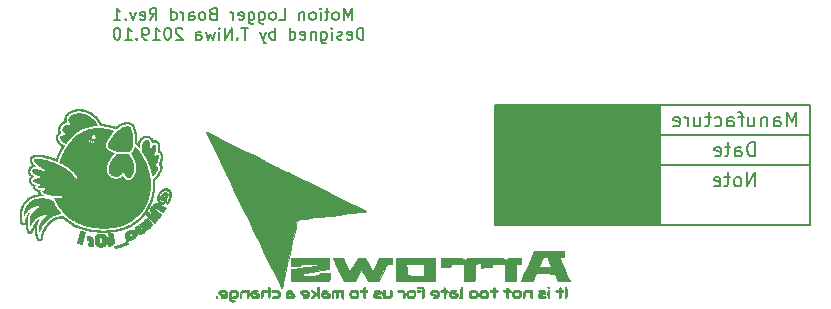
<source format=gbo>
G04 #@! TF.GenerationSoftware,KiCad,Pcbnew,(5.0.2)-1*
G04 #@! TF.CreationDate,2019-10-12T17:01:28+09:00*
G04 #@! TF.ProjectId,Motion,4d6f7469-6f6e-42e6-9b69-6361645f7063,rev?*
G04 #@! TF.SameCoordinates,Original*
G04 #@! TF.FileFunction,Legend,Bot*
G04 #@! TF.FilePolarity,Positive*
%FSLAX46Y46*%
G04 Gerber Fmt 4.6, Leading zero omitted, Abs format (unit mm)*
G04 Created by KiCad (PCBNEW (5.0.2)-1) date 2019/10/12 17:01:28*
%MOMM*%
%LPD*%
G01*
G04 APERTURE LIST*
%ADD10C,0.200000*%
%ADD11C,0.150000*%
%ADD12C,0.010000*%
G04 APERTURE END LIST*
D10*
X169530000Y-83810000D02*
X169530000Y-93970000D01*
X182230000Y-93970000D02*
X182230000Y-91430000D01*
X155560000Y-93970000D02*
X182230000Y-93970000D01*
X155560000Y-91430000D02*
X155560000Y-93970000D01*
D11*
G36*
X155560000Y-83810000D02*
X155560000Y-93970000D01*
X169530000Y-93970000D01*
X169530000Y-83810000D01*
X155560000Y-83810000D01*
G37*
X155560000Y-83810000D02*
X155560000Y-93970000D01*
X169530000Y-93970000D01*
X169530000Y-83810000D01*
X155560000Y-83810000D01*
D10*
X155560000Y-88890000D02*
X169530000Y-88890000D01*
X169530000Y-86350000D02*
X155560000Y-86350000D01*
X155560000Y-91430000D02*
X169530000Y-91430000D01*
X155560000Y-83810000D02*
X155560000Y-91430000D01*
X169530000Y-83810000D02*
X155560000Y-83810000D01*
X169530000Y-92230000D02*
X169530000Y-89690000D01*
X182230000Y-88890000D02*
X182230000Y-91430000D01*
D11*
X177622857Y-90702857D02*
X177622857Y-89502857D01*
X176937142Y-90702857D01*
X176937142Y-89502857D01*
X176194285Y-90702857D02*
X176308571Y-90645714D01*
X176365714Y-90588571D01*
X176422857Y-90474285D01*
X176422857Y-90131428D01*
X176365714Y-90017142D01*
X176308571Y-89960000D01*
X176194285Y-89902857D01*
X176022857Y-89902857D01*
X175908571Y-89960000D01*
X175851428Y-90017142D01*
X175794285Y-90131428D01*
X175794285Y-90474285D01*
X175851428Y-90588571D01*
X175908571Y-90645714D01*
X176022857Y-90702857D01*
X176194285Y-90702857D01*
X175451428Y-89902857D02*
X174994285Y-89902857D01*
X175280000Y-89502857D02*
X175280000Y-90531428D01*
X175222857Y-90645714D01*
X175108571Y-90702857D01*
X174994285Y-90702857D01*
X174137142Y-90645714D02*
X174251428Y-90702857D01*
X174480000Y-90702857D01*
X174594285Y-90645714D01*
X174651428Y-90531428D01*
X174651428Y-90074285D01*
X174594285Y-89960000D01*
X174480000Y-89902857D01*
X174251428Y-89902857D01*
X174137142Y-89960000D01*
X174080000Y-90074285D01*
X174080000Y-90188571D01*
X174651428Y-90302857D01*
D10*
X169530000Y-86350000D02*
X182230000Y-86350000D01*
X182230000Y-88890000D02*
X182230000Y-83810000D01*
X169530000Y-88890000D02*
X182230000Y-88890000D01*
X169530000Y-83810000D02*
X169530000Y-88890000D01*
X182230000Y-83810000D02*
X169530000Y-83810000D01*
D11*
X177594285Y-88162857D02*
X177594285Y-86962857D01*
X177308571Y-86962857D01*
X177137142Y-87020000D01*
X177022857Y-87134285D01*
X176965714Y-87248571D01*
X176908571Y-87477142D01*
X176908571Y-87648571D01*
X176965714Y-87877142D01*
X177022857Y-87991428D01*
X177137142Y-88105714D01*
X177308571Y-88162857D01*
X177594285Y-88162857D01*
X175880000Y-88162857D02*
X175880000Y-87534285D01*
X175937142Y-87420000D01*
X176051428Y-87362857D01*
X176280000Y-87362857D01*
X176394285Y-87420000D01*
X175880000Y-88105714D02*
X175994285Y-88162857D01*
X176280000Y-88162857D01*
X176394285Y-88105714D01*
X176451428Y-87991428D01*
X176451428Y-87877142D01*
X176394285Y-87762857D01*
X176280000Y-87705714D01*
X175994285Y-87705714D01*
X175880000Y-87648571D01*
X175480000Y-87362857D02*
X175022857Y-87362857D01*
X175308571Y-86962857D02*
X175308571Y-87991428D01*
X175251428Y-88105714D01*
X175137142Y-88162857D01*
X175022857Y-88162857D01*
X174165714Y-88105714D02*
X174280000Y-88162857D01*
X174508571Y-88162857D01*
X174622857Y-88105714D01*
X174680000Y-87991428D01*
X174680000Y-87534285D01*
X174622857Y-87420000D01*
X174508571Y-87362857D01*
X174280000Y-87362857D01*
X174165714Y-87420000D01*
X174108571Y-87534285D01*
X174108571Y-87648571D01*
X174680000Y-87762857D01*
X181080000Y-85622857D02*
X181080000Y-84422857D01*
X180680000Y-85280000D01*
X180280000Y-84422857D01*
X180280000Y-85622857D01*
X179194285Y-85622857D02*
X179194285Y-84994285D01*
X179251428Y-84880000D01*
X179365714Y-84822857D01*
X179594285Y-84822857D01*
X179708571Y-84880000D01*
X179194285Y-85565714D02*
X179308571Y-85622857D01*
X179594285Y-85622857D01*
X179708571Y-85565714D01*
X179765714Y-85451428D01*
X179765714Y-85337142D01*
X179708571Y-85222857D01*
X179594285Y-85165714D01*
X179308571Y-85165714D01*
X179194285Y-85108571D01*
X178622857Y-84822857D02*
X178622857Y-85622857D01*
X178622857Y-84937142D02*
X178565714Y-84880000D01*
X178451428Y-84822857D01*
X178280000Y-84822857D01*
X178165714Y-84880000D01*
X178108571Y-84994285D01*
X178108571Y-85622857D01*
X177022857Y-84822857D02*
X177022857Y-85622857D01*
X177537142Y-84822857D02*
X177537142Y-85451428D01*
X177480000Y-85565714D01*
X177365714Y-85622857D01*
X177194285Y-85622857D01*
X177080000Y-85565714D01*
X177022857Y-85508571D01*
X176622857Y-84822857D02*
X176165714Y-84822857D01*
X176451428Y-85622857D02*
X176451428Y-84594285D01*
X176394285Y-84480000D01*
X176280000Y-84422857D01*
X176165714Y-84422857D01*
X175251428Y-85622857D02*
X175251428Y-84994285D01*
X175308571Y-84880000D01*
X175422857Y-84822857D01*
X175651428Y-84822857D01*
X175765714Y-84880000D01*
X175251428Y-85565714D02*
X175365714Y-85622857D01*
X175651428Y-85622857D01*
X175765714Y-85565714D01*
X175822857Y-85451428D01*
X175822857Y-85337142D01*
X175765714Y-85222857D01*
X175651428Y-85165714D01*
X175365714Y-85165714D01*
X175251428Y-85108571D01*
X174165714Y-85565714D02*
X174280000Y-85622857D01*
X174508571Y-85622857D01*
X174622857Y-85565714D01*
X174680000Y-85508571D01*
X174737142Y-85394285D01*
X174737142Y-85051428D01*
X174680000Y-84937142D01*
X174622857Y-84880000D01*
X174508571Y-84822857D01*
X174280000Y-84822857D01*
X174165714Y-84880000D01*
X173822857Y-84822857D02*
X173365714Y-84822857D01*
X173651428Y-84422857D02*
X173651428Y-85451428D01*
X173594285Y-85565714D01*
X173480000Y-85622857D01*
X173365714Y-85622857D01*
X172451428Y-84822857D02*
X172451428Y-85622857D01*
X172965714Y-84822857D02*
X172965714Y-85451428D01*
X172908571Y-85565714D01*
X172794285Y-85622857D01*
X172622857Y-85622857D01*
X172508571Y-85565714D01*
X172451428Y-85508571D01*
X171880000Y-85622857D02*
X171880000Y-84822857D01*
X171880000Y-85051428D02*
X171822857Y-84937142D01*
X171765714Y-84880000D01*
X171651428Y-84822857D01*
X171537142Y-84822857D01*
X170680000Y-85565714D02*
X170794285Y-85622857D01*
X171022857Y-85622857D01*
X171137142Y-85565714D01*
X171194285Y-85451428D01*
X171194285Y-84994285D01*
X171137142Y-84880000D01*
X171022857Y-84822857D01*
X170794285Y-84822857D01*
X170680000Y-84880000D01*
X170622857Y-84994285D01*
X170622857Y-85108571D01*
X171194285Y-85222857D01*
X143430833Y-76627380D02*
X143430833Y-75627380D01*
X143097500Y-76341666D01*
X142764166Y-75627380D01*
X142764166Y-76627380D01*
X142145119Y-76627380D02*
X142240357Y-76579761D01*
X142287976Y-76532142D01*
X142335595Y-76436904D01*
X142335595Y-76151190D01*
X142287976Y-76055952D01*
X142240357Y-76008333D01*
X142145119Y-75960714D01*
X142002261Y-75960714D01*
X141907023Y-76008333D01*
X141859404Y-76055952D01*
X141811785Y-76151190D01*
X141811785Y-76436904D01*
X141859404Y-76532142D01*
X141907023Y-76579761D01*
X142002261Y-76627380D01*
X142145119Y-76627380D01*
X141526071Y-75960714D02*
X141145119Y-75960714D01*
X141383214Y-75627380D02*
X141383214Y-76484523D01*
X141335595Y-76579761D01*
X141240357Y-76627380D01*
X141145119Y-76627380D01*
X140811785Y-76627380D02*
X140811785Y-75960714D01*
X140811785Y-75627380D02*
X140859404Y-75675000D01*
X140811785Y-75722619D01*
X140764166Y-75675000D01*
X140811785Y-75627380D01*
X140811785Y-75722619D01*
X140192738Y-76627380D02*
X140287976Y-76579761D01*
X140335595Y-76532142D01*
X140383214Y-76436904D01*
X140383214Y-76151190D01*
X140335595Y-76055952D01*
X140287976Y-76008333D01*
X140192738Y-75960714D01*
X140049880Y-75960714D01*
X139954642Y-76008333D01*
X139907023Y-76055952D01*
X139859404Y-76151190D01*
X139859404Y-76436904D01*
X139907023Y-76532142D01*
X139954642Y-76579761D01*
X140049880Y-76627380D01*
X140192738Y-76627380D01*
X139430833Y-75960714D02*
X139430833Y-76627380D01*
X139430833Y-76055952D02*
X139383214Y-76008333D01*
X139287976Y-75960714D01*
X139145119Y-75960714D01*
X139049880Y-76008333D01*
X139002261Y-76103571D01*
X139002261Y-76627380D01*
X137287976Y-76627380D02*
X137764166Y-76627380D01*
X137764166Y-75627380D01*
X136811785Y-76627380D02*
X136907023Y-76579761D01*
X136954642Y-76532142D01*
X137002261Y-76436904D01*
X137002261Y-76151190D01*
X136954642Y-76055952D01*
X136907023Y-76008333D01*
X136811785Y-75960714D01*
X136668928Y-75960714D01*
X136573690Y-76008333D01*
X136526071Y-76055952D01*
X136478452Y-76151190D01*
X136478452Y-76436904D01*
X136526071Y-76532142D01*
X136573690Y-76579761D01*
X136668928Y-76627380D01*
X136811785Y-76627380D01*
X135621309Y-75960714D02*
X135621309Y-76770238D01*
X135668928Y-76865476D01*
X135716547Y-76913095D01*
X135811785Y-76960714D01*
X135954642Y-76960714D01*
X136049880Y-76913095D01*
X135621309Y-76579761D02*
X135716547Y-76627380D01*
X135907023Y-76627380D01*
X136002261Y-76579761D01*
X136049880Y-76532142D01*
X136097500Y-76436904D01*
X136097500Y-76151190D01*
X136049880Y-76055952D01*
X136002261Y-76008333D01*
X135907023Y-75960714D01*
X135716547Y-75960714D01*
X135621309Y-76008333D01*
X134716547Y-75960714D02*
X134716547Y-76770238D01*
X134764166Y-76865476D01*
X134811785Y-76913095D01*
X134907023Y-76960714D01*
X135049880Y-76960714D01*
X135145119Y-76913095D01*
X134716547Y-76579761D02*
X134811785Y-76627380D01*
X135002261Y-76627380D01*
X135097500Y-76579761D01*
X135145119Y-76532142D01*
X135192738Y-76436904D01*
X135192738Y-76151190D01*
X135145119Y-76055952D01*
X135097500Y-76008333D01*
X135002261Y-75960714D01*
X134811785Y-75960714D01*
X134716547Y-76008333D01*
X133859404Y-76579761D02*
X133954642Y-76627380D01*
X134145119Y-76627380D01*
X134240357Y-76579761D01*
X134287976Y-76484523D01*
X134287976Y-76103571D01*
X134240357Y-76008333D01*
X134145119Y-75960714D01*
X133954642Y-75960714D01*
X133859404Y-76008333D01*
X133811785Y-76103571D01*
X133811785Y-76198809D01*
X134287976Y-76294047D01*
X133383214Y-76627380D02*
X133383214Y-75960714D01*
X133383214Y-76151190D02*
X133335595Y-76055952D01*
X133287976Y-76008333D01*
X133192738Y-75960714D01*
X133097500Y-75960714D01*
X131668928Y-76103571D02*
X131526071Y-76151190D01*
X131478452Y-76198809D01*
X131430833Y-76294047D01*
X131430833Y-76436904D01*
X131478452Y-76532142D01*
X131526071Y-76579761D01*
X131621309Y-76627380D01*
X132002261Y-76627380D01*
X132002261Y-75627380D01*
X131668928Y-75627380D01*
X131573690Y-75675000D01*
X131526071Y-75722619D01*
X131478452Y-75817857D01*
X131478452Y-75913095D01*
X131526071Y-76008333D01*
X131573690Y-76055952D01*
X131668928Y-76103571D01*
X132002261Y-76103571D01*
X130859404Y-76627380D02*
X130954642Y-76579761D01*
X131002261Y-76532142D01*
X131049880Y-76436904D01*
X131049880Y-76151190D01*
X131002261Y-76055952D01*
X130954642Y-76008333D01*
X130859404Y-75960714D01*
X130716547Y-75960714D01*
X130621309Y-76008333D01*
X130573690Y-76055952D01*
X130526071Y-76151190D01*
X130526071Y-76436904D01*
X130573690Y-76532142D01*
X130621309Y-76579761D01*
X130716547Y-76627380D01*
X130859404Y-76627380D01*
X129668928Y-76627380D02*
X129668928Y-76103571D01*
X129716547Y-76008333D01*
X129811785Y-75960714D01*
X130002261Y-75960714D01*
X130097500Y-76008333D01*
X129668928Y-76579761D02*
X129764166Y-76627380D01*
X130002261Y-76627380D01*
X130097500Y-76579761D01*
X130145119Y-76484523D01*
X130145119Y-76389285D01*
X130097500Y-76294047D01*
X130002261Y-76246428D01*
X129764166Y-76246428D01*
X129668928Y-76198809D01*
X129192738Y-76627380D02*
X129192738Y-75960714D01*
X129192738Y-76151190D02*
X129145119Y-76055952D01*
X129097500Y-76008333D01*
X129002261Y-75960714D01*
X128907023Y-75960714D01*
X128145119Y-76627380D02*
X128145119Y-75627380D01*
X128145119Y-76579761D02*
X128240357Y-76627380D01*
X128430833Y-76627380D01*
X128526071Y-76579761D01*
X128573690Y-76532142D01*
X128621309Y-76436904D01*
X128621309Y-76151190D01*
X128573690Y-76055952D01*
X128526071Y-76008333D01*
X128430833Y-75960714D01*
X128240357Y-75960714D01*
X128145119Y-76008333D01*
X126335595Y-76627380D02*
X126668928Y-76151190D01*
X126907023Y-76627380D02*
X126907023Y-75627380D01*
X126526071Y-75627380D01*
X126430833Y-75675000D01*
X126383214Y-75722619D01*
X126335595Y-75817857D01*
X126335595Y-75960714D01*
X126383214Y-76055952D01*
X126430833Y-76103571D01*
X126526071Y-76151190D01*
X126907023Y-76151190D01*
X125526071Y-76579761D02*
X125621309Y-76627380D01*
X125811785Y-76627380D01*
X125907023Y-76579761D01*
X125954642Y-76484523D01*
X125954642Y-76103571D01*
X125907023Y-76008333D01*
X125811785Y-75960714D01*
X125621309Y-75960714D01*
X125526071Y-76008333D01*
X125478452Y-76103571D01*
X125478452Y-76198809D01*
X125954642Y-76294047D01*
X125145119Y-75960714D02*
X124907023Y-76627380D01*
X124668928Y-75960714D01*
X124287976Y-76532142D02*
X124240357Y-76579761D01*
X124287976Y-76627380D01*
X124335595Y-76579761D01*
X124287976Y-76532142D01*
X124287976Y-76627380D01*
X123287976Y-76627380D02*
X123859404Y-76627380D01*
X123573690Y-76627380D02*
X123573690Y-75627380D01*
X123668928Y-75770238D01*
X123764166Y-75865476D01*
X123859404Y-75913095D01*
X144430833Y-78277380D02*
X144430833Y-77277380D01*
X144192738Y-77277380D01*
X144049880Y-77325000D01*
X143954642Y-77420238D01*
X143907023Y-77515476D01*
X143859404Y-77705952D01*
X143859404Y-77848809D01*
X143907023Y-78039285D01*
X143954642Y-78134523D01*
X144049880Y-78229761D01*
X144192738Y-78277380D01*
X144430833Y-78277380D01*
X143049880Y-78229761D02*
X143145119Y-78277380D01*
X143335595Y-78277380D01*
X143430833Y-78229761D01*
X143478452Y-78134523D01*
X143478452Y-77753571D01*
X143430833Y-77658333D01*
X143335595Y-77610714D01*
X143145119Y-77610714D01*
X143049880Y-77658333D01*
X143002261Y-77753571D01*
X143002261Y-77848809D01*
X143478452Y-77944047D01*
X142621309Y-78229761D02*
X142526071Y-78277380D01*
X142335595Y-78277380D01*
X142240357Y-78229761D01*
X142192738Y-78134523D01*
X142192738Y-78086904D01*
X142240357Y-77991666D01*
X142335595Y-77944047D01*
X142478452Y-77944047D01*
X142573690Y-77896428D01*
X142621309Y-77801190D01*
X142621309Y-77753571D01*
X142573690Y-77658333D01*
X142478452Y-77610714D01*
X142335595Y-77610714D01*
X142240357Y-77658333D01*
X141764166Y-78277380D02*
X141764166Y-77610714D01*
X141764166Y-77277380D02*
X141811785Y-77325000D01*
X141764166Y-77372619D01*
X141716547Y-77325000D01*
X141764166Y-77277380D01*
X141764166Y-77372619D01*
X140859404Y-77610714D02*
X140859404Y-78420238D01*
X140907023Y-78515476D01*
X140954642Y-78563095D01*
X141049880Y-78610714D01*
X141192738Y-78610714D01*
X141287976Y-78563095D01*
X140859404Y-78229761D02*
X140954642Y-78277380D01*
X141145119Y-78277380D01*
X141240357Y-78229761D01*
X141287976Y-78182142D01*
X141335595Y-78086904D01*
X141335595Y-77801190D01*
X141287976Y-77705952D01*
X141240357Y-77658333D01*
X141145119Y-77610714D01*
X140954642Y-77610714D01*
X140859404Y-77658333D01*
X140383214Y-77610714D02*
X140383214Y-78277380D01*
X140383214Y-77705952D02*
X140335595Y-77658333D01*
X140240357Y-77610714D01*
X140097500Y-77610714D01*
X140002261Y-77658333D01*
X139954642Y-77753571D01*
X139954642Y-78277380D01*
X139097500Y-78229761D02*
X139192738Y-78277380D01*
X139383214Y-78277380D01*
X139478452Y-78229761D01*
X139526071Y-78134523D01*
X139526071Y-77753571D01*
X139478452Y-77658333D01*
X139383214Y-77610714D01*
X139192738Y-77610714D01*
X139097500Y-77658333D01*
X139049880Y-77753571D01*
X139049880Y-77848809D01*
X139526071Y-77944047D01*
X138192738Y-78277380D02*
X138192738Y-77277380D01*
X138192738Y-78229761D02*
X138287976Y-78277380D01*
X138478452Y-78277380D01*
X138573690Y-78229761D01*
X138621309Y-78182142D01*
X138668928Y-78086904D01*
X138668928Y-77801190D01*
X138621309Y-77705952D01*
X138573690Y-77658333D01*
X138478452Y-77610714D01*
X138287976Y-77610714D01*
X138192738Y-77658333D01*
X136954642Y-78277380D02*
X136954642Y-77277380D01*
X136954642Y-77658333D02*
X136859404Y-77610714D01*
X136668928Y-77610714D01*
X136573690Y-77658333D01*
X136526071Y-77705952D01*
X136478452Y-77801190D01*
X136478452Y-78086904D01*
X136526071Y-78182142D01*
X136573690Y-78229761D01*
X136668928Y-78277380D01*
X136859404Y-78277380D01*
X136954642Y-78229761D01*
X136145119Y-77610714D02*
X135907023Y-78277380D01*
X135668928Y-77610714D02*
X135907023Y-78277380D01*
X136002261Y-78515476D01*
X136049880Y-78563095D01*
X136145119Y-78610714D01*
X134668928Y-77277380D02*
X134097500Y-77277380D01*
X134383214Y-78277380D02*
X134383214Y-77277380D01*
X133764166Y-78182142D02*
X133716547Y-78229761D01*
X133764166Y-78277380D01*
X133811785Y-78229761D01*
X133764166Y-78182142D01*
X133764166Y-78277380D01*
X133287976Y-78277380D02*
X133287976Y-77277380D01*
X132716547Y-78277380D01*
X132716547Y-77277380D01*
X132240357Y-78277380D02*
X132240357Y-77610714D01*
X132240357Y-77277380D02*
X132287976Y-77325000D01*
X132240357Y-77372619D01*
X132192738Y-77325000D01*
X132240357Y-77277380D01*
X132240357Y-77372619D01*
X131859404Y-77610714D02*
X131668928Y-78277380D01*
X131478452Y-77801190D01*
X131287976Y-78277380D01*
X131097500Y-77610714D01*
X130287976Y-78277380D02*
X130287976Y-77753571D01*
X130335595Y-77658333D01*
X130430833Y-77610714D01*
X130621309Y-77610714D01*
X130716547Y-77658333D01*
X130287976Y-78229761D02*
X130383214Y-78277380D01*
X130621309Y-78277380D01*
X130716547Y-78229761D01*
X130764166Y-78134523D01*
X130764166Y-78039285D01*
X130716547Y-77944047D01*
X130621309Y-77896428D01*
X130383214Y-77896428D01*
X130287976Y-77848809D01*
X129097500Y-77372619D02*
X129049880Y-77325000D01*
X128954642Y-77277380D01*
X128716547Y-77277380D01*
X128621309Y-77325000D01*
X128573690Y-77372619D01*
X128526071Y-77467857D01*
X128526071Y-77563095D01*
X128573690Y-77705952D01*
X129145119Y-78277380D01*
X128526071Y-78277380D01*
X127907023Y-77277380D02*
X127811785Y-77277380D01*
X127716547Y-77325000D01*
X127668928Y-77372619D01*
X127621309Y-77467857D01*
X127573690Y-77658333D01*
X127573690Y-77896428D01*
X127621309Y-78086904D01*
X127668928Y-78182142D01*
X127716547Y-78229761D01*
X127811785Y-78277380D01*
X127907023Y-78277380D01*
X128002261Y-78229761D01*
X128049880Y-78182142D01*
X128097500Y-78086904D01*
X128145119Y-77896428D01*
X128145119Y-77658333D01*
X128097500Y-77467857D01*
X128049880Y-77372619D01*
X128002261Y-77325000D01*
X127907023Y-77277380D01*
X126621309Y-78277380D02*
X127192738Y-78277380D01*
X126907023Y-78277380D02*
X126907023Y-77277380D01*
X127002261Y-77420238D01*
X127097500Y-77515476D01*
X127192738Y-77563095D01*
X126145119Y-78277380D02*
X125954642Y-78277380D01*
X125859404Y-78229761D01*
X125811785Y-78182142D01*
X125716547Y-78039285D01*
X125668928Y-77848809D01*
X125668928Y-77467857D01*
X125716547Y-77372619D01*
X125764166Y-77325000D01*
X125859404Y-77277380D01*
X126049880Y-77277380D01*
X126145119Y-77325000D01*
X126192738Y-77372619D01*
X126240357Y-77467857D01*
X126240357Y-77705952D01*
X126192738Y-77801190D01*
X126145119Y-77848809D01*
X126049880Y-77896428D01*
X125859404Y-77896428D01*
X125764166Y-77848809D01*
X125716547Y-77801190D01*
X125668928Y-77705952D01*
X125240357Y-78182142D02*
X125192738Y-78229761D01*
X125240357Y-78277380D01*
X125287976Y-78229761D01*
X125240357Y-78182142D01*
X125240357Y-78277380D01*
X124240357Y-78277380D02*
X124811785Y-78277380D01*
X124526071Y-78277380D02*
X124526071Y-77277380D01*
X124621309Y-77420238D01*
X124716547Y-77515476D01*
X124811785Y-77563095D01*
X123621309Y-77277380D02*
X123526071Y-77277380D01*
X123430833Y-77325000D01*
X123383214Y-77372619D01*
X123335595Y-77467857D01*
X123287976Y-77658333D01*
X123287976Y-77896428D01*
X123335595Y-78086904D01*
X123383214Y-78182142D01*
X123430833Y-78229761D01*
X123526071Y-78277380D01*
X123621309Y-78277380D01*
X123716547Y-78229761D01*
X123764166Y-78182142D01*
X123811785Y-78086904D01*
X123859404Y-77896428D01*
X123859404Y-77658333D01*
X123811785Y-77467857D01*
X123764166Y-77372619D01*
X123716547Y-77325000D01*
X123621309Y-77277380D01*
D12*
G04 #@! TO.C,G\002A\002A\002A*
G36*
X138295800Y-97491800D02*
X138524400Y-97478585D01*
X138821067Y-97455874D01*
X139024486Y-97426564D01*
X139142897Y-97388878D01*
X139184537Y-97341043D01*
X139184800Y-97336287D01*
X139200917Y-97307071D01*
X139258553Y-97286551D01*
X139371640Y-97273344D01*
X139554109Y-97266067D01*
X139819890Y-97263338D01*
X139921400Y-97263200D01*
X140243497Y-97266734D01*
X140470252Y-97278038D01*
X140607700Y-97298167D01*
X140661879Y-97328172D01*
X140638823Y-97369108D01*
X140616447Y-97384485D01*
X140555930Y-97398952D01*
X140410010Y-97424976D01*
X140193914Y-97460110D01*
X139922869Y-97501907D01*
X139612102Y-97547921D01*
X139486147Y-97566092D01*
X139162581Y-97613051D01*
X138871346Y-97656493D01*
X138628068Y-97693991D01*
X138448371Y-97723120D01*
X138347881Y-97741453D01*
X138333900Y-97745014D01*
X138300747Y-97796217D01*
X138280189Y-97927027D01*
X138271090Y-98146517D01*
X138270400Y-98252205D01*
X138270400Y-98736400D01*
X139887534Y-98736400D01*
X140283170Y-98735373D01*
X140645867Y-98732463D01*
X140963233Y-98727924D01*
X141222875Y-98722010D01*
X141412399Y-98714975D01*
X141519414Y-98707073D01*
X141538534Y-98702533D01*
X141556162Y-98637568D01*
X141568410Y-98501969D01*
X141572400Y-98346933D01*
X141572400Y-98025200D01*
X141331100Y-98028965D01*
X141047329Y-98042980D01*
X140828397Y-98073591D01*
X140686225Y-98118261D01*
X140632733Y-98174453D01*
X140632600Y-98177600D01*
X140585587Y-98212940D01*
X140459234Y-98241074D01*
X140275572Y-98261621D01*
X140056632Y-98274203D01*
X139824444Y-98278439D01*
X139601039Y-98273949D01*
X139408448Y-98260354D01*
X139268701Y-98237273D01*
X139203830Y-98204327D01*
X139202883Y-98202249D01*
X139185873Y-98123481D01*
X139191225Y-98103496D01*
X139244743Y-98091152D01*
X139384578Y-98066799D01*
X139596456Y-98032701D01*
X139866102Y-97991122D01*
X140179239Y-97944326D01*
X140378600Y-97915187D01*
X141547000Y-97745800D01*
X141547000Y-96780600D01*
X138295800Y-96780600D01*
X138295800Y-97491800D01*
X138295800Y-97491800D01*
G37*
X138295800Y-97491800D02*
X138524400Y-97478585D01*
X138821067Y-97455874D01*
X139024486Y-97426564D01*
X139142897Y-97388878D01*
X139184537Y-97341043D01*
X139184800Y-97336287D01*
X139200917Y-97307071D01*
X139258553Y-97286551D01*
X139371640Y-97273344D01*
X139554109Y-97266067D01*
X139819890Y-97263338D01*
X139921400Y-97263200D01*
X140243497Y-97266734D01*
X140470252Y-97278038D01*
X140607700Y-97298167D01*
X140661879Y-97328172D01*
X140638823Y-97369108D01*
X140616447Y-97384485D01*
X140555930Y-97398952D01*
X140410010Y-97424976D01*
X140193914Y-97460110D01*
X139922869Y-97501907D01*
X139612102Y-97547921D01*
X139486147Y-97566092D01*
X139162581Y-97613051D01*
X138871346Y-97656493D01*
X138628068Y-97693991D01*
X138448371Y-97723120D01*
X138347881Y-97741453D01*
X138333900Y-97745014D01*
X138300747Y-97796217D01*
X138280189Y-97927027D01*
X138271090Y-98146517D01*
X138270400Y-98252205D01*
X138270400Y-98736400D01*
X139887534Y-98736400D01*
X140283170Y-98735373D01*
X140645867Y-98732463D01*
X140963233Y-98727924D01*
X141222875Y-98722010D01*
X141412399Y-98714975D01*
X141519414Y-98707073D01*
X141538534Y-98702533D01*
X141556162Y-98637568D01*
X141568410Y-98501969D01*
X141572400Y-98346933D01*
X141572400Y-98025200D01*
X141331100Y-98028965D01*
X141047329Y-98042980D01*
X140828397Y-98073591D01*
X140686225Y-98118261D01*
X140632733Y-98174453D01*
X140632600Y-98177600D01*
X140585587Y-98212940D01*
X140459234Y-98241074D01*
X140275572Y-98261621D01*
X140056632Y-98274203D01*
X139824444Y-98278439D01*
X139601039Y-98273949D01*
X139408448Y-98260354D01*
X139268701Y-98237273D01*
X139203830Y-98204327D01*
X139202883Y-98202249D01*
X139185873Y-98123481D01*
X139191225Y-98103496D01*
X139244743Y-98091152D01*
X139384578Y-98066799D01*
X139596456Y-98032701D01*
X139866102Y-97991122D01*
X140179239Y-97944326D01*
X140378600Y-97915187D01*
X141547000Y-97745800D01*
X141547000Y-96780600D01*
X138295800Y-96780600D01*
X138295800Y-97491800D01*
G36*
X143605127Y-97338084D02*
X143483146Y-97551596D01*
X143376612Y-97724432D01*
X143295486Y-97841422D01*
X143249728Y-97887397D01*
X143245201Y-97886275D01*
X143210476Y-97826140D01*
X143144928Y-97694560D01*
X143058986Y-97512935D01*
X142991062Y-97364800D01*
X142895332Y-97157182D01*
X142810923Y-96981047D01*
X142748947Y-96859207D01*
X142725058Y-96818700D01*
X142659888Y-96791489D01*
X142528604Y-96770910D01*
X142359675Y-96757816D01*
X142181572Y-96753058D01*
X142022764Y-96757488D01*
X141911724Y-96771958D01*
X141876131Y-96793300D01*
X141896203Y-96848911D01*
X141952872Y-96982326D01*
X142039810Y-97179257D01*
X142150692Y-97425419D01*
X142279190Y-97706527D01*
X142314853Y-97783900D01*
X142754644Y-98736400D01*
X143217622Y-98736386D01*
X143680600Y-98736373D01*
X143952101Y-98253786D01*
X144063352Y-98058730D01*
X144155929Y-97901467D01*
X144219018Y-97800044D01*
X144241237Y-97771200D01*
X144272446Y-97812177D01*
X144343562Y-97923278D01*
X144443492Y-98086755D01*
X144542899Y-98253800D01*
X144826924Y-98736400D01*
X145743968Y-98736400D01*
X146010694Y-98164900D01*
X146120489Y-97927858D01*
X146220309Y-97709110D01*
X146298912Y-97533497D01*
X146344073Y-97428300D01*
X146396249Y-97324308D01*
X146465330Y-97276507D01*
X146588759Y-97263515D01*
X146633164Y-97263200D01*
X146855600Y-97263200D01*
X146855600Y-96751762D01*
X146313389Y-96766181D01*
X145771177Y-96780600D01*
X145515855Y-97352126D01*
X145415963Y-97566495D01*
X145328124Y-97737914D01*
X145261310Y-97850045D01*
X145224493Y-97886553D01*
X145222913Y-97885526D01*
X145184743Y-97828380D01*
X145108724Y-97701082D01*
X145005911Y-97522537D01*
X144888667Y-97314000D01*
X144592043Y-96780600D01*
X144260733Y-96765809D01*
X143929422Y-96751018D01*
X143605127Y-97338084D01*
X143605127Y-97338084D01*
G37*
X143605127Y-97338084D02*
X143483146Y-97551596D01*
X143376612Y-97724432D01*
X143295486Y-97841422D01*
X143249728Y-97887397D01*
X143245201Y-97886275D01*
X143210476Y-97826140D01*
X143144928Y-97694560D01*
X143058986Y-97512935D01*
X142991062Y-97364800D01*
X142895332Y-97157182D01*
X142810923Y-96981047D01*
X142748947Y-96859207D01*
X142725058Y-96818700D01*
X142659888Y-96791489D01*
X142528604Y-96770910D01*
X142359675Y-96757816D01*
X142181572Y-96753058D01*
X142022764Y-96757488D01*
X141911724Y-96771958D01*
X141876131Y-96793300D01*
X141896203Y-96848911D01*
X141952872Y-96982326D01*
X142039810Y-97179257D01*
X142150692Y-97425419D01*
X142279190Y-97706527D01*
X142314853Y-97783900D01*
X142754644Y-98736400D01*
X143217622Y-98736386D01*
X143680600Y-98736373D01*
X143952101Y-98253786D01*
X144063352Y-98058730D01*
X144155929Y-97901467D01*
X144219018Y-97800044D01*
X144241237Y-97771200D01*
X144272446Y-97812177D01*
X144343562Y-97923278D01*
X144443492Y-98086755D01*
X144542899Y-98253800D01*
X144826924Y-98736400D01*
X145743968Y-98736400D01*
X146010694Y-98164900D01*
X146120489Y-97927858D01*
X146220309Y-97709110D01*
X146298912Y-97533497D01*
X146344073Y-97428300D01*
X146396249Y-97324308D01*
X146465330Y-97276507D01*
X146588759Y-97263515D01*
X146633164Y-97263200D01*
X146855600Y-97263200D01*
X146855600Y-96751762D01*
X146313389Y-96766181D01*
X145771177Y-96780600D01*
X145515855Y-97352126D01*
X145415963Y-97566495D01*
X145328124Y-97737914D01*
X145261310Y-97850045D01*
X145224493Y-97886553D01*
X145222913Y-97885526D01*
X145184743Y-97828380D01*
X145108724Y-97701082D01*
X145005911Y-97522537D01*
X144888667Y-97314000D01*
X144592043Y-96780600D01*
X144260733Y-96765809D01*
X143929422Y-96751018D01*
X143605127Y-97338084D01*
G36*
X148849500Y-96767205D02*
X147185800Y-96780600D01*
X147172004Y-97758500D01*
X147158207Y-98736400D01*
X150513200Y-98736400D01*
X150513200Y-97263200D01*
X149598800Y-97263200D01*
X149598800Y-97737333D01*
X149595249Y-97947824D01*
X149585722Y-98118516D01*
X149571915Y-98224896D01*
X149563599Y-98246668D01*
X149502642Y-98258409D01*
X149359472Y-98266461D01*
X149153425Y-98270278D01*
X148903838Y-98269313D01*
X148814299Y-98267835D01*
X148100200Y-98253800D01*
X148085661Y-97758500D01*
X148071121Y-97263200D01*
X149598800Y-97263200D01*
X150513200Y-97263200D01*
X150513200Y-96753811D01*
X148849500Y-96767205D01*
X148849500Y-96767205D01*
G37*
X148849500Y-96767205D02*
X147185800Y-96780600D01*
X147172004Y-97758500D01*
X147158207Y-98736400D01*
X150513200Y-98736400D01*
X150513200Y-97263200D01*
X149598800Y-97263200D01*
X149598800Y-97737333D01*
X149595249Y-97947824D01*
X149585722Y-98118516D01*
X149571915Y-98224896D01*
X149563599Y-98246668D01*
X149502642Y-98258409D01*
X149359472Y-98266461D01*
X149153425Y-98270278D01*
X148903838Y-98269313D01*
X148814299Y-98267835D01*
X148100200Y-98253800D01*
X148085661Y-97758500D01*
X148071121Y-97263200D01*
X149598800Y-97263200D01*
X150513200Y-97263200D01*
X150513200Y-96753811D01*
X148849500Y-96767205D01*
G36*
X150970400Y-97574982D02*
X151389500Y-97539611D01*
X151616410Y-97519207D01*
X151760698Y-97499852D01*
X151841044Y-97474837D01*
X151876130Y-97437457D01*
X151884637Y-97381006D01*
X151884800Y-97361801D01*
X151892171Y-97317770D01*
X151926219Y-97289208D01*
X152004854Y-97272804D01*
X152145981Y-97265248D01*
X152367509Y-97263230D01*
X152418200Y-97263200D01*
X152951600Y-97263200D01*
X152951600Y-98736400D01*
X153384995Y-98736400D01*
X153615759Y-98731431D01*
X153759969Y-98715049D01*
X153832252Y-98685041D01*
X153845108Y-98666770D01*
X153853979Y-98591932D01*
X153859155Y-98437048D01*
X153860310Y-98223617D01*
X153857119Y-97973139D01*
X153856214Y-97932346D01*
X153840600Y-97267550D01*
X154297800Y-97237800D01*
X154297800Y-96780600D01*
X153769654Y-96766040D01*
X153528863Y-96761161D01*
X153366835Y-96764675D01*
X153260854Y-96780010D01*
X153188204Y-96810594D01*
X153126170Y-96859856D01*
X153121954Y-96863795D01*
X153002400Y-96976110D01*
X152884826Y-96865655D01*
X152837290Y-96825931D01*
X152781446Y-96797065D01*
X152701420Y-96777332D01*
X152581335Y-96765006D01*
X152405315Y-96758360D01*
X152157482Y-96755668D01*
X151868826Y-96755200D01*
X150970400Y-96755200D01*
X150970400Y-97574982D01*
X150970400Y-97574982D01*
G37*
X150970400Y-97574982D02*
X151389500Y-97539611D01*
X151616410Y-97519207D01*
X151760698Y-97499852D01*
X151841044Y-97474837D01*
X151876130Y-97437457D01*
X151884637Y-97381006D01*
X151884800Y-97361801D01*
X151892171Y-97317770D01*
X151926219Y-97289208D01*
X152004854Y-97272804D01*
X152145981Y-97265248D01*
X152367509Y-97263230D01*
X152418200Y-97263200D01*
X152951600Y-97263200D01*
X152951600Y-98736400D01*
X153384995Y-98736400D01*
X153615759Y-98731431D01*
X153759969Y-98715049D01*
X153832252Y-98685041D01*
X153845108Y-98666770D01*
X153853979Y-98591932D01*
X153859155Y-98437048D01*
X153860310Y-98223617D01*
X153857119Y-97973139D01*
X153856214Y-97932346D01*
X153840600Y-97267550D01*
X154297800Y-97237800D01*
X154297800Y-96780600D01*
X153769654Y-96766040D01*
X153528863Y-96761161D01*
X153366835Y-96764675D01*
X153260854Y-96780010D01*
X153188204Y-96810594D01*
X153126170Y-96859856D01*
X153121954Y-96863795D01*
X153002400Y-96976110D01*
X152884826Y-96865655D01*
X152837290Y-96825931D01*
X152781446Y-96797065D01*
X152701420Y-96777332D01*
X152581335Y-96765006D01*
X152405315Y-96758360D01*
X152157482Y-96755668D01*
X151868826Y-96755200D01*
X150970400Y-96755200D01*
X150970400Y-97574982D01*
G36*
X156977489Y-96757271D02*
X156809043Y-96765650D01*
X156700519Y-96783586D01*
X156631101Y-96814329D01*
X156585125Y-96855336D01*
X156518072Y-96920913D01*
X156463270Y-96923350D01*
X156376501Y-96862647D01*
X156367201Y-96855336D01*
X156313324Y-96819218D01*
X156246729Y-96792943D01*
X156151494Y-96774971D01*
X156011695Y-96763760D01*
X155811410Y-96757770D01*
X155534715Y-96755460D01*
X155332350Y-96755200D01*
X154424800Y-96755200D01*
X154424800Y-97582473D01*
X154737052Y-97549836D01*
X154931090Y-97532027D01*
X155105540Y-97520172D01*
X155194252Y-97517200D01*
X155299694Y-97501806D01*
X155336678Y-97437650D01*
X155339200Y-97390200D01*
X155339200Y-97263200D01*
X156406000Y-97263200D01*
X156406000Y-98736400D01*
X157320400Y-98736400D01*
X157320400Y-97263200D01*
X157777600Y-97263200D01*
X157777600Y-96755200D01*
X157226674Y-96755200D01*
X156977489Y-96757271D01*
X156977489Y-96757271D01*
G37*
X156977489Y-96757271D02*
X156809043Y-96765650D01*
X156700519Y-96783586D01*
X156631101Y-96814329D01*
X156585125Y-96855336D01*
X156518072Y-96920913D01*
X156463270Y-96923350D01*
X156376501Y-96862647D01*
X156367201Y-96855336D01*
X156313324Y-96819218D01*
X156246729Y-96792943D01*
X156151494Y-96774971D01*
X156011695Y-96763760D01*
X155811410Y-96757770D01*
X155534715Y-96755460D01*
X155332350Y-96755200D01*
X154424800Y-96755200D01*
X154424800Y-97582473D01*
X154737052Y-97549836D01*
X154931090Y-97532027D01*
X155105540Y-97520172D01*
X155194252Y-97517200D01*
X155299694Y-97501806D01*
X155336678Y-97437650D01*
X155339200Y-97390200D01*
X155339200Y-97263200D01*
X156406000Y-97263200D01*
X156406000Y-98736400D01*
X157320400Y-98736400D01*
X157320400Y-97263200D01*
X157777600Y-97263200D01*
X157777600Y-96755200D01*
X157226674Y-96755200D01*
X156977489Y-96757271D01*
G36*
X160161190Y-96157427D02*
X158887180Y-96171000D01*
X158332390Y-97440834D01*
X158186800Y-97774521D01*
X158055494Y-98076338D01*
X157943701Y-98334195D01*
X157856649Y-98536005D01*
X157799566Y-98669680D01*
X157777680Y-98723132D01*
X157777600Y-98723534D01*
X157824734Y-98729046D01*
X157951473Y-98733378D01*
X158135825Y-98735947D01*
X158263386Y-98736400D01*
X158749172Y-98736400D01*
X158899475Y-98404915D01*
X159049777Y-98073431D01*
X159840287Y-98087415D01*
X160630798Y-98101400D01*
X160766299Y-98418292D01*
X160901800Y-98735185D01*
X161397782Y-98735792D01*
X161893764Y-98736400D01*
X161823090Y-98571300D01*
X161779765Y-98471054D01*
X161703981Y-98296692D01*
X161604000Y-98067182D01*
X161488083Y-97801490D01*
X161390608Y-97578336D01*
X161373458Y-97538710D01*
X160368400Y-97538710D01*
X160321102Y-97550734D01*
X160193198Y-97560365D01*
X160005674Y-97566453D01*
X159835000Y-97568000D01*
X159616044Y-97563875D01*
X159440643Y-97552722D01*
X159329782Y-97536369D01*
X159301600Y-97521481D01*
X159321304Y-97456939D01*
X159373955Y-97324101D01*
X159449870Y-97146895D01*
X159486683Y-97064281D01*
X159577413Y-96867831D01*
X159643453Y-96746637D01*
X159700206Y-96682603D01*
X159763076Y-96657632D01*
X159836254Y-96653600D01*
X159915975Y-96658635D01*
X159975937Y-96685681D01*
X160030719Y-96752649D01*
X160094901Y-96877450D01*
X160183063Y-97077996D01*
X160184572Y-97081510D01*
X160265328Y-97272487D01*
X160328016Y-97426440D01*
X160363599Y-97520889D01*
X160368400Y-97538710D01*
X161373458Y-97538710D01*
X161273769Y-97308386D01*
X161172637Y-97069747D01*
X161093776Y-96878320D01*
X161043753Y-96750007D01*
X161028801Y-96702036D01*
X161073874Y-96671703D01*
X161186470Y-96654834D01*
X161232000Y-96653600D01*
X161435200Y-96653600D01*
X161435200Y-96143855D01*
X160161190Y-96157427D01*
X160161190Y-96157427D01*
G37*
X160161190Y-96157427D02*
X158887180Y-96171000D01*
X158332390Y-97440834D01*
X158186800Y-97774521D01*
X158055494Y-98076338D01*
X157943701Y-98334195D01*
X157856649Y-98536005D01*
X157799566Y-98669680D01*
X157777680Y-98723132D01*
X157777600Y-98723534D01*
X157824734Y-98729046D01*
X157951473Y-98733378D01*
X158135825Y-98735947D01*
X158263386Y-98736400D01*
X158749172Y-98736400D01*
X158899475Y-98404915D01*
X159049777Y-98073431D01*
X159840287Y-98087415D01*
X160630798Y-98101400D01*
X160766299Y-98418292D01*
X160901800Y-98735185D01*
X161397782Y-98735792D01*
X161893764Y-98736400D01*
X161823090Y-98571300D01*
X161779765Y-98471054D01*
X161703981Y-98296692D01*
X161604000Y-98067182D01*
X161488083Y-97801490D01*
X161390608Y-97578336D01*
X161373458Y-97538710D01*
X160368400Y-97538710D01*
X160321102Y-97550734D01*
X160193198Y-97560365D01*
X160005674Y-97566453D01*
X159835000Y-97568000D01*
X159616044Y-97563875D01*
X159440643Y-97552722D01*
X159329782Y-97536369D01*
X159301600Y-97521481D01*
X159321304Y-97456939D01*
X159373955Y-97324101D01*
X159449870Y-97146895D01*
X159486683Y-97064281D01*
X159577413Y-96867831D01*
X159643453Y-96746637D01*
X159700206Y-96682603D01*
X159763076Y-96657632D01*
X159836254Y-96653600D01*
X159915975Y-96658635D01*
X159975937Y-96685681D01*
X160030719Y-96752649D01*
X160094901Y-96877450D01*
X160183063Y-97077996D01*
X160184572Y-97081510D01*
X160265328Y-97272487D01*
X160328016Y-97426440D01*
X160363599Y-97520889D01*
X160368400Y-97538710D01*
X161373458Y-97538710D01*
X161273769Y-97308386D01*
X161172637Y-97069747D01*
X161093776Y-96878320D01*
X161043753Y-96750007D01*
X161028801Y-96702036D01*
X161073874Y-96671703D01*
X161186470Y-96654834D01*
X161232000Y-96653600D01*
X161435200Y-96653600D01*
X161435200Y-96143855D01*
X160161190Y-96157427D01*
G36*
X131136257Y-86158719D02*
X131197500Y-86290260D01*
X131296970Y-86500828D01*
X131431669Y-86784199D01*
X131598602Y-87134153D01*
X131794770Y-87544466D01*
X132017177Y-88008917D01*
X132262825Y-88521283D01*
X132528716Y-89075341D01*
X132811854Y-89664870D01*
X133109242Y-90283646D01*
X133417882Y-90925448D01*
X133734776Y-91584054D01*
X134056929Y-92253240D01*
X134381342Y-92926785D01*
X134705018Y-93598466D01*
X135024960Y-94262061D01*
X135338171Y-94911348D01*
X135641654Y-95540104D01*
X135932411Y-96142107D01*
X136207445Y-96711135D01*
X136463759Y-97240965D01*
X136698355Y-97725375D01*
X136908237Y-98158142D01*
X137090408Y-98533045D01*
X137241869Y-98843861D01*
X137359623Y-99084367D01*
X137440675Y-99248342D01*
X137482025Y-99329563D01*
X137486435Y-99337128D01*
X137508939Y-99310948D01*
X137527390Y-99260928D01*
X137543505Y-99195338D01*
X137579751Y-99039815D01*
X137634036Y-98803566D01*
X137704267Y-98495796D01*
X137788351Y-98125712D01*
X137884196Y-97702520D01*
X137989708Y-97235426D01*
X138102795Y-96733638D01*
X138187242Y-96358219D01*
X138303954Y-95840013D01*
X138414298Y-95352131D01*
X138516230Y-94903463D01*
X138607709Y-94502901D01*
X138686693Y-94159335D01*
X138751140Y-93881655D01*
X138799008Y-93678753D01*
X138828255Y-93559520D01*
X138836714Y-93530375D01*
X138889044Y-93521434D01*
X139033314Y-93502043D01*
X139260522Y-93473293D01*
X139561667Y-93436271D01*
X139927745Y-93392067D01*
X140349756Y-93341768D01*
X140818695Y-93286465D01*
X141325562Y-93227246D01*
X141745447Y-93178576D01*
X142275714Y-93117103D01*
X142775048Y-93058792D01*
X143234459Y-93004721D01*
X143644959Y-92955968D01*
X143997560Y-92913611D01*
X144283274Y-92878729D01*
X144493113Y-92852400D01*
X144618087Y-92835703D01*
X144650899Y-92830034D01*
X144607926Y-92806166D01*
X144478926Y-92739625D01*
X144268882Y-92632903D01*
X143982775Y-92488493D01*
X143625589Y-92308887D01*
X143202306Y-92096578D01*
X142717909Y-91854057D01*
X142177378Y-91583817D01*
X141585698Y-91288351D01*
X140947850Y-90970150D01*
X140268817Y-90631708D01*
X139553581Y-90275516D01*
X138807125Y-89904066D01*
X138034430Y-89519852D01*
X137901177Y-89453623D01*
X137124117Y-89067635D01*
X136372016Y-88694444D01*
X135649884Y-88336517D01*
X134962736Y-87996323D01*
X134315581Y-87676330D01*
X133713433Y-87379005D01*
X133161302Y-87106818D01*
X132664201Y-86862235D01*
X132227143Y-86647725D01*
X131855137Y-86465756D01*
X131553198Y-86318796D01*
X131326336Y-86209314D01*
X131179563Y-86139776D01*
X131117891Y-86112652D01*
X131116239Y-86112427D01*
X131136257Y-86158719D01*
X131136257Y-86158719D01*
G37*
X131136257Y-86158719D02*
X131197500Y-86290260D01*
X131296970Y-86500828D01*
X131431669Y-86784199D01*
X131598602Y-87134153D01*
X131794770Y-87544466D01*
X132017177Y-88008917D01*
X132262825Y-88521283D01*
X132528716Y-89075341D01*
X132811854Y-89664870D01*
X133109242Y-90283646D01*
X133417882Y-90925448D01*
X133734776Y-91584054D01*
X134056929Y-92253240D01*
X134381342Y-92926785D01*
X134705018Y-93598466D01*
X135024960Y-94262061D01*
X135338171Y-94911348D01*
X135641654Y-95540104D01*
X135932411Y-96142107D01*
X136207445Y-96711135D01*
X136463759Y-97240965D01*
X136698355Y-97725375D01*
X136908237Y-98158142D01*
X137090408Y-98533045D01*
X137241869Y-98843861D01*
X137359623Y-99084367D01*
X137440675Y-99248342D01*
X137482025Y-99329563D01*
X137486435Y-99337128D01*
X137508939Y-99310948D01*
X137527390Y-99260928D01*
X137543505Y-99195338D01*
X137579751Y-99039815D01*
X137634036Y-98803566D01*
X137704267Y-98495796D01*
X137788351Y-98125712D01*
X137884196Y-97702520D01*
X137989708Y-97235426D01*
X138102795Y-96733638D01*
X138187242Y-96358219D01*
X138303954Y-95840013D01*
X138414298Y-95352131D01*
X138516230Y-94903463D01*
X138607709Y-94502901D01*
X138686693Y-94159335D01*
X138751140Y-93881655D01*
X138799008Y-93678753D01*
X138828255Y-93559520D01*
X138836714Y-93530375D01*
X138889044Y-93521434D01*
X139033314Y-93502043D01*
X139260522Y-93473293D01*
X139561667Y-93436271D01*
X139927745Y-93392067D01*
X140349756Y-93341768D01*
X140818695Y-93286465D01*
X141325562Y-93227246D01*
X141745447Y-93178576D01*
X142275714Y-93117103D01*
X142775048Y-93058792D01*
X143234459Y-93004721D01*
X143644959Y-92955968D01*
X143997560Y-92913611D01*
X144283274Y-92878729D01*
X144493113Y-92852400D01*
X144618087Y-92835703D01*
X144650899Y-92830034D01*
X144607926Y-92806166D01*
X144478926Y-92739625D01*
X144268882Y-92632903D01*
X143982775Y-92488493D01*
X143625589Y-92308887D01*
X143202306Y-92096578D01*
X142717909Y-91854057D01*
X142177378Y-91583817D01*
X141585698Y-91288351D01*
X140947850Y-90970150D01*
X140268817Y-90631708D01*
X139553581Y-90275516D01*
X138807125Y-89904066D01*
X138034430Y-89519852D01*
X137901177Y-89453623D01*
X137124117Y-89067635D01*
X136372016Y-88694444D01*
X135649884Y-88336517D01*
X134962736Y-87996323D01*
X134315581Y-87676330D01*
X133713433Y-87379005D01*
X133161302Y-87106818D01*
X132664201Y-86862235D01*
X132227143Y-86647725D01*
X131855137Y-86465756D01*
X131553198Y-86318796D01*
X131326336Y-86209314D01*
X131179563Y-86139776D01*
X131117891Y-86112652D01*
X131116239Y-86112427D01*
X131136257Y-86158719D01*
G36*
X160021651Y-99234263D02*
X160012800Y-99269800D01*
X160053464Y-99337149D01*
X160089000Y-99346000D01*
X160156350Y-99305336D01*
X160165200Y-99269800D01*
X160124537Y-99202450D01*
X160089000Y-99193600D01*
X160021651Y-99234263D01*
X160021651Y-99234263D01*
G37*
X160021651Y-99234263D02*
X160012800Y-99269800D01*
X160053464Y-99337149D01*
X160089000Y-99346000D01*
X160156350Y-99305336D01*
X160165200Y-99269800D01*
X160124537Y-99202450D01*
X160089000Y-99193600D01*
X160021651Y-99234263D01*
G36*
X148984697Y-99514923D02*
X148938722Y-99567660D01*
X148938400Y-99574600D01*
X148976956Y-99630958D01*
X149100007Y-99650662D01*
X149116200Y-99650800D01*
X149247704Y-99634276D01*
X149293679Y-99581539D01*
X149294000Y-99574600D01*
X149255445Y-99518241D01*
X149132394Y-99498537D01*
X149116200Y-99498400D01*
X148984697Y-99514923D01*
X148984697Y-99514923D01*
G37*
X148984697Y-99514923D02*
X148938722Y-99567660D01*
X148938400Y-99574600D01*
X148976956Y-99630958D01*
X149100007Y-99650662D01*
X149116200Y-99650800D01*
X149247704Y-99634276D01*
X149293679Y-99581539D01*
X149294000Y-99574600D01*
X149255445Y-99518241D01*
X149132394Y-99498537D01*
X149116200Y-99498400D01*
X148984697Y-99514923D01*
G36*
X131925779Y-100047590D02*
X131920400Y-100082600D01*
X131951598Y-100152660D01*
X132021736Y-100140106D01*
X132037553Y-100126314D01*
X132047826Y-100062989D01*
X131996338Y-100011644D01*
X131968202Y-100006400D01*
X131925779Y-100047590D01*
X131925779Y-100047590D01*
G37*
X131925779Y-100047590D02*
X131920400Y-100082600D01*
X131951598Y-100152660D01*
X132021736Y-100140106D01*
X132037553Y-100126314D01*
X132047826Y-100062989D01*
X131996338Y-100011644D01*
X131968202Y-100006400D01*
X131925779Y-100047590D01*
G36*
X143432747Y-99512831D02*
X143315977Y-99566851D01*
X143260929Y-99676546D01*
X143248800Y-99828600D01*
X143262859Y-99975330D01*
X143297811Y-100081845D01*
X143309760Y-100097839D01*
X143401054Y-100136246D01*
X143551546Y-100155075D01*
X143720738Y-100154326D01*
X143868133Y-100134000D01*
X143949840Y-100097840D01*
X143992180Y-100001126D01*
X143998735Y-99942235D01*
X143853882Y-99942235D01*
X143825918Y-99990380D01*
X143739464Y-100005281D01*
X143633019Y-100006400D01*
X143491282Y-100002826D01*
X143423686Y-99977833D01*
X143402770Y-99910014D01*
X143401200Y-99825679D01*
X143401200Y-99644958D01*
X143617100Y-99660579D01*
X143753639Y-99676773D01*
X143819162Y-99714870D01*
X143844232Y-99798699D01*
X143848919Y-99841300D01*
X143853882Y-99942235D01*
X143998735Y-99942235D01*
X144008788Y-99851937D01*
X143999664Y-99696086D01*
X143964809Y-99579385D01*
X143949840Y-99559360D01*
X143866476Y-99524088D01*
X143721897Y-99502077D01*
X143629800Y-99498400D01*
X143432747Y-99512831D01*
X143432747Y-99512831D01*
G37*
X143432747Y-99512831D02*
X143315977Y-99566851D01*
X143260929Y-99676546D01*
X143248800Y-99828600D01*
X143262859Y-99975330D01*
X143297811Y-100081845D01*
X143309760Y-100097839D01*
X143401054Y-100136246D01*
X143551546Y-100155075D01*
X143720738Y-100154326D01*
X143868133Y-100134000D01*
X143949840Y-100097840D01*
X143992180Y-100001126D01*
X143998735Y-99942235D01*
X143853882Y-99942235D01*
X143825918Y-99990380D01*
X143739464Y-100005281D01*
X143633019Y-100006400D01*
X143491282Y-100002826D01*
X143423686Y-99977833D01*
X143402770Y-99910014D01*
X143401200Y-99825679D01*
X143401200Y-99644958D01*
X143617100Y-99660579D01*
X143753639Y-99676773D01*
X143819162Y-99714870D01*
X143844232Y-99798699D01*
X143848919Y-99841300D01*
X143853882Y-99942235D01*
X143998735Y-99942235D01*
X144008788Y-99851937D01*
X143999664Y-99696086D01*
X143964809Y-99579385D01*
X143949840Y-99559360D01*
X143866476Y-99524088D01*
X143721897Y-99502077D01*
X143629800Y-99498400D01*
X143432747Y-99512831D01*
G36*
X151855033Y-99514214D02*
X151742425Y-99572778D01*
X151691056Y-99690776D01*
X151681600Y-99828600D01*
X151695659Y-99975330D01*
X151730611Y-100081845D01*
X151742560Y-100097839D01*
X151833854Y-100136246D01*
X151984346Y-100155075D01*
X152153538Y-100154326D01*
X152300933Y-100134000D01*
X152382640Y-100097840D01*
X152438792Y-99986311D01*
X152412118Y-99871106D01*
X152318466Y-99772750D01*
X152173686Y-99711771D01*
X152076697Y-99701600D01*
X151964139Y-99724728D01*
X151933860Y-99776841D01*
X151982647Y-99832033D01*
X152096788Y-99863481D01*
X152236825Y-99894463D01*
X152283320Y-99939362D01*
X152239708Y-99981791D01*
X152109423Y-100005367D01*
X152066834Y-100006400D01*
X151924695Y-100002811D01*
X151856757Y-99978097D01*
X151835621Y-99911335D01*
X151834000Y-99828600D01*
X151838881Y-99719351D01*
X151871954Y-99667619D01*
X151960873Y-99651896D01*
X152062600Y-99650800D01*
X152213274Y-99640827D01*
X152281905Y-99606919D01*
X152291200Y-99574600D01*
X152263006Y-99525804D01*
X152166028Y-99502568D01*
X152047360Y-99498400D01*
X151855033Y-99514214D01*
X151855033Y-99514214D01*
G37*
X151855033Y-99514214D02*
X151742425Y-99572778D01*
X151691056Y-99690776D01*
X151681600Y-99828600D01*
X151695659Y-99975330D01*
X151730611Y-100081845D01*
X151742560Y-100097839D01*
X151833854Y-100136246D01*
X151984346Y-100155075D01*
X152153538Y-100154326D01*
X152300933Y-100134000D01*
X152382640Y-100097840D01*
X152438792Y-99986311D01*
X152412118Y-99871106D01*
X152318466Y-99772750D01*
X152173686Y-99711771D01*
X152076697Y-99701600D01*
X151964139Y-99724728D01*
X151933860Y-99776841D01*
X151982647Y-99832033D01*
X152096788Y-99863481D01*
X152236825Y-99894463D01*
X152283320Y-99939362D01*
X152239708Y-99981791D01*
X152109423Y-100005367D01*
X152066834Y-100006400D01*
X151924695Y-100002811D01*
X151856757Y-99978097D01*
X151835621Y-99911335D01*
X151834000Y-99828600D01*
X151838881Y-99719351D01*
X151871954Y-99667619D01*
X151960873Y-99651896D01*
X152062600Y-99650800D01*
X152213274Y-99640827D01*
X152281905Y-99606919D01*
X152291200Y-99574600D01*
X152263006Y-99525804D01*
X152166028Y-99502568D01*
X152047360Y-99498400D01*
X151855033Y-99514214D01*
G36*
X157199547Y-99512831D02*
X157082777Y-99566851D01*
X157027729Y-99676546D01*
X157015600Y-99828600D01*
X157029659Y-99975330D01*
X157064611Y-100081845D01*
X157076560Y-100097839D01*
X157167854Y-100136246D01*
X157318346Y-100155075D01*
X157487538Y-100154326D01*
X157634933Y-100134000D01*
X157716640Y-100097840D01*
X157758980Y-100001126D01*
X157765535Y-99942235D01*
X157620682Y-99942235D01*
X157592718Y-99990380D01*
X157506264Y-100005281D01*
X157399819Y-100006400D01*
X157258082Y-100002826D01*
X157190486Y-99977833D01*
X157169570Y-99910014D01*
X157168000Y-99825679D01*
X157168000Y-99644958D01*
X157383900Y-99660579D01*
X157520439Y-99676773D01*
X157585962Y-99714870D01*
X157611032Y-99798699D01*
X157615719Y-99841300D01*
X157620682Y-99942235D01*
X157765535Y-99942235D01*
X157775588Y-99851937D01*
X157766464Y-99696086D01*
X157731609Y-99579385D01*
X157716640Y-99559360D01*
X157633276Y-99524088D01*
X157488697Y-99502077D01*
X157396600Y-99498400D01*
X157199547Y-99512831D01*
X157199547Y-99512831D01*
G37*
X157199547Y-99512831D02*
X157082777Y-99566851D01*
X157027729Y-99676546D01*
X157015600Y-99828600D01*
X157029659Y-99975330D01*
X157064611Y-100081845D01*
X157076560Y-100097839D01*
X157167854Y-100136246D01*
X157318346Y-100155075D01*
X157487538Y-100154326D01*
X157634933Y-100134000D01*
X157716640Y-100097840D01*
X157758980Y-100001126D01*
X157765535Y-99942235D01*
X157620682Y-99942235D01*
X157592718Y-99990380D01*
X157506264Y-100005281D01*
X157399819Y-100006400D01*
X157258082Y-100002826D01*
X157190486Y-99977833D01*
X157169570Y-99910014D01*
X157168000Y-99825679D01*
X157168000Y-99644958D01*
X157383900Y-99660579D01*
X157520439Y-99676773D01*
X157585962Y-99714870D01*
X157611032Y-99798699D01*
X157615719Y-99841300D01*
X157620682Y-99942235D01*
X157765535Y-99942235D01*
X157775588Y-99851937D01*
X157766464Y-99696086D01*
X157731609Y-99579385D01*
X157716640Y-99559360D01*
X157633276Y-99524088D01*
X157488697Y-99502077D01*
X157396600Y-99498400D01*
X157199547Y-99512831D01*
G36*
X132301232Y-99516500D02*
X132175289Y-99574317D01*
X132125361Y-99677119D01*
X132123600Y-99708131D01*
X132169285Y-99835812D01*
X132290715Y-99924075D01*
X132457429Y-99955600D01*
X132589369Y-99933133D01*
X132635853Y-99882154D01*
X132594908Y-99827290D01*
X132470413Y-99793718D01*
X132330376Y-99762736D01*
X132283881Y-99717837D01*
X132327493Y-99675408D01*
X132457778Y-99651832D01*
X132500367Y-99650800D01*
X132642506Y-99654388D01*
X132710444Y-99679102D01*
X132731580Y-99745864D01*
X132733200Y-99828600D01*
X132725337Y-99947767D01*
X132680969Y-99996638D01*
X132568934Y-100006377D01*
X132555400Y-100006400D01*
X132432857Y-100017765D01*
X132383412Y-100062133D01*
X132377600Y-100108000D01*
X132382862Y-100186851D01*
X132390300Y-100201470D01*
X132443885Y-100190623D01*
X132558885Y-100174587D01*
X132580597Y-100171919D01*
X132755989Y-100131442D01*
X132850988Y-100051011D01*
X132884569Y-99911832D01*
X132885600Y-99869840D01*
X132868039Y-99676416D01*
X132803353Y-99562101D01*
X132673537Y-99508947D01*
X132512973Y-99498400D01*
X132301232Y-99516500D01*
X132301232Y-99516500D01*
G37*
X132301232Y-99516500D02*
X132175289Y-99574317D01*
X132125361Y-99677119D01*
X132123600Y-99708131D01*
X132169285Y-99835812D01*
X132290715Y-99924075D01*
X132457429Y-99955600D01*
X132589369Y-99933133D01*
X132635853Y-99882154D01*
X132594908Y-99827290D01*
X132470413Y-99793718D01*
X132330376Y-99762736D01*
X132283881Y-99717837D01*
X132327493Y-99675408D01*
X132457778Y-99651832D01*
X132500367Y-99650800D01*
X132642506Y-99654388D01*
X132710444Y-99679102D01*
X132731580Y-99745864D01*
X132733200Y-99828600D01*
X132725337Y-99947767D01*
X132680969Y-99996638D01*
X132568934Y-100006377D01*
X132555400Y-100006400D01*
X132432857Y-100017765D01*
X132383412Y-100062133D01*
X132377600Y-100108000D01*
X132382862Y-100186851D01*
X132390300Y-100201470D01*
X132443885Y-100190623D01*
X132558885Y-100174587D01*
X132580597Y-100171919D01*
X132755989Y-100131442D01*
X132850988Y-100051011D01*
X132884569Y-99911832D01*
X132885600Y-99869840D01*
X132868039Y-99676416D01*
X132803353Y-99562101D01*
X132673537Y-99508947D01*
X132512973Y-99498400D01*
X132301232Y-99516500D01*
G36*
X134191887Y-99515562D02*
X134049574Y-99575943D01*
X133976701Y-99692882D01*
X133959436Y-99879719D01*
X133962097Y-99937518D01*
X133984781Y-100099839D01*
X134020073Y-100163959D01*
X134059289Y-100131023D01*
X134093739Y-100002171D01*
X134104800Y-99918746D01*
X134130200Y-99676200D01*
X134562000Y-99644958D01*
X134562000Y-99927279D01*
X134571392Y-100110471D01*
X134601260Y-100198978D01*
X134654141Y-100198120D01*
X134680534Y-100175733D01*
X134698162Y-100110768D01*
X134710410Y-99975169D01*
X134714400Y-99820133D01*
X134714400Y-99498400D01*
X134417474Y-99498400D01*
X134191887Y-99515562D01*
X134191887Y-99515562D01*
G37*
X134191887Y-99515562D02*
X134049574Y-99575943D01*
X133976701Y-99692882D01*
X133959436Y-99879719D01*
X133962097Y-99937518D01*
X133984781Y-100099839D01*
X134020073Y-100163959D01*
X134059289Y-100131023D01*
X134093739Y-100002171D01*
X134104800Y-99918746D01*
X134130200Y-99676200D01*
X134562000Y-99644958D01*
X134562000Y-99927279D01*
X134571392Y-100110471D01*
X134601260Y-100198978D01*
X134654141Y-100198120D01*
X134680534Y-100175733D01*
X134698162Y-100110768D01*
X134710410Y-99975169D01*
X134714400Y-99820133D01*
X134714400Y-99498400D01*
X134417474Y-99498400D01*
X134191887Y-99515562D01*
G36*
X135067636Y-99509431D02*
X134960655Y-99538147D01*
X134927761Y-99559360D01*
X134883035Y-99659170D01*
X134867819Y-99809307D01*
X134880981Y-99965398D01*
X134921390Y-100083073D01*
X134941720Y-100106937D01*
X135060566Y-100157148D01*
X135229288Y-100176789D01*
X135400185Y-100163588D01*
X135496073Y-100133336D01*
X135596189Y-100044570D01*
X135614748Y-99936021D01*
X135563199Y-99828799D01*
X135452991Y-99744012D01*
X135295575Y-99702771D01*
X135261897Y-99701600D01*
X135149339Y-99724728D01*
X135119060Y-99776841D01*
X135167847Y-99832033D01*
X135281988Y-99863481D01*
X135422025Y-99894463D01*
X135468520Y-99939362D01*
X135424908Y-99981791D01*
X135294623Y-100005367D01*
X135252034Y-100006400D01*
X135109893Y-100002747D01*
X135041954Y-99978070D01*
X135020819Y-99911790D01*
X135019200Y-99831520D01*
X135025844Y-99720656D01*
X135064856Y-99667542D01*
X135164855Y-99646456D01*
X135231152Y-99641020D01*
X135367420Y-99617472D01*
X135453029Y-99577353D01*
X135463986Y-99561900D01*
X135434388Y-99523989D01*
X135336879Y-99502506D01*
X135203836Y-99497602D01*
X135067636Y-99509431D01*
X135067636Y-99509431D01*
G37*
X135067636Y-99509431D02*
X134960655Y-99538147D01*
X134927761Y-99559360D01*
X134883035Y-99659170D01*
X134867819Y-99809307D01*
X134880981Y-99965398D01*
X134921390Y-100083073D01*
X134941720Y-100106937D01*
X135060566Y-100157148D01*
X135229288Y-100176789D01*
X135400185Y-100163588D01*
X135496073Y-100133336D01*
X135596189Y-100044570D01*
X135614748Y-99936021D01*
X135563199Y-99828799D01*
X135452991Y-99744012D01*
X135295575Y-99702771D01*
X135261897Y-99701600D01*
X135149339Y-99724728D01*
X135119060Y-99776841D01*
X135167847Y-99832033D01*
X135281988Y-99863481D01*
X135422025Y-99894463D01*
X135468520Y-99939362D01*
X135424908Y-99981791D01*
X135294623Y-100005367D01*
X135252034Y-100006400D01*
X135109893Y-100002747D01*
X135041954Y-99978070D01*
X135020819Y-99911790D01*
X135019200Y-99831520D01*
X135025844Y-99720656D01*
X135064856Y-99667542D01*
X135164855Y-99646456D01*
X135231152Y-99641020D01*
X135367420Y-99617472D01*
X135453029Y-99577353D01*
X135463986Y-99561900D01*
X135434388Y-99523989D01*
X135336879Y-99502506D01*
X135203836Y-99497602D01*
X135067636Y-99509431D01*
G36*
X135897167Y-99516316D02*
X135795688Y-99581504D01*
X135744561Y-99711121D01*
X135730401Y-99922324D01*
X135730400Y-99923862D01*
X135743033Y-100070022D01*
X135774398Y-100168906D01*
X135814695Y-100202920D01*
X135854123Y-100154468D01*
X135855982Y-100149319D01*
X135874457Y-100057827D01*
X135890883Y-99915374D01*
X135893723Y-99879400D01*
X135909663Y-99748518D01*
X135952103Y-99687532D01*
X136050678Y-99664787D01*
X136098700Y-99660433D01*
X136240446Y-99630165D01*
X136289199Y-99571884D01*
X136289200Y-99571533D01*
X136255276Y-99522422D01*
X136143551Y-99500600D01*
X136062388Y-99498400D01*
X135897167Y-99516316D01*
X135897167Y-99516316D01*
G37*
X135897167Y-99516316D02*
X135795688Y-99581504D01*
X135744561Y-99711121D01*
X135730401Y-99922324D01*
X135730400Y-99923862D01*
X135743033Y-100070022D01*
X135774398Y-100168906D01*
X135814695Y-100202920D01*
X135854123Y-100154468D01*
X135855982Y-100149319D01*
X135874457Y-100057827D01*
X135890883Y-99915374D01*
X135893723Y-99879400D01*
X135909663Y-99748518D01*
X135952103Y-99687532D01*
X136050678Y-99664787D01*
X136098700Y-99660433D01*
X136240446Y-99630165D01*
X136289199Y-99571884D01*
X136289200Y-99571533D01*
X136255276Y-99522422D01*
X136143551Y-99500600D01*
X136062388Y-99498400D01*
X135897167Y-99516316D01*
G36*
X136379780Y-99210932D02*
X136356772Y-99274311D01*
X136344466Y-99400807D01*
X136340149Y-99607490D01*
X136340000Y-99673201D01*
X136346217Y-99939386D01*
X136365685Y-100109820D01*
X136399633Y-100189638D01*
X136449291Y-100183975D01*
X136459915Y-100174352D01*
X136474085Y-100112398D01*
X136485125Y-99973193D01*
X136491472Y-99781074D01*
X136492400Y-99667733D01*
X136489597Y-99439997D01*
X136479348Y-99296612D01*
X136458901Y-99220435D01*
X136425500Y-99194327D01*
X136416200Y-99193600D01*
X136379780Y-99210932D01*
X136379780Y-99210932D01*
G37*
X136379780Y-99210932D02*
X136356772Y-99274311D01*
X136344466Y-99400807D01*
X136340149Y-99607490D01*
X136340000Y-99673201D01*
X136346217Y-99939386D01*
X136365685Y-100109820D01*
X136399633Y-100189638D01*
X136449291Y-100183975D01*
X136459915Y-100174352D01*
X136474085Y-100112398D01*
X136485125Y-99973193D01*
X136491472Y-99781074D01*
X136492400Y-99667733D01*
X136489597Y-99439997D01*
X136479348Y-99296612D01*
X136458901Y-99220435D01*
X136425500Y-99194327D01*
X136416200Y-99193600D01*
X136379780Y-99210932D01*
G36*
X136769683Y-99504729D02*
X136674668Y-99526610D01*
X136644902Y-99568376D01*
X136644800Y-99571945D01*
X136679368Y-99620826D01*
X136792258Y-99650195D01*
X136911500Y-99660845D01*
X137066610Y-99673089D01*
X137145737Y-99697314D01*
X137174415Y-99749582D01*
X137178200Y-99828600D01*
X137172515Y-99917170D01*
X137138534Y-99964374D01*
X137050872Y-99986002D01*
X136908308Y-99996465D01*
X136747989Y-100011970D01*
X136669545Y-100039606D01*
X136653360Y-100086778D01*
X136654308Y-100092340D01*
X136703644Y-100149695D01*
X136832182Y-100175899D01*
X136886485Y-100178474D01*
X137036266Y-100177935D01*
X137146597Y-100169609D01*
X137165885Y-100165656D01*
X137275365Y-100085773D01*
X137340667Y-99943692D01*
X137353886Y-99772117D01*
X137307118Y-99603755D01*
X137303413Y-99596660D01*
X137253632Y-99539491D01*
X137164618Y-99509376D01*
X137009365Y-99498852D01*
X136947813Y-99498400D01*
X136769683Y-99504729D01*
X136769683Y-99504729D01*
G37*
X136769683Y-99504729D02*
X136674668Y-99526610D01*
X136644902Y-99568376D01*
X136644800Y-99571945D01*
X136679368Y-99620826D01*
X136792258Y-99650195D01*
X136911500Y-99660845D01*
X137066610Y-99673089D01*
X137145737Y-99697314D01*
X137174415Y-99749582D01*
X137178200Y-99828600D01*
X137172515Y-99917170D01*
X137138534Y-99964374D01*
X137050872Y-99986002D01*
X136908308Y-99996465D01*
X136747989Y-100011970D01*
X136669545Y-100039606D01*
X136653360Y-100086778D01*
X136654308Y-100092340D01*
X136703644Y-100149695D01*
X136832182Y-100175899D01*
X136886485Y-100178474D01*
X137036266Y-100177935D01*
X137146597Y-100169609D01*
X137165885Y-100165656D01*
X137275365Y-100085773D01*
X137340667Y-99943692D01*
X137353886Y-99772117D01*
X137307118Y-99603755D01*
X137303413Y-99596660D01*
X137253632Y-99539491D01*
X137164618Y-99509376D01*
X137009365Y-99498852D01*
X136947813Y-99498400D01*
X136769683Y-99504729D01*
G36*
X138007082Y-99517815D02*
X137924960Y-99559360D01*
X137888731Y-99643459D01*
X137868939Y-99781575D01*
X137866294Y-99935074D01*
X137881505Y-100065319D01*
X137914426Y-100133168D01*
X138011528Y-100160532D01*
X138163879Y-100174533D01*
X138325817Y-100173631D01*
X138451680Y-100156287D01*
X138465771Y-100151754D01*
X138576366Y-100075408D01*
X138608472Y-99973528D01*
X138574496Y-99865977D01*
X138486844Y-99772617D01*
X138357922Y-99713310D01*
X138200135Y-99707919D01*
X138189728Y-99709801D01*
X138093789Y-99749710D01*
X138086831Y-99801470D01*
X138160948Y-99846346D01*
X138254552Y-99863445D01*
X138396666Y-99889669D01*
X138442406Y-99928597D01*
X138393845Y-99967820D01*
X138253057Y-99994930D01*
X138232300Y-99996620D01*
X138016400Y-100012241D01*
X138016400Y-99831520D01*
X138022382Y-99715820D01*
X138059862Y-99664403D01*
X138158141Y-99651211D01*
X138219600Y-99650800D01*
X138360892Y-99638217D01*
X138419113Y-99596506D01*
X138422800Y-99574600D01*
X138378972Y-99527248D01*
X138271281Y-99501271D01*
X138135420Y-99497763D01*
X138007082Y-99517815D01*
X138007082Y-99517815D01*
G37*
X138007082Y-99517815D02*
X137924960Y-99559360D01*
X137888731Y-99643459D01*
X137868939Y-99781575D01*
X137866294Y-99935074D01*
X137881505Y-100065319D01*
X137914426Y-100133168D01*
X138011528Y-100160532D01*
X138163879Y-100174533D01*
X138325817Y-100173631D01*
X138451680Y-100156287D01*
X138465771Y-100151754D01*
X138576366Y-100075408D01*
X138608472Y-99973528D01*
X138574496Y-99865977D01*
X138486844Y-99772617D01*
X138357922Y-99713310D01*
X138200135Y-99707919D01*
X138189728Y-99709801D01*
X138093789Y-99749710D01*
X138086831Y-99801470D01*
X138160948Y-99846346D01*
X138254552Y-99863445D01*
X138396666Y-99889669D01*
X138442406Y-99928597D01*
X138393845Y-99967820D01*
X138253057Y-99994930D01*
X138232300Y-99996620D01*
X138016400Y-100012241D01*
X138016400Y-99831520D01*
X138022382Y-99715820D01*
X138059862Y-99664403D01*
X138158141Y-99651211D01*
X138219600Y-99650800D01*
X138360892Y-99638217D01*
X138419113Y-99596506D01*
X138422800Y-99574600D01*
X138378972Y-99527248D01*
X138271281Y-99501271D01*
X138135420Y-99497763D01*
X138007082Y-99517815D01*
G36*
X139237420Y-99506139D02*
X139140665Y-99535847D01*
X139084755Y-99597261D01*
X139081377Y-99603406D01*
X139055255Y-99738657D01*
X139114455Y-99854670D01*
X139242703Y-99932825D01*
X139389172Y-99955600D01*
X139535401Y-99935777D01*
X139596939Y-99889657D01*
X139570922Y-99837261D01*
X139454486Y-99798610D01*
X139412339Y-99793566D01*
X139271534Y-99766056D01*
X139227559Y-99725852D01*
X139279036Y-99686286D01*
X139424586Y-99660689D01*
X139426100Y-99660579D01*
X139642000Y-99644958D01*
X139642000Y-99825679D01*
X139634606Y-99945937D01*
X139591826Y-99995905D01*
X139482760Y-100006342D01*
X139460476Y-100006400D01*
X139337986Y-100016914D01*
X139294169Y-100055769D01*
X139295376Y-100090890D01*
X139353833Y-100155127D01*
X139475625Y-100182629D01*
X139627606Y-100168503D01*
X139691456Y-100149355D01*
X139755966Y-100105844D01*
X139786760Y-100018733D01*
X139794400Y-99865796D01*
X139782462Y-99708377D01*
X139752209Y-99590103D01*
X139733440Y-99559360D01*
X139650562Y-99524586D01*
X139505493Y-99502514D01*
X139405028Y-99498400D01*
X139237420Y-99506139D01*
X139237420Y-99506139D01*
G37*
X139237420Y-99506139D02*
X139140665Y-99535847D01*
X139084755Y-99597261D01*
X139081377Y-99603406D01*
X139055255Y-99738657D01*
X139114455Y-99854670D01*
X139242703Y-99932825D01*
X139389172Y-99955600D01*
X139535401Y-99935777D01*
X139596939Y-99889657D01*
X139570922Y-99837261D01*
X139454486Y-99798610D01*
X139412339Y-99793566D01*
X139271534Y-99766056D01*
X139227559Y-99725852D01*
X139279036Y-99686286D01*
X139424586Y-99660689D01*
X139426100Y-99660579D01*
X139642000Y-99644958D01*
X139642000Y-99825679D01*
X139634606Y-99945937D01*
X139591826Y-99995905D01*
X139482760Y-100006342D01*
X139460476Y-100006400D01*
X139337986Y-100016914D01*
X139294169Y-100055769D01*
X139295376Y-100090890D01*
X139353833Y-100155127D01*
X139475625Y-100182629D01*
X139627606Y-100168503D01*
X139691456Y-100149355D01*
X139755966Y-100105844D01*
X139786760Y-100018733D01*
X139794400Y-99865796D01*
X139782462Y-99708377D01*
X139752209Y-99590103D01*
X139733440Y-99559360D01*
X139650562Y-99524586D01*
X139505493Y-99502514D01*
X139405028Y-99498400D01*
X139237420Y-99506139D01*
G36*
X139975024Y-99505931D02*
X139964301Y-99528580D01*
X140021933Y-99587725D01*
X140096831Y-99652488D01*
X140272261Y-99802447D01*
X140109531Y-99970341D01*
X139997175Y-100092209D01*
X139954153Y-100160114D01*
X139974703Y-100188523D01*
X140020958Y-100192666D01*
X140097193Y-100158514D01*
X140208972Y-100071467D01*
X140274958Y-100008491D01*
X140378045Y-99895940D01*
X140443106Y-99811483D01*
X140454800Y-99785921D01*
X140413544Y-99712024D01*
X140313012Y-99624244D01*
X140188063Y-99546926D01*
X140073554Y-99504419D01*
X140048400Y-99502069D01*
X139975024Y-99505931D01*
X139975024Y-99505931D01*
G37*
X139975024Y-99505931D02*
X139964301Y-99528580D01*
X140021933Y-99587725D01*
X140096831Y-99652488D01*
X140272261Y-99802447D01*
X140109531Y-99970341D01*
X139997175Y-100092209D01*
X139954153Y-100160114D01*
X139974703Y-100188523D01*
X140020958Y-100192666D01*
X140097193Y-100158514D01*
X140208972Y-100071467D01*
X140274958Y-100008491D01*
X140378045Y-99895940D01*
X140443106Y-99811483D01*
X140454800Y-99785921D01*
X140413544Y-99712024D01*
X140313012Y-99624244D01*
X140188063Y-99546926D01*
X140073554Y-99504419D01*
X140048400Y-99502069D01*
X139975024Y-99505931D01*
G36*
X140559560Y-99200032D02*
X140530530Y-99231815D01*
X140516041Y-99307673D01*
X140512703Y-99446333D01*
X140517128Y-99666519D01*
X140517621Y-99684765D01*
X140531617Y-99949911D01*
X140557640Y-100119571D01*
X140597467Y-100199340D01*
X140652877Y-100194815D01*
X140673875Y-100176791D01*
X140689118Y-100113713D01*
X140700989Y-99973545D01*
X140707809Y-99780783D01*
X140708800Y-99667733D01*
X140707236Y-99445821D01*
X140699809Y-99306474D01*
X140682416Y-99230673D01*
X140650953Y-99199398D01*
X140606521Y-99193600D01*
X140559560Y-99200032D01*
X140559560Y-99200032D01*
G37*
X140559560Y-99200032D02*
X140530530Y-99231815D01*
X140516041Y-99307673D01*
X140512703Y-99446333D01*
X140517128Y-99666519D01*
X140517621Y-99684765D01*
X140531617Y-99949911D01*
X140557640Y-100119571D01*
X140597467Y-100199340D01*
X140652877Y-100194815D01*
X140673875Y-100176791D01*
X140689118Y-100113713D01*
X140700989Y-99973545D01*
X140707809Y-99780783D01*
X140708800Y-99667733D01*
X140707236Y-99445821D01*
X140699809Y-99306474D01*
X140682416Y-99230673D01*
X140650953Y-99199398D01*
X140606521Y-99193600D01*
X140559560Y-99200032D01*
G36*
X141004282Y-99517815D02*
X140922160Y-99559360D01*
X140883144Y-99650559D01*
X140864497Y-99797016D01*
X140867681Y-99954165D01*
X140894158Y-100077439D01*
X140904514Y-100097625D01*
X140980580Y-100141602D01*
X141118492Y-100169703D01*
X141279215Y-100178145D01*
X141423718Y-100163144D01*
X141462971Y-100151754D01*
X141573566Y-100075408D01*
X141605672Y-99973528D01*
X141571696Y-99865977D01*
X141484044Y-99772617D01*
X141355122Y-99713310D01*
X141197335Y-99707919D01*
X141186928Y-99709801D01*
X141091212Y-99749973D01*
X141084434Y-99802233D01*
X141158922Y-99847224D01*
X141247825Y-99863445D01*
X141401806Y-99893178D01*
X141461451Y-99937607D01*
X141426917Y-99980337D01*
X141298366Y-100004975D01*
X141246434Y-100006400D01*
X141104295Y-100002811D01*
X141036357Y-99978097D01*
X141015221Y-99911335D01*
X141013600Y-99828600D01*
X141019752Y-99714760D01*
X141057735Y-99664170D01*
X141156841Y-99651197D01*
X141216800Y-99650800D01*
X141358092Y-99638217D01*
X141416313Y-99596506D01*
X141420000Y-99574600D01*
X141376172Y-99527248D01*
X141268481Y-99501271D01*
X141132620Y-99497763D01*
X141004282Y-99517815D01*
X141004282Y-99517815D01*
G37*
X141004282Y-99517815D02*
X140922160Y-99559360D01*
X140883144Y-99650559D01*
X140864497Y-99797016D01*
X140867681Y-99954165D01*
X140894158Y-100077439D01*
X140904514Y-100097625D01*
X140980580Y-100141602D01*
X141118492Y-100169703D01*
X141279215Y-100178145D01*
X141423718Y-100163144D01*
X141462971Y-100151754D01*
X141573566Y-100075408D01*
X141605672Y-99973528D01*
X141571696Y-99865977D01*
X141484044Y-99772617D01*
X141355122Y-99713310D01*
X141197335Y-99707919D01*
X141186928Y-99709801D01*
X141091212Y-99749973D01*
X141084434Y-99802233D01*
X141158922Y-99847224D01*
X141247825Y-99863445D01*
X141401806Y-99893178D01*
X141461451Y-99937607D01*
X141426917Y-99980337D01*
X141298366Y-100004975D01*
X141246434Y-100006400D01*
X141104295Y-100002811D01*
X141036357Y-99978097D01*
X141015221Y-99911335D01*
X141013600Y-99828600D01*
X141019752Y-99714760D01*
X141057735Y-99664170D01*
X141156841Y-99651197D01*
X141216800Y-99650800D01*
X141358092Y-99638217D01*
X141416313Y-99596506D01*
X141420000Y-99574600D01*
X141376172Y-99527248D01*
X141268481Y-99501271D01*
X141132620Y-99497763D01*
X141004282Y-99517815D01*
G36*
X141878312Y-99524365D02*
X141782730Y-99575793D01*
X141739461Y-99671135D01*
X141732265Y-99821462D01*
X141735208Y-99888107D01*
X141756239Y-100068370D01*
X141788745Y-100155980D01*
X141824224Y-100149045D01*
X141854177Y-100045670D01*
X141867155Y-99917500D01*
X141882253Y-99758705D01*
X141910437Y-99677923D01*
X141961557Y-99651621D01*
X141978800Y-99650800D01*
X142037082Y-99667296D01*
X142070000Y-99732474D01*
X142087407Y-99869869D01*
X142090446Y-99917500D01*
X142110420Y-100089509D01*
X142147487Y-100172391D01*
X142177612Y-100184200D01*
X142224666Y-100149996D01*
X142248710Y-100037955D01*
X142253812Y-99930200D01*
X142260932Y-99778627D01*
X142285170Y-99700811D01*
X142341095Y-99668940D01*
X142395138Y-99660392D01*
X142475213Y-99657550D01*
X142517954Y-99688908D01*
X142537957Y-99778409D01*
X142547538Y-99910399D01*
X142570975Y-100073430D01*
X142612851Y-100178190D01*
X142663260Y-100211109D01*
X142712295Y-100158613D01*
X142718259Y-100144269D01*
X142731546Y-100053921D01*
X142734724Y-99902973D01*
X142730986Y-99797144D01*
X142715400Y-99523800D01*
X142291377Y-99508965D01*
X142042447Y-99505780D01*
X141878312Y-99524365D01*
X141878312Y-99524365D01*
G37*
X141878312Y-99524365D02*
X141782730Y-99575793D01*
X141739461Y-99671135D01*
X141732265Y-99821462D01*
X141735208Y-99888107D01*
X141756239Y-100068370D01*
X141788745Y-100155980D01*
X141824224Y-100149045D01*
X141854177Y-100045670D01*
X141867155Y-99917500D01*
X141882253Y-99758705D01*
X141910437Y-99677923D01*
X141961557Y-99651621D01*
X141978800Y-99650800D01*
X142037082Y-99667296D01*
X142070000Y-99732474D01*
X142087407Y-99869869D01*
X142090446Y-99917500D01*
X142110420Y-100089509D01*
X142147487Y-100172391D01*
X142177612Y-100184200D01*
X142224666Y-100149996D01*
X142248710Y-100037955D01*
X142253812Y-99930200D01*
X142260932Y-99778627D01*
X142285170Y-99700811D01*
X142341095Y-99668940D01*
X142395138Y-99660392D01*
X142475213Y-99657550D01*
X142517954Y-99688908D01*
X142537957Y-99778409D01*
X142547538Y-99910399D01*
X142570975Y-100073430D01*
X142612851Y-100178190D01*
X142663260Y-100211109D01*
X142712295Y-100158613D01*
X142718259Y-100144269D01*
X142731546Y-100053921D01*
X142734724Y-99902973D01*
X142730986Y-99797144D01*
X142715400Y-99523800D01*
X142291377Y-99508965D01*
X142042447Y-99505780D01*
X141878312Y-99524365D01*
G36*
X144432115Y-99288560D02*
X144417200Y-99371400D01*
X144400798Y-99462163D01*
X144331073Y-99495367D01*
X144264800Y-99498400D01*
X144143809Y-99521118D01*
X144112400Y-99574600D01*
X144157837Y-99635095D01*
X144264800Y-99650800D01*
X144355407Y-99656463D01*
X144400339Y-99691027D01*
X144415599Y-99780852D01*
X144417200Y-99901801D01*
X144429803Y-100081308D01*
X144465071Y-100179912D01*
X144519193Y-100188955D01*
X144537115Y-100174352D01*
X144556158Y-100108382D01*
X144567848Y-99977466D01*
X144569600Y-99896333D01*
X144575334Y-99747103D01*
X144599506Y-99673894D01*
X144652569Y-99651443D01*
X144671200Y-99650800D01*
X144753943Y-99619036D01*
X144772800Y-99574600D01*
X144730449Y-99512543D01*
X144671200Y-99498400D01*
X144591530Y-99468634D01*
X144569600Y-99371400D01*
X144543104Y-99269256D01*
X144493400Y-99244400D01*
X144432115Y-99288560D01*
X144432115Y-99288560D01*
G37*
X144432115Y-99288560D02*
X144417200Y-99371400D01*
X144400798Y-99462163D01*
X144331073Y-99495367D01*
X144264800Y-99498400D01*
X144143809Y-99521118D01*
X144112400Y-99574600D01*
X144157837Y-99635095D01*
X144264800Y-99650800D01*
X144355407Y-99656463D01*
X144400339Y-99691027D01*
X144415599Y-99780852D01*
X144417200Y-99901801D01*
X144429803Y-100081308D01*
X144465071Y-100179912D01*
X144519193Y-100188955D01*
X144537115Y-100174352D01*
X144556158Y-100108382D01*
X144567848Y-99977466D01*
X144569600Y-99896333D01*
X144575334Y-99747103D01*
X144599506Y-99673894D01*
X144652569Y-99651443D01*
X144671200Y-99650800D01*
X144753943Y-99619036D01*
X144772800Y-99574600D01*
X144730449Y-99512543D01*
X144671200Y-99498400D01*
X144591530Y-99468634D01*
X144569600Y-99371400D01*
X144543104Y-99269256D01*
X144493400Y-99244400D01*
X144432115Y-99288560D01*
G36*
X145424709Y-99506666D02*
X145347330Y-99535255D01*
X145331600Y-99574600D01*
X145362529Y-99625016D01*
X145466642Y-99651119D01*
X145572900Y-99657587D01*
X145814200Y-99664375D01*
X145569362Y-99698415D01*
X145416003Y-99732710D01*
X145305224Y-99781028D01*
X145278040Y-99805927D01*
X145233036Y-99948529D01*
X145273065Y-100074395D01*
X145302566Y-100104983D01*
X145387557Y-100139035D01*
X145526914Y-100163467D01*
X145684828Y-100175911D01*
X145825492Y-100173994D01*
X145913097Y-100155348D01*
X145923703Y-100146100D01*
X145926851Y-100073714D01*
X145837229Y-100026236D01*
X145661288Y-100006725D01*
X145629169Y-100006400D01*
X145463252Y-99990712D01*
X145392705Y-99953487D01*
X145418096Y-99909481D01*
X145539990Y-99873449D01*
X145623692Y-99863972D01*
X145810222Y-99827084D01*
X145906428Y-99752397D01*
X145909626Y-99642515D01*
X145892138Y-99603247D01*
X145835187Y-99537251D01*
X145736669Y-99505810D01*
X145583813Y-99498400D01*
X145424709Y-99506666D01*
X145424709Y-99506666D01*
G37*
X145424709Y-99506666D02*
X145347330Y-99535255D01*
X145331600Y-99574600D01*
X145362529Y-99625016D01*
X145466642Y-99651119D01*
X145572900Y-99657587D01*
X145814200Y-99664375D01*
X145569362Y-99698415D01*
X145416003Y-99732710D01*
X145305224Y-99781028D01*
X145278040Y-99805927D01*
X145233036Y-99948529D01*
X145273065Y-100074395D01*
X145302566Y-100104983D01*
X145387557Y-100139035D01*
X145526914Y-100163467D01*
X145684828Y-100175911D01*
X145825492Y-100173994D01*
X145913097Y-100155348D01*
X145923703Y-100146100D01*
X145926851Y-100073714D01*
X145837229Y-100026236D01*
X145661288Y-100006725D01*
X145629169Y-100006400D01*
X145463252Y-99990712D01*
X145392705Y-99953487D01*
X145418096Y-99909481D01*
X145539990Y-99873449D01*
X145623692Y-99863972D01*
X145810222Y-99827084D01*
X145906428Y-99752397D01*
X145909626Y-99642515D01*
X145892138Y-99603247D01*
X145835187Y-99537251D01*
X145736669Y-99505810D01*
X145583813Y-99498400D01*
X145424709Y-99506666D01*
G36*
X146087434Y-99509630D02*
X146056776Y-99558874D01*
X146044571Y-99669465D01*
X146042800Y-99800201D01*
X146051958Y-99972070D01*
X146075978Y-100095378D01*
X146100379Y-100137589D01*
X146200958Y-100165616D01*
X146356436Y-100177528D01*
X146521271Y-100172517D01*
X146649920Y-100149774D01*
X146656485Y-100147463D01*
X146760781Y-100058003D01*
X146830279Y-99892523D01*
X146855600Y-99673374D01*
X146855600Y-99672892D01*
X146843759Y-99551743D01*
X146797777Y-99503562D01*
X146754000Y-99498400D01*
X146693060Y-99511772D01*
X146662667Y-99568534D01*
X146652835Y-99693650D01*
X146652400Y-99752400D01*
X146652400Y-100006400D01*
X146246000Y-100006400D01*
X146246000Y-99752400D01*
X146240651Y-99600049D01*
X146217947Y-99524066D01*
X146167900Y-99499486D01*
X146144400Y-99498400D01*
X146087434Y-99509630D01*
X146087434Y-99509630D01*
G37*
X146087434Y-99509630D02*
X146056776Y-99558874D01*
X146044571Y-99669465D01*
X146042800Y-99800201D01*
X146051958Y-99972070D01*
X146075978Y-100095378D01*
X146100379Y-100137589D01*
X146200958Y-100165616D01*
X146356436Y-100177528D01*
X146521271Y-100172517D01*
X146649920Y-100149774D01*
X146656485Y-100147463D01*
X146760781Y-100058003D01*
X146830279Y-99892523D01*
X146855600Y-99673374D01*
X146855600Y-99672892D01*
X146843759Y-99551743D01*
X146797777Y-99503562D01*
X146754000Y-99498400D01*
X146693060Y-99511772D01*
X146662667Y-99568534D01*
X146652835Y-99693650D01*
X146652400Y-99752400D01*
X146652400Y-100006400D01*
X146246000Y-100006400D01*
X146246000Y-99752400D01*
X146240651Y-99600049D01*
X146217947Y-99524066D01*
X146167900Y-99499486D01*
X146144400Y-99498400D01*
X146087434Y-99509630D01*
G36*
X147497991Y-99499469D02*
X147377831Y-99521312D01*
X147315388Y-99562469D01*
X147312800Y-99574600D01*
X147342718Y-99624824D01*
X147444442Y-99647701D01*
X147541400Y-99650800D01*
X147770000Y-99650800D01*
X147770000Y-99901801D01*
X147782603Y-100081308D01*
X147817871Y-100179912D01*
X147871993Y-100188955D01*
X147889915Y-100174352D01*
X147914682Y-100097194D01*
X147922869Y-99958877D01*
X147916270Y-99798165D01*
X147896681Y-99653822D01*
X147865895Y-99564613D01*
X147861440Y-99559360D01*
X147774129Y-99517539D01*
X147641535Y-99497894D01*
X147497991Y-99499469D01*
X147497991Y-99499469D01*
G37*
X147497991Y-99499469D02*
X147377831Y-99521312D01*
X147315388Y-99562469D01*
X147312800Y-99574600D01*
X147342718Y-99624824D01*
X147444442Y-99647701D01*
X147541400Y-99650800D01*
X147770000Y-99650800D01*
X147770000Y-99901801D01*
X147782603Y-100081308D01*
X147817871Y-100179912D01*
X147871993Y-100188955D01*
X147889915Y-100174352D01*
X147914682Y-100097194D01*
X147922869Y-99958877D01*
X147916270Y-99798165D01*
X147896681Y-99653822D01*
X147865895Y-99564613D01*
X147861440Y-99559360D01*
X147774129Y-99517539D01*
X147641535Y-99497894D01*
X147497991Y-99499469D01*
G36*
X148294582Y-99509716D02*
X148172196Y-99538555D01*
X148135761Y-99559360D01*
X148094009Y-99653415D01*
X148076977Y-99798304D01*
X148084459Y-99950646D01*
X148116250Y-100067063D01*
X148138300Y-100096065D01*
X148253944Y-100144082D01*
X148421134Y-100166783D01*
X148593288Y-100162347D01*
X148723823Y-100128954D01*
X148739524Y-100119574D01*
X148803308Y-100023102D01*
X148835782Y-99872743D01*
X148835325Y-99828600D01*
X148684400Y-99828600D01*
X148679520Y-99937848D01*
X148646447Y-99989580D01*
X148557528Y-100005303D01*
X148455800Y-100006400D01*
X148315339Y-100002604D01*
X148248826Y-99976880D01*
X148228611Y-99907721D01*
X148227200Y-99828600D01*
X148232081Y-99719351D01*
X148265154Y-99667619D01*
X148354073Y-99651896D01*
X148455800Y-99650800D01*
X148596262Y-99654595D01*
X148662775Y-99680319D01*
X148682990Y-99749478D01*
X148684400Y-99828600D01*
X148835325Y-99828600D01*
X148834116Y-99712134D01*
X148795482Y-99584913D01*
X148775840Y-99559360D01*
X148692476Y-99524088D01*
X148547897Y-99502077D01*
X148455800Y-99498400D01*
X148294582Y-99509716D01*
X148294582Y-99509716D01*
G37*
X148294582Y-99509716D02*
X148172196Y-99538555D01*
X148135761Y-99559360D01*
X148094009Y-99653415D01*
X148076977Y-99798304D01*
X148084459Y-99950646D01*
X148116250Y-100067063D01*
X148138300Y-100096065D01*
X148253944Y-100144082D01*
X148421134Y-100166783D01*
X148593288Y-100162347D01*
X148723823Y-100128954D01*
X148739524Y-100119574D01*
X148803308Y-100023102D01*
X148835782Y-99872743D01*
X148835325Y-99828600D01*
X148684400Y-99828600D01*
X148679520Y-99937848D01*
X148646447Y-99989580D01*
X148557528Y-100005303D01*
X148455800Y-100006400D01*
X148315339Y-100002604D01*
X148248826Y-99976880D01*
X148228611Y-99907721D01*
X148227200Y-99828600D01*
X148232081Y-99719351D01*
X148265154Y-99667619D01*
X148354073Y-99651896D01*
X148455800Y-99650800D01*
X148596262Y-99654595D01*
X148662775Y-99680319D01*
X148682990Y-99749478D01*
X148684400Y-99828600D01*
X148835325Y-99828600D01*
X148834116Y-99712134D01*
X148795482Y-99584913D01*
X148775840Y-99559360D01*
X148692476Y-99524088D01*
X148547897Y-99502077D01*
X148455800Y-99498400D01*
X148294582Y-99509716D01*
G36*
X149123591Y-99194669D02*
X149003431Y-99216512D01*
X148940988Y-99257669D01*
X148938400Y-99269800D01*
X148968318Y-99320024D01*
X149070042Y-99342901D01*
X149167000Y-99346000D01*
X149395600Y-99346000D01*
X149395600Y-99749401D01*
X149403764Y-99995956D01*
X149428682Y-100144472D01*
X149470998Y-100197228D01*
X149515515Y-100174352D01*
X149537058Y-100101772D01*
X149547944Y-99958694D01*
X149549117Y-99775556D01*
X149541519Y-99582795D01*
X149526091Y-99410850D01*
X149503777Y-99290157D01*
X149487040Y-99254560D01*
X149399729Y-99212739D01*
X149267135Y-99193094D01*
X149123591Y-99194669D01*
X149123591Y-99194669D01*
G37*
X149123591Y-99194669D02*
X149003431Y-99216512D01*
X148940988Y-99257669D01*
X148938400Y-99269800D01*
X148968318Y-99320024D01*
X149070042Y-99342901D01*
X149167000Y-99346000D01*
X149395600Y-99346000D01*
X149395600Y-99749401D01*
X149403764Y-99995956D01*
X149428682Y-100144472D01*
X149470998Y-100197228D01*
X149515515Y-100174352D01*
X149537058Y-100101772D01*
X149547944Y-99958694D01*
X149549117Y-99775556D01*
X149541519Y-99582795D01*
X149526091Y-99410850D01*
X149503777Y-99290157D01*
X149487040Y-99254560D01*
X149399729Y-99212739D01*
X149267135Y-99193094D01*
X149123591Y-99194669D01*
G36*
X150281846Y-99509364D02*
X150156974Y-99537399D01*
X150116960Y-99559360D01*
X150061238Y-99673731D01*
X150072856Y-99802747D01*
X150146631Y-99898630D01*
X150154261Y-99903012D01*
X150282941Y-99946382D01*
X150417161Y-99955381D01*
X150522362Y-99931999D01*
X150564000Y-99879400D01*
X150525445Y-99823041D01*
X150402394Y-99803337D01*
X150386200Y-99803200D01*
X150256601Y-99787689D01*
X150209335Y-99736675D01*
X150208400Y-99724079D01*
X150231708Y-99674083D01*
X150316466Y-99656763D01*
X150424300Y-99660579D01*
X150560930Y-99676880D01*
X150626486Y-99714989D01*
X150651485Y-99798291D01*
X150655877Y-99838055D01*
X150658432Y-99944018D01*
X150620102Y-99993156D01*
X150513587Y-100012773D01*
X150478077Y-100015855D01*
X150335946Y-100045447D01*
X150284653Y-100101342D01*
X150284600Y-100103562D01*
X150328524Y-100155239D01*
X150435743Y-100182733D01*
X150569431Y-100179127D01*
X150623052Y-100167139D01*
X150735951Y-100086128D01*
X150803010Y-99943115D01*
X150816166Y-99770412D01*
X150767354Y-99600332D01*
X150765413Y-99596660D01*
X150710019Y-99535854D01*
X150609641Y-99506017D01*
X150445373Y-99498400D01*
X150281846Y-99509364D01*
X150281846Y-99509364D01*
G37*
X150281846Y-99509364D02*
X150156974Y-99537399D01*
X150116960Y-99559360D01*
X150061238Y-99673731D01*
X150072856Y-99802747D01*
X150146631Y-99898630D01*
X150154261Y-99903012D01*
X150282941Y-99946382D01*
X150417161Y-99955381D01*
X150522362Y-99931999D01*
X150564000Y-99879400D01*
X150525445Y-99823041D01*
X150402394Y-99803337D01*
X150386200Y-99803200D01*
X150256601Y-99787689D01*
X150209335Y-99736675D01*
X150208400Y-99724079D01*
X150231708Y-99674083D01*
X150316466Y-99656763D01*
X150424300Y-99660579D01*
X150560930Y-99676880D01*
X150626486Y-99714989D01*
X150651485Y-99798291D01*
X150655877Y-99838055D01*
X150658432Y-99944018D01*
X150620102Y-99993156D01*
X150513587Y-100012773D01*
X150478077Y-100015855D01*
X150335946Y-100045447D01*
X150284653Y-100101342D01*
X150284600Y-100103562D01*
X150328524Y-100155239D01*
X150435743Y-100182733D01*
X150569431Y-100179127D01*
X150623052Y-100167139D01*
X150735951Y-100086128D01*
X150803010Y-99943115D01*
X150816166Y-99770412D01*
X150767354Y-99600332D01*
X150765413Y-99596660D01*
X150710019Y-99535854D01*
X150609641Y-99506017D01*
X150445373Y-99498400D01*
X150281846Y-99509364D01*
G36*
X151224361Y-99317281D02*
X151215617Y-99355772D01*
X151168297Y-99452056D01*
X151059300Y-99489074D01*
X150946489Y-99527234D01*
X150919792Y-99586114D01*
X150976905Y-99636386D01*
X151072000Y-99650800D01*
X151162607Y-99656463D01*
X151207539Y-99691027D01*
X151222799Y-99780852D01*
X151224400Y-99901801D01*
X151237003Y-100081308D01*
X151272271Y-100179912D01*
X151326393Y-100188955D01*
X151344315Y-100174352D01*
X151363358Y-100108382D01*
X151375048Y-99977466D01*
X151376800Y-99896333D01*
X151382534Y-99747103D01*
X151406706Y-99673894D01*
X151459769Y-99651443D01*
X151478400Y-99650800D01*
X151561143Y-99619036D01*
X151580000Y-99574600D01*
X151537922Y-99512131D01*
X151481934Y-99498400D01*
X151393295Y-99455345D01*
X151367634Y-99388079D01*
X151328837Y-99286968D01*
X151271627Y-99261360D01*
X151224361Y-99317281D01*
X151224361Y-99317281D01*
G37*
X151224361Y-99317281D02*
X151215617Y-99355772D01*
X151168297Y-99452056D01*
X151059300Y-99489074D01*
X150946489Y-99527234D01*
X150919792Y-99586114D01*
X150976905Y-99636386D01*
X151072000Y-99650800D01*
X151162607Y-99656463D01*
X151207539Y-99691027D01*
X151222799Y-99780852D01*
X151224400Y-99901801D01*
X151237003Y-100081308D01*
X151272271Y-100179912D01*
X151326393Y-100188955D01*
X151344315Y-100174352D01*
X151363358Y-100108382D01*
X151375048Y-99977466D01*
X151376800Y-99896333D01*
X151382534Y-99747103D01*
X151406706Y-99673894D01*
X151459769Y-99651443D01*
X151478400Y-99650800D01*
X151561143Y-99619036D01*
X151580000Y-99574600D01*
X151537922Y-99512131D01*
X151481934Y-99498400D01*
X151393295Y-99455345D01*
X151367634Y-99388079D01*
X151328837Y-99286968D01*
X151271627Y-99261360D01*
X151224361Y-99317281D01*
G36*
X152683124Y-99213317D02*
X152659564Y-99284657D01*
X152648733Y-99425900D01*
X152646800Y-99581699D01*
X152641968Y-99792979D01*
X152624440Y-99926201D01*
X152589668Y-100004576D01*
X152557900Y-100035479D01*
X152503692Y-100107242D01*
X152530320Y-100159440D01*
X152617019Y-100172510D01*
X152684900Y-100155129D01*
X152739234Y-100127192D01*
X152772955Y-100079942D01*
X152790937Y-99991942D01*
X152798053Y-99841756D01*
X152799200Y-99652436D01*
X152796248Y-99428930D01*
X152785470Y-99289562D01*
X152763986Y-99216992D01*
X152728917Y-99193877D01*
X152723000Y-99193600D01*
X152683124Y-99213317D01*
X152683124Y-99213317D01*
G37*
X152683124Y-99213317D02*
X152659564Y-99284657D01*
X152648733Y-99425900D01*
X152646800Y-99581699D01*
X152641968Y-99792979D01*
X152624440Y-99926201D01*
X152589668Y-100004576D01*
X152557900Y-100035479D01*
X152503692Y-100107242D01*
X152530320Y-100159440D01*
X152617019Y-100172510D01*
X152684900Y-100155129D01*
X152739234Y-100127192D01*
X152772955Y-100079942D01*
X152790937Y-99991942D01*
X152798053Y-99841756D01*
X152799200Y-99652436D01*
X152796248Y-99428930D01*
X152785470Y-99289562D01*
X152763986Y-99216992D01*
X152728917Y-99193877D01*
X152723000Y-99193600D01*
X152683124Y-99213317D01*
G36*
X153454914Y-99527199D02*
X153408800Y-99548124D01*
X153361276Y-99627771D01*
X153335969Y-99765873D01*
X153334383Y-99921421D01*
X153358021Y-100053405D01*
X153388291Y-100107810D01*
X153471918Y-100144182D01*
X153614305Y-100170128D01*
X153772772Y-100180957D01*
X153904641Y-100171977D01*
X153925785Y-100166894D01*
X154034583Y-100087696D01*
X154101787Y-99949094D01*
X154120377Y-99787221D01*
X154115615Y-99768067D01*
X153958759Y-99768067D01*
X153958542Y-99904927D01*
X153886277Y-99980973D01*
X153731681Y-100006267D01*
X153715195Y-100006400D01*
X153584436Y-100001200D01*
X153526070Y-99968429D01*
X153510907Y-99882327D01*
X153510400Y-99825679D01*
X153510400Y-99644958D01*
X153725862Y-99660579D01*
X153875515Y-99684510D01*
X153946623Y-99734560D01*
X153958759Y-99768067D01*
X154115615Y-99768067D01*
X154083330Y-99638211D01*
X154040172Y-99578228D01*
X153937336Y-99528899D01*
X153777348Y-99502607D01*
X153602457Y-99501369D01*
X153454914Y-99527199D01*
X153454914Y-99527199D01*
G37*
X153454914Y-99527199D02*
X153408800Y-99548124D01*
X153361276Y-99627771D01*
X153335969Y-99765873D01*
X153334383Y-99921421D01*
X153358021Y-100053405D01*
X153388291Y-100107810D01*
X153471918Y-100144182D01*
X153614305Y-100170128D01*
X153772772Y-100180957D01*
X153904641Y-100171977D01*
X153925785Y-100166894D01*
X154034583Y-100087696D01*
X154101787Y-99949094D01*
X154120377Y-99787221D01*
X154115615Y-99768067D01*
X153958759Y-99768067D01*
X153958542Y-99904927D01*
X153886277Y-99980973D01*
X153731681Y-100006267D01*
X153715195Y-100006400D01*
X153584436Y-100001200D01*
X153526070Y-99968429D01*
X153510907Y-99882327D01*
X153510400Y-99825679D01*
X153510400Y-99644958D01*
X153725862Y-99660579D01*
X153875515Y-99684510D01*
X153946623Y-99734560D01*
X153958759Y-99768067D01*
X154115615Y-99768067D01*
X154083330Y-99638211D01*
X154040172Y-99578228D01*
X153937336Y-99528899D01*
X153777348Y-99502607D01*
X153602457Y-99501369D01*
X153454914Y-99527199D01*
G36*
X154428741Y-99503955D02*
X154339658Y-99527794D01*
X154290829Y-99583166D01*
X154271143Y-99628707D01*
X154224347Y-99846005D01*
X154257466Y-100026696D01*
X154285974Y-100075016D01*
X154379807Y-100134352D01*
X154533842Y-100170965D01*
X154708215Y-100179732D01*
X154863062Y-100155531D01*
X154876453Y-100150910D01*
X154962699Y-100070801D01*
X155010745Y-99932248D01*
X155015690Y-99828600D01*
X154831200Y-99828600D01*
X154825049Y-99942439D01*
X154787066Y-99993029D01*
X154687960Y-100006002D01*
X154628000Y-100006400D01*
X154497899Y-100001017D01*
X154440081Y-99967782D01*
X154425255Y-99881064D01*
X154424800Y-99828600D01*
X154430952Y-99714760D01*
X154468935Y-99664170D01*
X154568041Y-99651197D01*
X154628000Y-99650800D01*
X154758102Y-99656182D01*
X154815920Y-99689417D01*
X154830746Y-99776135D01*
X154831200Y-99828600D01*
X155015690Y-99828600D01*
X155018400Y-99771813D01*
X154983469Y-99626057D01*
X154913254Y-99537277D01*
X154833023Y-99515892D01*
X154689770Y-99502018D01*
X154588643Y-99499177D01*
X154428741Y-99503955D01*
X154428741Y-99503955D01*
G37*
X154428741Y-99503955D02*
X154339658Y-99527794D01*
X154290829Y-99583166D01*
X154271143Y-99628707D01*
X154224347Y-99846005D01*
X154257466Y-100026696D01*
X154285974Y-100075016D01*
X154379807Y-100134352D01*
X154533842Y-100170965D01*
X154708215Y-100179732D01*
X154863062Y-100155531D01*
X154876453Y-100150910D01*
X154962699Y-100070801D01*
X155010745Y-99932248D01*
X155015690Y-99828600D01*
X154831200Y-99828600D01*
X154825049Y-99942439D01*
X154787066Y-99993029D01*
X154687960Y-100006002D01*
X154628000Y-100006400D01*
X154497899Y-100001017D01*
X154440081Y-99967782D01*
X154425255Y-99881064D01*
X154424800Y-99828600D01*
X154430952Y-99714760D01*
X154468935Y-99664170D01*
X154568041Y-99651197D01*
X154628000Y-99650800D01*
X154758102Y-99656182D01*
X154815920Y-99689417D01*
X154830746Y-99776135D01*
X154831200Y-99828600D01*
X155015690Y-99828600D01*
X155018400Y-99771813D01*
X154983469Y-99626057D01*
X154913254Y-99537277D01*
X154833023Y-99515892D01*
X154689770Y-99502018D01*
X154588643Y-99499177D01*
X154428741Y-99503955D01*
G36*
X155408487Y-99345748D02*
X155399167Y-99388079D01*
X155351790Y-99477135D01*
X155259467Y-99498400D01*
X155159975Y-99525534D01*
X155136000Y-99574600D01*
X155180015Y-99635974D01*
X155260346Y-99650800D01*
X155333959Y-99660155D01*
X155373603Y-99705170D01*
X155392798Y-99811269D01*
X155400046Y-99913506D01*
X155423852Y-100098408D01*
X155461041Y-100192577D01*
X155500551Y-100194386D01*
X155531321Y-100102209D01*
X155542400Y-99934433D01*
X155545583Y-99772906D01*
X155562501Y-99688256D01*
X155604208Y-99655797D01*
X155669400Y-99650800D01*
X155769965Y-99622480D01*
X155793919Y-99561692D01*
X155738412Y-99504690D01*
X155682100Y-99489233D01*
X155579798Y-99431724D01*
X155551184Y-99355772D01*
X155513714Y-99270869D01*
X155456697Y-99269537D01*
X155408487Y-99345748D01*
X155408487Y-99345748D01*
G37*
X155408487Y-99345748D02*
X155399167Y-99388079D01*
X155351790Y-99477135D01*
X155259467Y-99498400D01*
X155159975Y-99525534D01*
X155136000Y-99574600D01*
X155180015Y-99635974D01*
X155260346Y-99650800D01*
X155333959Y-99660155D01*
X155373603Y-99705170D01*
X155392798Y-99811269D01*
X155400046Y-99913506D01*
X155423852Y-100098408D01*
X155461041Y-100192577D01*
X155500551Y-100194386D01*
X155531321Y-100102209D01*
X155542400Y-99934433D01*
X155545583Y-99772906D01*
X155562501Y-99688256D01*
X155604208Y-99655797D01*
X155669400Y-99650800D01*
X155769965Y-99622480D01*
X155793919Y-99561692D01*
X155738412Y-99504690D01*
X155682100Y-99489233D01*
X155579798Y-99431724D01*
X155551184Y-99355772D01*
X155513714Y-99270869D01*
X155456697Y-99269537D01*
X155408487Y-99345748D01*
G36*
X156533813Y-99328732D02*
X156516767Y-99384100D01*
X156471599Y-99475665D01*
X156377067Y-99498400D01*
X156277575Y-99525534D01*
X156253600Y-99574600D01*
X156297615Y-99635974D01*
X156377946Y-99650800D01*
X156451559Y-99660155D01*
X156491203Y-99705170D01*
X156510398Y-99811269D01*
X156517646Y-99913506D01*
X156538562Y-100075781D01*
X156574815Y-100177467D01*
X156596500Y-100197140D01*
X156657105Y-100191182D01*
X156664515Y-100175733D01*
X156665568Y-100103328D01*
X156663073Y-99968294D01*
X156660748Y-99892100D01*
X156659929Y-99746446D01*
X156679661Y-99675493D01*
X156733476Y-99652581D01*
X156783234Y-99650800D01*
X156885676Y-99623069D01*
X156912372Y-99563200D01*
X156859756Y-99506174D01*
X156799700Y-99489233D01*
X156704100Y-99438736D01*
X156685333Y-99371400D01*
X156655943Y-99288396D01*
X156592933Y-99275115D01*
X156533813Y-99328732D01*
X156533813Y-99328732D01*
G37*
X156533813Y-99328732D02*
X156516767Y-99384100D01*
X156471599Y-99475665D01*
X156377067Y-99498400D01*
X156277575Y-99525534D01*
X156253600Y-99574600D01*
X156297615Y-99635974D01*
X156377946Y-99650800D01*
X156451559Y-99660155D01*
X156491203Y-99705170D01*
X156510398Y-99811269D01*
X156517646Y-99913506D01*
X156538562Y-100075781D01*
X156574815Y-100177467D01*
X156596500Y-100197140D01*
X156657105Y-100191182D01*
X156664515Y-100175733D01*
X156665568Y-100103328D01*
X156663073Y-99968294D01*
X156660748Y-99892100D01*
X156659929Y-99746446D01*
X156679661Y-99675493D01*
X156733476Y-99652581D01*
X156783234Y-99650800D01*
X156885676Y-99623069D01*
X156912372Y-99563200D01*
X156859756Y-99506174D01*
X156799700Y-99489233D01*
X156704100Y-99438736D01*
X156685333Y-99371400D01*
X156655943Y-99288396D01*
X156592933Y-99275115D01*
X156533813Y-99328732D01*
G36*
X158164971Y-99512563D02*
X158029434Y-99562156D01*
X157957107Y-99673504D01*
X157931219Y-99862590D01*
X157930000Y-99938061D01*
X157943477Y-100115109D01*
X157976716Y-100196092D01*
X158018935Y-100181847D01*
X158059349Y-100073207D01*
X158082400Y-99926260D01*
X158107800Y-99676200D01*
X158539600Y-99644958D01*
X158539600Y-99898881D01*
X158551551Y-100058642D01*
X158581962Y-100164607D01*
X158622669Y-100201462D01*
X158665512Y-100153890D01*
X158669845Y-100143264D01*
X158682909Y-100053539D01*
X158685953Y-99903041D01*
X158682186Y-99797144D01*
X158666600Y-99523800D01*
X158380486Y-99508743D01*
X158164971Y-99512563D01*
X158164971Y-99512563D01*
G37*
X158164971Y-99512563D02*
X158029434Y-99562156D01*
X157957107Y-99673504D01*
X157931219Y-99862590D01*
X157930000Y-99938061D01*
X157943477Y-100115109D01*
X157976716Y-100196092D01*
X158018935Y-100181847D01*
X158059349Y-100073207D01*
X158082400Y-99926260D01*
X158107800Y-99676200D01*
X158539600Y-99644958D01*
X158539600Y-99898881D01*
X158551551Y-100058642D01*
X158581962Y-100164607D01*
X158622669Y-100201462D01*
X158665512Y-100153890D01*
X158669845Y-100143264D01*
X158682909Y-100053539D01*
X158685953Y-99903041D01*
X158682186Y-99797144D01*
X158666600Y-99523800D01*
X158380486Y-99508743D01*
X158164971Y-99512563D01*
G36*
X159283767Y-99519361D02*
X159252124Y-99556690D01*
X159250800Y-99572064D01*
X159278827Y-99623410D01*
X159375537Y-99649892D01*
X159492100Y-99657158D01*
X159733400Y-99663516D01*
X159530200Y-99697039D01*
X159384563Y-99727863D01*
X159278242Y-99762258D01*
X159263500Y-99769878D01*
X159214096Y-99848546D01*
X159201706Y-99968327D01*
X159224841Y-100081955D01*
X159275162Y-100140030D01*
X159366691Y-100158759D01*
X159506624Y-100171890D01*
X159657271Y-100177888D01*
X159780938Y-100175216D01*
X159839323Y-100163033D01*
X159859004Y-100099718D01*
X159860400Y-100074133D01*
X159821918Y-100029823D01*
X159699478Y-100008927D01*
X159602167Y-100006400D01*
X159435352Y-99991796D01*
X159363869Y-99956156D01*
X159387061Y-99911736D01*
X159504270Y-99870795D01*
X159610345Y-99854000D01*
X159749541Y-99832583D01*
X159814926Y-99795677D01*
X159834094Y-99721443D01*
X159835000Y-99676200D01*
X159830069Y-99590254D01*
X159798997Y-99543164D01*
X159717366Y-99520918D01*
X159560758Y-99509501D01*
X159542900Y-99508564D01*
X159373612Y-99504859D01*
X159283767Y-99519361D01*
X159283767Y-99519361D01*
G37*
X159283767Y-99519361D02*
X159252124Y-99556690D01*
X159250800Y-99572064D01*
X159278827Y-99623410D01*
X159375537Y-99649892D01*
X159492100Y-99657158D01*
X159733400Y-99663516D01*
X159530200Y-99697039D01*
X159384563Y-99727863D01*
X159278242Y-99762258D01*
X159263500Y-99769878D01*
X159214096Y-99848546D01*
X159201706Y-99968327D01*
X159224841Y-100081955D01*
X159275162Y-100140030D01*
X159366691Y-100158759D01*
X159506624Y-100171890D01*
X159657271Y-100177888D01*
X159780938Y-100175216D01*
X159839323Y-100163033D01*
X159859004Y-100099718D01*
X159860400Y-100074133D01*
X159821918Y-100029823D01*
X159699478Y-100008927D01*
X159602167Y-100006400D01*
X159435352Y-99991796D01*
X159363869Y-99956156D01*
X159387061Y-99911736D01*
X159504270Y-99870795D01*
X159610345Y-99854000D01*
X159749541Y-99832583D01*
X159814926Y-99795677D01*
X159834094Y-99721443D01*
X159835000Y-99676200D01*
X159830069Y-99590254D01*
X159798997Y-99543164D01*
X159717366Y-99520918D01*
X159560758Y-99509501D01*
X159542900Y-99508564D01*
X159373612Y-99504859D01*
X159283767Y-99519361D01*
G36*
X160046090Y-99520591D02*
X160022331Y-99599821D01*
X160013301Y-99755070D01*
X160012800Y-99825601D01*
X160023156Y-100043141D01*
X160053623Y-100167124D01*
X160103301Y-100194934D01*
X160132715Y-100174352D01*
X160149617Y-100110156D01*
X160161365Y-99975158D01*
X160165200Y-99820133D01*
X160159879Y-99637635D01*
X160140909Y-99537298D01*
X160103785Y-99500095D01*
X160089000Y-99498400D01*
X160046090Y-99520591D01*
X160046090Y-99520591D01*
G37*
X160046090Y-99520591D02*
X160022331Y-99599821D01*
X160013301Y-99755070D01*
X160012800Y-99825601D01*
X160023156Y-100043141D01*
X160053623Y-100167124D01*
X160103301Y-100194934D01*
X160132715Y-100174352D01*
X160149617Y-100110156D01*
X160161365Y-99975158D01*
X160165200Y-99820133D01*
X160159879Y-99637635D01*
X160140909Y-99537298D01*
X160103785Y-99500095D01*
X160089000Y-99498400D01*
X160046090Y-99520591D01*
G36*
X160992915Y-99288560D02*
X160978000Y-99371400D01*
X160961598Y-99462163D01*
X160891873Y-99495367D01*
X160825600Y-99498400D01*
X160704609Y-99521118D01*
X160673200Y-99574600D01*
X160718637Y-99635095D01*
X160825600Y-99650800D01*
X160916207Y-99656463D01*
X160961139Y-99691027D01*
X160976399Y-99780852D01*
X160978000Y-99901801D01*
X160990603Y-100081308D01*
X161025871Y-100179912D01*
X161079993Y-100188955D01*
X161097915Y-100174352D01*
X161116958Y-100108382D01*
X161128648Y-99977466D01*
X161130400Y-99896333D01*
X161136134Y-99747103D01*
X161160306Y-99673894D01*
X161213369Y-99651443D01*
X161232000Y-99650800D01*
X161314743Y-99619036D01*
X161333600Y-99574600D01*
X161291249Y-99512543D01*
X161232000Y-99498400D01*
X161152330Y-99468634D01*
X161130400Y-99371400D01*
X161103904Y-99269256D01*
X161054200Y-99244400D01*
X160992915Y-99288560D01*
X160992915Y-99288560D01*
G37*
X160992915Y-99288560D02*
X160978000Y-99371400D01*
X160961598Y-99462163D01*
X160891873Y-99495367D01*
X160825600Y-99498400D01*
X160704609Y-99521118D01*
X160673200Y-99574600D01*
X160718637Y-99635095D01*
X160825600Y-99650800D01*
X160916207Y-99656463D01*
X160961139Y-99691027D01*
X160976399Y-99780852D01*
X160978000Y-99901801D01*
X160990603Y-100081308D01*
X161025871Y-100179912D01*
X161079993Y-100188955D01*
X161097915Y-100174352D01*
X161116958Y-100108382D01*
X161128648Y-99977466D01*
X161130400Y-99896333D01*
X161136134Y-99747103D01*
X161160306Y-99673894D01*
X161213369Y-99651443D01*
X161232000Y-99650800D01*
X161314743Y-99619036D01*
X161333600Y-99574600D01*
X161291249Y-99512543D01*
X161232000Y-99498400D01*
X161152330Y-99468634D01*
X161130400Y-99371400D01*
X161103904Y-99269256D01*
X161054200Y-99244400D01*
X160992915Y-99288560D01*
G36*
X161524921Y-99262285D02*
X161501745Y-99327545D01*
X161489755Y-99457580D01*
X161486031Y-99669793D01*
X161486000Y-99698601D01*
X161492775Y-99958420D01*
X161513832Y-100121856D01*
X161550270Y-100193269D01*
X161603187Y-100177016D01*
X161605915Y-100174352D01*
X161620449Y-100112101D01*
X161631625Y-99973403D01*
X161637745Y-99783398D01*
X161638400Y-99693133D01*
X161635341Y-99472454D01*
X161624186Y-99335771D01*
X161601967Y-99265609D01*
X161565717Y-99244493D01*
X161562200Y-99244400D01*
X161524921Y-99262285D01*
X161524921Y-99262285D01*
G37*
X161524921Y-99262285D02*
X161501745Y-99327545D01*
X161489755Y-99457580D01*
X161486031Y-99669793D01*
X161486000Y-99698601D01*
X161492775Y-99958420D01*
X161513832Y-100121856D01*
X161550270Y-100193269D01*
X161603187Y-100177016D01*
X161605915Y-100174352D01*
X161620449Y-100112101D01*
X161631625Y-99973403D01*
X161637745Y-99783398D01*
X161638400Y-99693133D01*
X161635341Y-99472454D01*
X161624186Y-99335771D01*
X161601967Y-99265609D01*
X161565717Y-99244493D01*
X161562200Y-99244400D01*
X161524921Y-99262285D01*
G36*
X133257782Y-99509716D02*
X133135396Y-99538555D01*
X133098961Y-99559360D01*
X133065741Y-99643683D01*
X133044279Y-99804089D01*
X133038000Y-99981000D01*
X133046638Y-100186187D01*
X133070121Y-100336655D01*
X133098961Y-100402640D01*
X133188652Y-100447562D01*
X133314690Y-100464902D01*
X133439925Y-100455924D01*
X133527210Y-100421897D01*
X133546000Y-100387400D01*
X133507445Y-100331041D01*
X133384394Y-100311337D01*
X133368200Y-100311200D01*
X133190400Y-100311200D01*
X133190400Y-99644958D01*
X133406300Y-99660579D01*
X133542930Y-99676880D01*
X133608486Y-99714989D01*
X133633485Y-99798291D01*
X133637877Y-99838055D01*
X133640432Y-99944018D01*
X133602102Y-99993156D01*
X133495587Y-100012773D01*
X133460077Y-100015855D01*
X133316528Y-100045544D01*
X133266706Y-100104327D01*
X133266600Y-100107967D01*
X133309661Y-100155369D01*
X133415117Y-100176075D01*
X133547384Y-100170257D01*
X133670875Y-100138088D01*
X133726534Y-100105731D01*
X133775225Y-100012817D01*
X133797452Y-99865808D01*
X133792201Y-99708970D01*
X133758458Y-99586570D01*
X133739040Y-99559360D01*
X133655676Y-99524088D01*
X133511097Y-99502077D01*
X133419000Y-99498400D01*
X133257782Y-99509716D01*
X133257782Y-99509716D01*
G37*
X133257782Y-99509716D02*
X133135396Y-99538555D01*
X133098961Y-99559360D01*
X133065741Y-99643683D01*
X133044279Y-99804089D01*
X133038000Y-99981000D01*
X133046638Y-100186187D01*
X133070121Y-100336655D01*
X133098961Y-100402640D01*
X133188652Y-100447562D01*
X133314690Y-100464902D01*
X133439925Y-100455924D01*
X133527210Y-100421897D01*
X133546000Y-100387400D01*
X133507445Y-100331041D01*
X133384394Y-100311337D01*
X133368200Y-100311200D01*
X133190400Y-100311200D01*
X133190400Y-99644958D01*
X133406300Y-99660579D01*
X133542930Y-99676880D01*
X133608486Y-99714989D01*
X133633485Y-99798291D01*
X133637877Y-99838055D01*
X133640432Y-99944018D01*
X133602102Y-99993156D01*
X133495587Y-100012773D01*
X133460077Y-100015855D01*
X133316528Y-100045544D01*
X133266706Y-100104327D01*
X133266600Y-100107967D01*
X133309661Y-100155369D01*
X133415117Y-100176075D01*
X133547384Y-100170257D01*
X133670875Y-100138088D01*
X133726534Y-100105731D01*
X133775225Y-100012817D01*
X133797452Y-99865808D01*
X133792201Y-99708970D01*
X133758458Y-99586570D01*
X133739040Y-99559360D01*
X133655676Y-99524088D01*
X133511097Y-99502077D01*
X133419000Y-99498400D01*
X133257782Y-99509716D01*
G36*
X120298394Y-84527286D02*
X120255242Y-84529782D01*
X120208870Y-84533514D01*
X120162734Y-84538150D01*
X120120293Y-84543355D01*
X120085006Y-84548796D01*
X120068643Y-84552049D01*
X120032200Y-84560387D01*
X120004272Y-84567075D01*
X119980964Y-84573148D01*
X119958378Y-84579640D01*
X119932617Y-84587585D01*
X119921200Y-84591196D01*
X119836493Y-84622517D01*
X119757912Y-84660409D01*
X119686390Y-84704072D01*
X119622860Y-84752703D01*
X119568253Y-84805501D01*
X119523502Y-84861665D01*
X119489540Y-84920391D01*
X119467298Y-84980880D01*
X119467106Y-84981615D01*
X119459488Y-85027603D01*
X119458128Y-85079186D01*
X119462928Y-85130965D01*
X119470529Y-85166752D01*
X119484013Y-85208426D01*
X119501370Y-85248147D01*
X119524518Y-85289912D01*
X119545590Y-85323104D01*
X119560620Y-85346915D01*
X119569696Y-85365199D01*
X119574508Y-85382568D01*
X119576749Y-85403633D01*
X119577045Y-85408829D01*
X119577598Y-85433002D01*
X119575283Y-85450094D01*
X119568780Y-85465629D01*
X119560035Y-85480091D01*
X119536926Y-85508019D01*
X119508957Y-85526434D01*
X119475032Y-85535591D01*
X119434053Y-85535747D01*
X119384925Y-85527158D01*
X119372317Y-85523961D01*
X119316413Y-85513300D01*
X119264698Y-85512939D01*
X119214275Y-85523250D01*
X119162245Y-85544604D01*
X119146500Y-85552883D01*
X119090286Y-85590580D01*
X119039792Y-85638008D01*
X118997416Y-85692639D01*
X118972810Y-85735975D01*
X118952825Y-85783395D01*
X118941414Y-85827184D01*
X118937570Y-85872049D01*
X118938254Y-85897806D01*
X118947412Y-85950600D01*
X118968298Y-85998971D01*
X119000556Y-86042394D01*
X119043829Y-86080346D01*
X119077443Y-86101693D01*
X119118522Y-86127590D01*
X119148010Y-86153381D01*
X119166916Y-86180543D01*
X119176250Y-86210551D01*
X119177023Y-86244881D01*
X119176838Y-86246920D01*
X119167726Y-86280569D01*
X119148600Y-86312560D01*
X119122097Y-86340134D01*
X119090854Y-86360534D01*
X119058275Y-86370894D01*
X118978234Y-86385423D01*
X118910100Y-86404042D01*
X118853738Y-86426810D01*
X118809012Y-86453784D01*
X118775787Y-86485021D01*
X118768675Y-86494329D01*
X118758459Y-86510212D01*
X118752793Y-86524518D01*
X118750458Y-86542031D01*
X118750227Y-86566792D01*
X118755197Y-86615433D01*
X118764106Y-86646143D01*
X118793465Y-86706237D01*
X118833381Y-86765841D01*
X118881881Y-86823172D01*
X118936992Y-86876448D01*
X118996743Y-86923886D01*
X119059160Y-86963705D01*
X119122271Y-86994121D01*
X119165423Y-87008759D01*
X119188034Y-87014941D01*
X119205234Y-87019549D01*
X119213954Y-87021765D01*
X119214435Y-87021850D01*
X119218640Y-87017148D01*
X119228159Y-87004851D01*
X119240279Y-86988512D01*
X119256034Y-86966708D01*
X119271289Y-86945250D01*
X119279866Y-86932950D01*
X119285285Y-86925102D01*
X119290538Y-86917717D01*
X119296743Y-86909366D01*
X119305019Y-86898616D01*
X119316482Y-86884038D01*
X119332251Y-86864200D01*
X119353443Y-86837672D01*
X119381176Y-86803024D01*
X119389327Y-86792845D01*
X119516722Y-86640891D01*
X119646721Y-86500293D01*
X119780746Y-86369762D01*
X119920222Y-86248010D01*
X120066574Y-86133747D01*
X120221224Y-86025685D01*
X120276800Y-85989584D01*
X120355148Y-85942309D01*
X120442932Y-85894052D01*
X120537115Y-85846229D01*
X120634663Y-85800257D01*
X120732539Y-85757550D01*
X120827708Y-85719526D01*
X120917134Y-85687601D01*
X120940375Y-85680060D01*
X121053484Y-85646026D01*
X121159833Y-85617867D01*
X121263357Y-85594609D01*
X121356300Y-85577244D01*
X121387556Y-85571911D01*
X121418695Y-85566567D01*
X121444477Y-85562112D01*
X121451550Y-85560880D01*
X121483066Y-85556148D01*
X121524258Y-85551114D01*
X121572116Y-85546062D01*
X121623628Y-85541277D01*
X121675785Y-85537040D01*
X121725577Y-85533637D01*
X121761113Y-85531730D01*
X121802629Y-85529348D01*
X121831481Y-85526544D01*
X121847700Y-85523315D01*
X121851600Y-85520472D01*
X121848447Y-85512687D01*
X121839858Y-85496367D01*
X121827136Y-85473740D01*
X121811588Y-85447033D01*
X121794518Y-85418475D01*
X121777232Y-85390292D01*
X121761033Y-85364714D01*
X121754664Y-85354975D01*
X121671382Y-85238437D01*
X121579880Y-85127405D01*
X121481651Y-85023381D01*
X121378188Y-84927866D01*
X121270982Y-84842361D01*
X121188025Y-84785063D01*
X121071517Y-84716783D01*
X120949364Y-84658200D01*
X120823070Y-84609770D01*
X120694140Y-84571948D01*
X120564075Y-84545191D01*
X120434381Y-84529955D01*
X120334865Y-84526361D01*
X120298394Y-84527286D01*
X120298394Y-84527286D01*
G37*
X120298394Y-84527286D02*
X120255242Y-84529782D01*
X120208870Y-84533514D01*
X120162734Y-84538150D01*
X120120293Y-84543355D01*
X120085006Y-84548796D01*
X120068643Y-84552049D01*
X120032200Y-84560387D01*
X120004272Y-84567075D01*
X119980964Y-84573148D01*
X119958378Y-84579640D01*
X119932617Y-84587585D01*
X119921200Y-84591196D01*
X119836493Y-84622517D01*
X119757912Y-84660409D01*
X119686390Y-84704072D01*
X119622860Y-84752703D01*
X119568253Y-84805501D01*
X119523502Y-84861665D01*
X119489540Y-84920391D01*
X119467298Y-84980880D01*
X119467106Y-84981615D01*
X119459488Y-85027603D01*
X119458128Y-85079186D01*
X119462928Y-85130965D01*
X119470529Y-85166752D01*
X119484013Y-85208426D01*
X119501370Y-85248147D01*
X119524518Y-85289912D01*
X119545590Y-85323104D01*
X119560620Y-85346915D01*
X119569696Y-85365199D01*
X119574508Y-85382568D01*
X119576749Y-85403633D01*
X119577045Y-85408829D01*
X119577598Y-85433002D01*
X119575283Y-85450094D01*
X119568780Y-85465629D01*
X119560035Y-85480091D01*
X119536926Y-85508019D01*
X119508957Y-85526434D01*
X119475032Y-85535591D01*
X119434053Y-85535747D01*
X119384925Y-85527158D01*
X119372317Y-85523961D01*
X119316413Y-85513300D01*
X119264698Y-85512939D01*
X119214275Y-85523250D01*
X119162245Y-85544604D01*
X119146500Y-85552883D01*
X119090286Y-85590580D01*
X119039792Y-85638008D01*
X118997416Y-85692639D01*
X118972810Y-85735975D01*
X118952825Y-85783395D01*
X118941414Y-85827184D01*
X118937570Y-85872049D01*
X118938254Y-85897806D01*
X118947412Y-85950600D01*
X118968298Y-85998971D01*
X119000556Y-86042394D01*
X119043829Y-86080346D01*
X119077443Y-86101693D01*
X119118522Y-86127590D01*
X119148010Y-86153381D01*
X119166916Y-86180543D01*
X119176250Y-86210551D01*
X119177023Y-86244881D01*
X119176838Y-86246920D01*
X119167726Y-86280569D01*
X119148600Y-86312560D01*
X119122097Y-86340134D01*
X119090854Y-86360534D01*
X119058275Y-86370894D01*
X118978234Y-86385423D01*
X118910100Y-86404042D01*
X118853738Y-86426810D01*
X118809012Y-86453784D01*
X118775787Y-86485021D01*
X118768675Y-86494329D01*
X118758459Y-86510212D01*
X118752793Y-86524518D01*
X118750458Y-86542031D01*
X118750227Y-86566792D01*
X118755197Y-86615433D01*
X118764106Y-86646143D01*
X118793465Y-86706237D01*
X118833381Y-86765841D01*
X118881881Y-86823172D01*
X118936992Y-86876448D01*
X118996743Y-86923886D01*
X119059160Y-86963705D01*
X119122271Y-86994121D01*
X119165423Y-87008759D01*
X119188034Y-87014941D01*
X119205234Y-87019549D01*
X119213954Y-87021765D01*
X119214435Y-87021850D01*
X119218640Y-87017148D01*
X119228159Y-87004851D01*
X119240279Y-86988512D01*
X119256034Y-86966708D01*
X119271289Y-86945250D01*
X119279866Y-86932950D01*
X119285285Y-86925102D01*
X119290538Y-86917717D01*
X119296743Y-86909366D01*
X119305019Y-86898616D01*
X119316482Y-86884038D01*
X119332251Y-86864200D01*
X119353443Y-86837672D01*
X119381176Y-86803024D01*
X119389327Y-86792845D01*
X119516722Y-86640891D01*
X119646721Y-86500293D01*
X119780746Y-86369762D01*
X119920222Y-86248010D01*
X120066574Y-86133747D01*
X120221224Y-86025685D01*
X120276800Y-85989584D01*
X120355148Y-85942309D01*
X120442932Y-85894052D01*
X120537115Y-85846229D01*
X120634663Y-85800257D01*
X120732539Y-85757550D01*
X120827708Y-85719526D01*
X120917134Y-85687601D01*
X120940375Y-85680060D01*
X121053484Y-85646026D01*
X121159833Y-85617867D01*
X121263357Y-85594609D01*
X121356300Y-85577244D01*
X121387556Y-85571911D01*
X121418695Y-85566567D01*
X121444477Y-85562112D01*
X121451550Y-85560880D01*
X121483066Y-85556148D01*
X121524258Y-85551114D01*
X121572116Y-85546062D01*
X121623628Y-85541277D01*
X121675785Y-85537040D01*
X121725577Y-85533637D01*
X121761113Y-85531730D01*
X121802629Y-85529348D01*
X121831481Y-85526544D01*
X121847700Y-85523315D01*
X121851600Y-85520472D01*
X121848447Y-85512687D01*
X121839858Y-85496367D01*
X121827136Y-85473740D01*
X121811588Y-85447033D01*
X121794518Y-85418475D01*
X121777232Y-85390292D01*
X121761033Y-85364714D01*
X121754664Y-85354975D01*
X121671382Y-85238437D01*
X121579880Y-85127405D01*
X121481651Y-85023381D01*
X121378188Y-84927866D01*
X121270982Y-84842361D01*
X121188025Y-84785063D01*
X121071517Y-84716783D01*
X120949364Y-84658200D01*
X120823070Y-84609770D01*
X120694140Y-84571948D01*
X120564075Y-84545191D01*
X120434381Y-84529955D01*
X120334865Y-84526361D01*
X120298394Y-84527286D01*
G36*
X124291814Y-85630884D02*
X124205275Y-85648382D01*
X124115956Y-85677627D01*
X124023705Y-85718691D01*
X123928367Y-85771649D01*
X123829789Y-85836575D01*
X123727818Y-85913543D01*
X123658175Y-85971325D01*
X123544947Y-86074257D01*
X123433804Y-86186486D01*
X123326192Y-86306166D01*
X123223558Y-86431447D01*
X123127348Y-86560481D01*
X123039010Y-86691420D01*
X122959989Y-86822416D01*
X122893101Y-86948825D01*
X122860277Y-87018437D01*
X122834563Y-87079110D01*
X122815493Y-87132097D01*
X122802599Y-87178652D01*
X122797258Y-87206391D01*
X122793992Y-87230435D01*
X122793797Y-87247603D01*
X122797416Y-87263506D01*
X122805595Y-87283754D01*
X122808334Y-87289917D01*
X122823517Y-87317765D01*
X122845341Y-87350049D01*
X122870858Y-87382877D01*
X122897123Y-87412357D01*
X122911965Y-87426774D01*
X122939642Y-87449149D01*
X122976105Y-87474852D01*
X123018477Y-87502178D01*
X123063881Y-87529424D01*
X123109443Y-87554885D01*
X123152286Y-87576856D01*
X123189535Y-87593633D01*
X123200975Y-87598057D01*
X123267810Y-87622000D01*
X123325778Y-87641765D01*
X123377688Y-87658177D01*
X123426345Y-87672060D01*
X123474557Y-87684239D01*
X123525130Y-87695541D01*
X123550225Y-87700725D01*
X123606031Y-87710971D01*
X123670330Y-87721047D01*
X123738923Y-87730389D01*
X123807609Y-87738431D01*
X123872188Y-87744609D01*
X123883282Y-87745497D01*
X123916322Y-87747480D01*
X123957026Y-87749044D01*
X124002621Y-87750168D01*
X124050331Y-87750832D01*
X124097379Y-87751016D01*
X124140992Y-87750700D01*
X124178393Y-87749863D01*
X124206807Y-87748485D01*
X124213800Y-87747902D01*
X124298072Y-87739216D01*
X124370703Y-87730645D01*
X124432750Y-87721998D01*
X124485268Y-87713084D01*
X124529314Y-87703712D01*
X124565945Y-87693690D01*
X124596214Y-87682827D01*
X124611952Y-87675732D01*
X124653557Y-87648618D01*
X124692593Y-87609881D01*
X124728395Y-87560453D01*
X124760301Y-87501268D01*
X124787644Y-87433258D01*
X124790413Y-87425075D01*
X124799634Y-87396792D01*
X124806933Y-87372746D01*
X124813416Y-87348838D01*
X124820190Y-87320971D01*
X124828360Y-87285045D01*
X124828996Y-87282200D01*
X124839350Y-87226466D01*
X124847343Y-87162183D01*
X124853042Y-87088415D01*
X124856516Y-87004228D01*
X124857831Y-86908686D01*
X124857828Y-86882150D01*
X124856638Y-86784535D01*
X124853411Y-86693991D01*
X124847842Y-86606915D01*
X124839628Y-86519706D01*
X124828467Y-86428762D01*
X124814054Y-86330482D01*
X124808363Y-86294775D01*
X124795478Y-86222566D01*
X124780164Y-86148941D01*
X124762898Y-86075496D01*
X124744160Y-86003824D01*
X124724428Y-85935523D01*
X124704182Y-85872186D01*
X124683900Y-85815409D01*
X124664061Y-85766788D01*
X124645144Y-85727918D01*
X124631492Y-85705614D01*
X124610709Y-85685289D01*
X124579426Y-85666841D01*
X124539783Y-85650946D01*
X124493922Y-85638278D01*
X124443986Y-85629512D01*
X124392115Y-85625322D01*
X124375725Y-85625057D01*
X124291814Y-85630884D01*
X124291814Y-85630884D01*
G37*
X124291814Y-85630884D02*
X124205275Y-85648382D01*
X124115956Y-85677627D01*
X124023705Y-85718691D01*
X123928367Y-85771649D01*
X123829789Y-85836575D01*
X123727818Y-85913543D01*
X123658175Y-85971325D01*
X123544947Y-86074257D01*
X123433804Y-86186486D01*
X123326192Y-86306166D01*
X123223558Y-86431447D01*
X123127348Y-86560481D01*
X123039010Y-86691420D01*
X122959989Y-86822416D01*
X122893101Y-86948825D01*
X122860277Y-87018437D01*
X122834563Y-87079110D01*
X122815493Y-87132097D01*
X122802599Y-87178652D01*
X122797258Y-87206391D01*
X122793992Y-87230435D01*
X122793797Y-87247603D01*
X122797416Y-87263506D01*
X122805595Y-87283754D01*
X122808334Y-87289917D01*
X122823517Y-87317765D01*
X122845341Y-87350049D01*
X122870858Y-87382877D01*
X122897123Y-87412357D01*
X122911965Y-87426774D01*
X122939642Y-87449149D01*
X122976105Y-87474852D01*
X123018477Y-87502178D01*
X123063881Y-87529424D01*
X123109443Y-87554885D01*
X123152286Y-87576856D01*
X123189535Y-87593633D01*
X123200975Y-87598057D01*
X123267810Y-87622000D01*
X123325778Y-87641765D01*
X123377688Y-87658177D01*
X123426345Y-87672060D01*
X123474557Y-87684239D01*
X123525130Y-87695541D01*
X123550225Y-87700725D01*
X123606031Y-87710971D01*
X123670330Y-87721047D01*
X123738923Y-87730389D01*
X123807609Y-87738431D01*
X123872188Y-87744609D01*
X123883282Y-87745497D01*
X123916322Y-87747480D01*
X123957026Y-87749044D01*
X124002621Y-87750168D01*
X124050331Y-87750832D01*
X124097379Y-87751016D01*
X124140992Y-87750700D01*
X124178393Y-87749863D01*
X124206807Y-87748485D01*
X124213800Y-87747902D01*
X124298072Y-87739216D01*
X124370703Y-87730645D01*
X124432750Y-87721998D01*
X124485268Y-87713084D01*
X124529314Y-87703712D01*
X124565945Y-87693690D01*
X124596214Y-87682827D01*
X124611952Y-87675732D01*
X124653557Y-87648618D01*
X124692593Y-87609881D01*
X124728395Y-87560453D01*
X124760301Y-87501268D01*
X124787644Y-87433258D01*
X124790413Y-87425075D01*
X124799634Y-87396792D01*
X124806933Y-87372746D01*
X124813416Y-87348838D01*
X124820190Y-87320971D01*
X124828360Y-87285045D01*
X124828996Y-87282200D01*
X124839350Y-87226466D01*
X124847343Y-87162183D01*
X124853042Y-87088415D01*
X124856516Y-87004228D01*
X124857831Y-86908686D01*
X124857828Y-86882150D01*
X124856638Y-86784535D01*
X124853411Y-86693991D01*
X124847842Y-86606915D01*
X124839628Y-86519706D01*
X124828467Y-86428762D01*
X124814054Y-86330482D01*
X124808363Y-86294775D01*
X124795478Y-86222566D01*
X124780164Y-86148941D01*
X124762898Y-86075496D01*
X124744160Y-86003824D01*
X124724428Y-85935523D01*
X124704182Y-85872186D01*
X124683900Y-85815409D01*
X124664061Y-85766788D01*
X124645144Y-85727918D01*
X124631492Y-85705614D01*
X124610709Y-85685289D01*
X124579426Y-85666841D01*
X124539783Y-85650946D01*
X124493922Y-85638278D01*
X124443986Y-85629512D01*
X124392115Y-85625322D01*
X124375725Y-85625057D01*
X124291814Y-85630884D01*
G36*
X126009210Y-86771312D02*
X125960937Y-86784005D01*
X125912370Y-86806616D01*
X125865594Y-86838159D01*
X125822695Y-86877650D01*
X125819966Y-86880604D01*
X125772308Y-86941543D01*
X125732959Y-87011103D01*
X125701807Y-87089594D01*
X125678740Y-87177327D01*
X125663646Y-87274613D01*
X125659073Y-87326650D01*
X125657822Y-87376031D01*
X125659777Y-87434263D01*
X125664596Y-87498000D01*
X125671936Y-87563897D01*
X125681456Y-87628609D01*
X125692814Y-87688792D01*
X125698756Y-87714838D01*
X125701027Y-87724181D01*
X125703285Y-87731911D01*
X125706568Y-87739860D01*
X125711912Y-87749859D01*
X125720353Y-87763741D01*
X125732927Y-87783337D01*
X125750671Y-87810481D01*
X125766523Y-87834650D01*
X125787705Y-87867214D01*
X125808983Y-87900378D01*
X125828141Y-87930659D01*
X125842962Y-87954574D01*
X125845324Y-87958475D01*
X125862437Y-87986752D01*
X125881219Y-88017552D01*
X125897019Y-88043257D01*
X125924248Y-88088755D01*
X125955084Y-88142768D01*
X125987871Y-88202253D01*
X126020956Y-88264164D01*
X126052682Y-88325459D01*
X126078365Y-88376879D01*
X126092275Y-88405166D01*
X126104674Y-88430129D01*
X126114217Y-88449074D01*
X126119557Y-88459310D01*
X126119576Y-88459342D01*
X126125162Y-88470594D01*
X126134826Y-88491403D01*
X126147636Y-88519656D01*
X126162661Y-88553239D01*
X126178970Y-88590040D01*
X126195631Y-88627945D01*
X126211713Y-88664841D01*
X126226284Y-88698614D01*
X126238414Y-88727151D01*
X126247172Y-88748339D01*
X126249315Y-88753750D01*
X126259846Y-88780864D01*
X126272528Y-88813509D01*
X126284911Y-88845379D01*
X126286960Y-88850650D01*
X126305594Y-88900220D01*
X126325986Y-88957270D01*
X126347216Y-89018991D01*
X126368365Y-89082579D01*
X126388513Y-89145227D01*
X126406739Y-89204128D01*
X126422124Y-89256476D01*
X126432649Y-89295150D01*
X126449919Y-89362645D01*
X126464335Y-89419854D01*
X126476363Y-89468749D01*
X126486466Y-89511304D01*
X126495108Y-89549489D01*
X126502755Y-89585279D01*
X126509870Y-89620645D01*
X126512625Y-89634875D01*
X126522055Y-89683692D01*
X126529523Y-89721365D01*
X126535349Y-89749242D01*
X126539852Y-89768673D01*
X126543350Y-89781005D01*
X126546163Y-89787588D01*
X126548610Y-89789770D01*
X126549258Y-89789779D01*
X126556277Y-89785167D01*
X126567640Y-89774711D01*
X126569650Y-89772660D01*
X126618563Y-89720277D01*
X126668248Y-89663944D01*
X126716706Y-89606115D01*
X126761937Y-89549244D01*
X126801939Y-89495786D01*
X126834715Y-89448195D01*
X126837183Y-89444375D01*
X126850565Y-89423511D01*
X126865978Y-89399446D01*
X126872950Y-89388550D01*
X126889166Y-89361032D01*
X126907788Y-89326040D01*
X126927031Y-89287283D01*
X126945109Y-89248467D01*
X126960237Y-89213299D01*
X126970368Y-89186285D01*
X126978327Y-89156715D01*
X126984597Y-89123866D01*
X126986947Y-89104464D01*
X126987960Y-89078398D01*
X126984509Y-89061530D01*
X126974412Y-89051279D01*
X126955484Y-89045064D01*
X126933617Y-89041418D01*
X126885889Y-89032995D01*
X126848790Y-89022301D01*
X126820314Y-89008345D01*
X126798453Y-88990139D01*
X126781202Y-88966692D01*
X126780838Y-88966073D01*
X126768867Y-88940821D01*
X126764112Y-88915275D01*
X126763757Y-88901538D01*
X126764287Y-88884978D01*
X126766406Y-88871011D01*
X126771255Y-88856782D01*
X126779976Y-88839432D01*
X126793713Y-88816103D01*
X126805691Y-88796675D01*
X126865205Y-88692319D01*
X126916430Y-88584878D01*
X126958402Y-88476695D01*
X126990161Y-88370112D01*
X127001568Y-88319842D01*
X127008917Y-88273484D01*
X127013119Y-88224596D01*
X127014235Y-88175936D01*
X127012325Y-88130262D01*
X127007449Y-88090333D01*
X126999666Y-88058908D01*
X126995689Y-88049204D01*
X126985284Y-88031382D01*
X126974644Y-88018841D01*
X126969581Y-88015587D01*
X126951706Y-88015999D01*
X126927004Y-88025840D01*
X126896536Y-88044585D01*
X126868698Y-88065657D01*
X126847267Y-88082510D01*
X126827669Y-88096988D01*
X126813398Y-88106535D01*
X126810978Y-88107900D01*
X126790604Y-88113855D01*
X126763620Y-88115870D01*
X126735457Y-88114049D01*
X126711543Y-88108497D01*
X126705531Y-88105874D01*
X126677029Y-88085019D01*
X126654593Y-88056765D01*
X126639947Y-88024363D01*
X126634820Y-87991059D01*
X126636267Y-87975605D01*
X126640829Y-87961462D01*
X126650195Y-87939247D01*
X126663007Y-87911988D01*
X126677905Y-87882718D01*
X126678108Y-87882335D01*
X126726122Y-87778614D01*
X126761894Y-87671717D01*
X126785498Y-87561357D01*
X126797002Y-87447246D01*
X126798250Y-87393881D01*
X126796449Y-87339983D01*
X126791300Y-87291062D01*
X126783187Y-87248488D01*
X126772491Y-87213632D01*
X126759596Y-87187863D01*
X126744885Y-87172553D01*
X126735441Y-87168970D01*
X126717058Y-87172015D01*
X126693215Y-87184863D01*
X126665017Y-87206444D01*
X126633570Y-87235690D01*
X126599979Y-87271532D01*
X126565349Y-87312902D01*
X126530786Y-87358729D01*
X126513457Y-87383598D01*
X126486405Y-87422193D01*
X126463758Y-87451010D01*
X126443896Y-87471452D01*
X126425203Y-87484921D01*
X126406063Y-87492822D01*
X126384856Y-87496557D01*
X126383100Y-87496712D01*
X126358649Y-87496960D01*
X126335382Y-87494371D01*
X126326397Y-87492153D01*
X126303749Y-87479828D01*
X126281118Y-87459655D01*
X126262028Y-87435569D01*
X126250004Y-87411504D01*
X126248326Y-87405007D01*
X126246977Y-87383346D01*
X126248801Y-87350674D01*
X126253674Y-87308245D01*
X126261468Y-87257313D01*
X126265424Y-87234575D01*
X126267829Y-87213234D01*
X126269402Y-87182464D01*
X126270046Y-87145513D01*
X126269666Y-87105629D01*
X126269472Y-87098050D01*
X126268045Y-87057427D01*
X126266121Y-87026344D01*
X126263290Y-87001640D01*
X126259139Y-86980157D01*
X126253259Y-86958733D01*
X126250021Y-86948521D01*
X126226354Y-86891141D01*
X126196354Y-86844649D01*
X126160102Y-86809117D01*
X126117674Y-86784616D01*
X126069149Y-86771219D01*
X126055101Y-86769522D01*
X126009210Y-86771312D01*
X126009210Y-86771312D01*
G37*
X126009210Y-86771312D02*
X125960937Y-86784005D01*
X125912370Y-86806616D01*
X125865594Y-86838159D01*
X125822695Y-86877650D01*
X125819966Y-86880604D01*
X125772308Y-86941543D01*
X125732959Y-87011103D01*
X125701807Y-87089594D01*
X125678740Y-87177327D01*
X125663646Y-87274613D01*
X125659073Y-87326650D01*
X125657822Y-87376031D01*
X125659777Y-87434263D01*
X125664596Y-87498000D01*
X125671936Y-87563897D01*
X125681456Y-87628609D01*
X125692814Y-87688792D01*
X125698756Y-87714838D01*
X125701027Y-87724181D01*
X125703285Y-87731911D01*
X125706568Y-87739860D01*
X125711912Y-87749859D01*
X125720353Y-87763741D01*
X125732927Y-87783337D01*
X125750671Y-87810481D01*
X125766523Y-87834650D01*
X125787705Y-87867214D01*
X125808983Y-87900378D01*
X125828141Y-87930659D01*
X125842962Y-87954574D01*
X125845324Y-87958475D01*
X125862437Y-87986752D01*
X125881219Y-88017552D01*
X125897019Y-88043257D01*
X125924248Y-88088755D01*
X125955084Y-88142768D01*
X125987871Y-88202253D01*
X126020956Y-88264164D01*
X126052682Y-88325459D01*
X126078365Y-88376879D01*
X126092275Y-88405166D01*
X126104674Y-88430129D01*
X126114217Y-88449074D01*
X126119557Y-88459310D01*
X126119576Y-88459342D01*
X126125162Y-88470594D01*
X126134826Y-88491403D01*
X126147636Y-88519656D01*
X126162661Y-88553239D01*
X126178970Y-88590040D01*
X126195631Y-88627945D01*
X126211713Y-88664841D01*
X126226284Y-88698614D01*
X126238414Y-88727151D01*
X126247172Y-88748339D01*
X126249315Y-88753750D01*
X126259846Y-88780864D01*
X126272528Y-88813509D01*
X126284911Y-88845379D01*
X126286960Y-88850650D01*
X126305594Y-88900220D01*
X126325986Y-88957270D01*
X126347216Y-89018991D01*
X126368365Y-89082579D01*
X126388513Y-89145227D01*
X126406739Y-89204128D01*
X126422124Y-89256476D01*
X126432649Y-89295150D01*
X126449919Y-89362645D01*
X126464335Y-89419854D01*
X126476363Y-89468749D01*
X126486466Y-89511304D01*
X126495108Y-89549489D01*
X126502755Y-89585279D01*
X126509870Y-89620645D01*
X126512625Y-89634875D01*
X126522055Y-89683692D01*
X126529523Y-89721365D01*
X126535349Y-89749242D01*
X126539852Y-89768673D01*
X126543350Y-89781005D01*
X126546163Y-89787588D01*
X126548610Y-89789770D01*
X126549258Y-89789779D01*
X126556277Y-89785167D01*
X126567640Y-89774711D01*
X126569650Y-89772660D01*
X126618563Y-89720277D01*
X126668248Y-89663944D01*
X126716706Y-89606115D01*
X126761937Y-89549244D01*
X126801939Y-89495786D01*
X126834715Y-89448195D01*
X126837183Y-89444375D01*
X126850565Y-89423511D01*
X126865978Y-89399446D01*
X126872950Y-89388550D01*
X126889166Y-89361032D01*
X126907788Y-89326040D01*
X126927031Y-89287283D01*
X126945109Y-89248467D01*
X126960237Y-89213299D01*
X126970368Y-89186285D01*
X126978327Y-89156715D01*
X126984597Y-89123866D01*
X126986947Y-89104464D01*
X126987960Y-89078398D01*
X126984509Y-89061530D01*
X126974412Y-89051279D01*
X126955484Y-89045064D01*
X126933617Y-89041418D01*
X126885889Y-89032995D01*
X126848790Y-89022301D01*
X126820314Y-89008345D01*
X126798453Y-88990139D01*
X126781202Y-88966692D01*
X126780838Y-88966073D01*
X126768867Y-88940821D01*
X126764112Y-88915275D01*
X126763757Y-88901538D01*
X126764287Y-88884978D01*
X126766406Y-88871011D01*
X126771255Y-88856782D01*
X126779976Y-88839432D01*
X126793713Y-88816103D01*
X126805691Y-88796675D01*
X126865205Y-88692319D01*
X126916430Y-88584878D01*
X126958402Y-88476695D01*
X126990161Y-88370112D01*
X127001568Y-88319842D01*
X127008917Y-88273484D01*
X127013119Y-88224596D01*
X127014235Y-88175936D01*
X127012325Y-88130262D01*
X127007449Y-88090333D01*
X126999666Y-88058908D01*
X126995689Y-88049204D01*
X126985284Y-88031382D01*
X126974644Y-88018841D01*
X126969581Y-88015587D01*
X126951706Y-88015999D01*
X126927004Y-88025840D01*
X126896536Y-88044585D01*
X126868698Y-88065657D01*
X126847267Y-88082510D01*
X126827669Y-88096988D01*
X126813398Y-88106535D01*
X126810978Y-88107900D01*
X126790604Y-88113855D01*
X126763620Y-88115870D01*
X126735457Y-88114049D01*
X126711543Y-88108497D01*
X126705531Y-88105874D01*
X126677029Y-88085019D01*
X126654593Y-88056765D01*
X126639947Y-88024363D01*
X126634820Y-87991059D01*
X126636267Y-87975605D01*
X126640829Y-87961462D01*
X126650195Y-87939247D01*
X126663007Y-87911988D01*
X126677905Y-87882718D01*
X126678108Y-87882335D01*
X126726122Y-87778614D01*
X126761894Y-87671717D01*
X126785498Y-87561357D01*
X126797002Y-87447246D01*
X126798250Y-87393881D01*
X126796449Y-87339983D01*
X126791300Y-87291062D01*
X126783187Y-87248488D01*
X126772491Y-87213632D01*
X126759596Y-87187863D01*
X126744885Y-87172553D01*
X126735441Y-87168970D01*
X126717058Y-87172015D01*
X126693215Y-87184863D01*
X126665017Y-87206444D01*
X126633570Y-87235690D01*
X126599979Y-87271532D01*
X126565349Y-87312902D01*
X126530786Y-87358729D01*
X126513457Y-87383598D01*
X126486405Y-87422193D01*
X126463758Y-87451010D01*
X126443896Y-87471452D01*
X126425203Y-87484921D01*
X126406063Y-87492822D01*
X126384856Y-87496557D01*
X126383100Y-87496712D01*
X126358649Y-87496960D01*
X126335382Y-87494371D01*
X126326397Y-87492153D01*
X126303749Y-87479828D01*
X126281118Y-87459655D01*
X126262028Y-87435569D01*
X126250004Y-87411504D01*
X126248326Y-87405007D01*
X126246977Y-87383346D01*
X126248801Y-87350674D01*
X126253674Y-87308245D01*
X126261468Y-87257313D01*
X126265424Y-87234575D01*
X126267829Y-87213234D01*
X126269402Y-87182464D01*
X126270046Y-87145513D01*
X126269666Y-87105629D01*
X126269472Y-87098050D01*
X126268045Y-87057427D01*
X126266121Y-87026344D01*
X126263290Y-87001640D01*
X126259139Y-86980157D01*
X126253259Y-86958733D01*
X126250021Y-86948521D01*
X126226354Y-86891141D01*
X126196354Y-86844649D01*
X126160102Y-86809117D01*
X126117674Y-86784616D01*
X126069149Y-86771219D01*
X126055101Y-86769522D01*
X126009210Y-86771312D01*
G36*
X123558863Y-87964543D02*
X123551936Y-87967272D01*
X123546331Y-87971566D01*
X123540436Y-87977436D01*
X123536211Y-87981602D01*
X123523645Y-87994446D01*
X123505186Y-88014420D01*
X123483152Y-88038968D01*
X123459862Y-88065533D01*
X123455827Y-88070203D01*
X123343307Y-88205551D01*
X123242655Y-88336839D01*
X123153769Y-88464249D01*
X123076547Y-88587963D01*
X123010885Y-88708166D01*
X122956684Y-88825040D01*
X122913839Y-88938766D01*
X122882249Y-89049530D01*
X122867067Y-89123700D01*
X122862230Y-89163758D01*
X122859676Y-89211125D01*
X122859356Y-89261708D01*
X122861221Y-89311417D01*
X122865220Y-89356159D01*
X122870259Y-89387225D01*
X122893315Y-89465781D01*
X122927177Y-89537988D01*
X122971373Y-89603333D01*
X123025428Y-89661301D01*
X123088868Y-89711378D01*
X123161220Y-89753051D01*
X123235572Y-89783636D01*
X123312875Y-89804228D01*
X123395506Y-89815614D01*
X123479886Y-89817640D01*
X123562433Y-89810149D01*
X123613725Y-89800027D01*
X123640225Y-89792108D01*
X123672396Y-89780424D01*
X123704641Y-89767064D01*
X123715325Y-89762180D01*
X123776881Y-89729019D01*
X123828140Y-89691736D01*
X123871349Y-89648197D01*
X123908755Y-89596267D01*
X123930715Y-89557588D01*
X123952713Y-89521721D01*
X123976270Y-89496986D01*
X124003458Y-89481827D01*
X124036353Y-89474687D01*
X124041775Y-89474221D01*
X124069207Y-89474035D01*
X124090833Y-89478854D01*
X124103174Y-89484347D01*
X124123945Y-89496635D01*
X124140783Y-89511152D01*
X124155226Y-89530137D01*
X124168809Y-89555826D01*
X124183068Y-89590457D01*
X124191226Y-89612650D01*
X124223441Y-89690894D01*
X124260066Y-89758353D01*
X124300839Y-89814679D01*
X124345497Y-89859523D01*
X124393779Y-89892535D01*
X124405921Y-89898680D01*
X124452797Y-89913955D01*
X124503064Y-89917510D01*
X124555100Y-89909293D01*
X124572262Y-89904030D01*
X124626464Y-89878998D01*
X124678855Y-89842229D01*
X124728621Y-89794647D01*
X124774950Y-89737179D01*
X124817029Y-89670747D01*
X124854045Y-89596276D01*
X124864231Y-89572036D01*
X124896049Y-89477630D01*
X124918793Y-89375557D01*
X124932431Y-89267065D01*
X124936933Y-89153402D01*
X124932267Y-89035816D01*
X124918404Y-88915555D01*
X124895313Y-88793868D01*
X124884504Y-88749050D01*
X124867757Y-88686075D01*
X124851291Y-88630461D01*
X124833419Y-88577020D01*
X124812459Y-88520567D01*
X124799939Y-88488700D01*
X124786418Y-88456364D01*
X124768854Y-88416692D01*
X124748644Y-88372629D01*
X124727185Y-88327116D01*
X124705872Y-88283098D01*
X124686101Y-88243518D01*
X124669271Y-88211321D01*
X124662885Y-88199775D01*
X124616133Y-88119297D01*
X124572153Y-88047544D01*
X124554983Y-88020690D01*
X124538607Y-87995130D01*
X124526762Y-87978344D01*
X124516327Y-87968972D01*
X124504181Y-87965653D01*
X124487204Y-87967025D01*
X124462275Y-87971728D01*
X124448750Y-87974356D01*
X124396285Y-87982409D01*
X124333444Y-87988877D01*
X124262456Y-87993742D01*
X124185549Y-87996985D01*
X124104953Y-87998587D01*
X124022894Y-87998529D01*
X123941600Y-87996793D01*
X123863301Y-87993359D01*
X123790224Y-87988208D01*
X123724598Y-87981323D01*
X123718500Y-87980534D01*
X123669774Y-87974064D01*
X123632046Y-87969103D01*
X123603704Y-87965661D01*
X123583134Y-87963747D01*
X123568725Y-87963372D01*
X123558863Y-87964543D01*
X123558863Y-87964543D01*
G37*
X123558863Y-87964543D02*
X123551936Y-87967272D01*
X123546331Y-87971566D01*
X123540436Y-87977436D01*
X123536211Y-87981602D01*
X123523645Y-87994446D01*
X123505186Y-88014420D01*
X123483152Y-88038968D01*
X123459862Y-88065533D01*
X123455827Y-88070203D01*
X123343307Y-88205551D01*
X123242655Y-88336839D01*
X123153769Y-88464249D01*
X123076547Y-88587963D01*
X123010885Y-88708166D01*
X122956684Y-88825040D01*
X122913839Y-88938766D01*
X122882249Y-89049530D01*
X122867067Y-89123700D01*
X122862230Y-89163758D01*
X122859676Y-89211125D01*
X122859356Y-89261708D01*
X122861221Y-89311417D01*
X122865220Y-89356159D01*
X122870259Y-89387225D01*
X122893315Y-89465781D01*
X122927177Y-89537988D01*
X122971373Y-89603333D01*
X123025428Y-89661301D01*
X123088868Y-89711378D01*
X123161220Y-89753051D01*
X123235572Y-89783636D01*
X123312875Y-89804228D01*
X123395506Y-89815614D01*
X123479886Y-89817640D01*
X123562433Y-89810149D01*
X123613725Y-89800027D01*
X123640225Y-89792108D01*
X123672396Y-89780424D01*
X123704641Y-89767064D01*
X123715325Y-89762180D01*
X123776881Y-89729019D01*
X123828140Y-89691736D01*
X123871349Y-89648197D01*
X123908755Y-89596267D01*
X123930715Y-89557588D01*
X123952713Y-89521721D01*
X123976270Y-89496986D01*
X124003458Y-89481827D01*
X124036353Y-89474687D01*
X124041775Y-89474221D01*
X124069207Y-89474035D01*
X124090833Y-89478854D01*
X124103174Y-89484347D01*
X124123945Y-89496635D01*
X124140783Y-89511152D01*
X124155226Y-89530137D01*
X124168809Y-89555826D01*
X124183068Y-89590457D01*
X124191226Y-89612650D01*
X124223441Y-89690894D01*
X124260066Y-89758353D01*
X124300839Y-89814679D01*
X124345497Y-89859523D01*
X124393779Y-89892535D01*
X124405921Y-89898680D01*
X124452797Y-89913955D01*
X124503064Y-89917510D01*
X124555100Y-89909293D01*
X124572262Y-89904030D01*
X124626464Y-89878998D01*
X124678855Y-89842229D01*
X124728621Y-89794647D01*
X124774950Y-89737179D01*
X124817029Y-89670747D01*
X124854045Y-89596276D01*
X124864231Y-89572036D01*
X124896049Y-89477630D01*
X124918793Y-89375557D01*
X124932431Y-89267065D01*
X124936933Y-89153402D01*
X124932267Y-89035816D01*
X124918404Y-88915555D01*
X124895313Y-88793868D01*
X124884504Y-88749050D01*
X124867757Y-88686075D01*
X124851291Y-88630461D01*
X124833419Y-88577020D01*
X124812459Y-88520567D01*
X124799939Y-88488700D01*
X124786418Y-88456364D01*
X124768854Y-88416692D01*
X124748644Y-88372629D01*
X124727185Y-88327116D01*
X124705872Y-88283098D01*
X124686101Y-88243518D01*
X124669271Y-88211321D01*
X124662885Y-88199775D01*
X124616133Y-88119297D01*
X124572153Y-88047544D01*
X124554983Y-88020690D01*
X124538607Y-87995130D01*
X124526762Y-87978344D01*
X124516327Y-87968972D01*
X124504181Y-87965653D01*
X124487204Y-87967025D01*
X124462275Y-87971728D01*
X124448750Y-87974356D01*
X124396285Y-87982409D01*
X124333444Y-87988877D01*
X124262456Y-87993742D01*
X124185549Y-87996985D01*
X124104953Y-87998587D01*
X124022894Y-87998529D01*
X123941600Y-87996793D01*
X123863301Y-87993359D01*
X123790224Y-87988208D01*
X123724598Y-87981323D01*
X123718500Y-87980534D01*
X123669774Y-87974064D01*
X123632046Y-87969103D01*
X123603704Y-87965661D01*
X123583134Y-87963747D01*
X123568725Y-87963372D01*
X123558863Y-87964543D01*
G36*
X121869488Y-85778637D02*
X121713677Y-85785624D01*
X121562487Y-85799441D01*
X121418008Y-85819996D01*
X121283275Y-85846975D01*
X121263675Y-85851524D01*
X121237653Y-85857542D01*
X121213425Y-85863131D01*
X121159448Y-85876753D01*
X121098320Y-85894187D01*
X121033002Y-85914433D01*
X120966457Y-85936492D01*
X120901646Y-85959361D01*
X120841530Y-85982043D01*
X120789071Y-86003535D01*
X120762575Y-86015409D01*
X120659335Y-86064966D01*
X120566016Y-86112581D01*
X120480294Y-86159670D01*
X120399842Y-86207648D01*
X120322334Y-86257932D01*
X120245444Y-86311937D01*
X120166847Y-86371078D01*
X120127575Y-86401909D01*
X119994661Y-86514260D01*
X119863732Y-86638301D01*
X119735605Y-86773076D01*
X119611095Y-86917627D01*
X119491019Y-87070999D01*
X119376192Y-87232236D01*
X119267429Y-87400382D01*
X119246570Y-87434600D01*
X119181739Y-87545697D01*
X119115725Y-87665735D01*
X119050012Y-87791700D01*
X118986086Y-87920583D01*
X118925432Y-88049369D01*
X118869537Y-88175048D01*
X118819885Y-88294606D01*
X118809698Y-88320425D01*
X118795494Y-88356802D01*
X118779717Y-88397191D01*
X118764780Y-88435419D01*
X118757605Y-88453775D01*
X118737550Y-88505922D01*
X118720461Y-88552082D01*
X118706693Y-88591191D01*
X118696603Y-88622187D01*
X118690546Y-88644006D01*
X118688880Y-88655585D01*
X118689506Y-88657101D01*
X118696822Y-88661074D01*
X118713246Y-88669718D01*
X118736594Y-88681890D01*
X118764682Y-88696451D01*
X118775347Y-88701961D01*
X118847373Y-88739366D01*
X118910063Y-88772461D01*
X118965535Y-88802430D01*
X119015903Y-88830455D01*
X119063283Y-88857721D01*
X119109791Y-88885411D01*
X119157542Y-88914707D01*
X119173488Y-88924650D01*
X119195434Y-88938369D01*
X119218155Y-88952554D01*
X119221113Y-88954399D01*
X119297183Y-89003595D01*
X119380013Y-89060412D01*
X119467503Y-89123373D01*
X119556673Y-89190330D01*
X119681999Y-89291576D01*
X119801902Y-89398832D01*
X119914962Y-89510617D01*
X120019758Y-89625448D01*
X120114872Y-89741844D01*
X120198882Y-89858323D01*
X120203768Y-89865626D01*
X120219803Y-89890941D01*
X120229634Y-89910496D01*
X120234955Y-89928472D01*
X120237438Y-89948745D01*
X120234479Y-89987411D01*
X120220875Y-90021790D01*
X120198262Y-90050092D01*
X120168278Y-90070531D01*
X120132559Y-90081320D01*
X120114925Y-90082549D01*
X120093504Y-90081474D01*
X120074725Y-90077450D01*
X120057171Y-90069282D01*
X120039427Y-90055773D01*
X120020079Y-90035729D01*
X119997712Y-90007951D01*
X119970910Y-89971245D01*
X119952950Y-89945646D01*
X119904865Y-89880668D01*
X119848020Y-89810991D01*
X119784370Y-89738739D01*
X119715869Y-89666036D01*
X119644469Y-89595006D01*
X119572125Y-89527771D01*
X119552809Y-89510654D01*
X119456502Y-89430054D01*
X119350136Y-89347983D01*
X119235989Y-89265982D01*
X119116339Y-89185593D01*
X118993466Y-89108357D01*
X118869646Y-89035815D01*
X118771850Y-88982412D01*
X118675028Y-88932210D01*
X118582175Y-88885989D01*
X118490613Y-88842544D01*
X118397664Y-88800672D01*
X118300651Y-88759167D01*
X118196897Y-88716827D01*
X118083722Y-88672445D01*
X118076525Y-88669672D01*
X117899506Y-88606040D01*
X117714703Y-88548126D01*
X117525831Y-88496921D01*
X117336605Y-88453413D01*
X117150741Y-88418592D01*
X117108150Y-88411807D01*
X117067296Y-88406598D01*
X117018994Y-88402181D01*
X116965758Y-88398628D01*
X116910103Y-88396013D01*
X116854543Y-88394408D01*
X116801593Y-88393887D01*
X116753766Y-88394522D01*
X116713578Y-88396387D01*
X116683943Y-88399491D01*
X116632486Y-88408964D01*
X116592919Y-88419528D01*
X116564451Y-88431565D01*
X116546291Y-88445453D01*
X116537650Y-88461573D01*
X116536650Y-88470321D01*
X116541766Y-88496854D01*
X116556739Y-88529858D01*
X116581010Y-88568540D01*
X116614018Y-88612108D01*
X116655205Y-88659768D01*
X116704010Y-88710728D01*
X116712004Y-88718657D01*
X116749954Y-88755484D01*
X116785499Y-88788567D01*
X116820934Y-88819846D01*
X116858555Y-88851255D01*
X116900657Y-88884731D01*
X116949538Y-88922212D01*
X116984325Y-88948364D01*
X117051827Y-88998411D01*
X117112545Y-89042447D01*
X117169484Y-89082550D01*
X117225647Y-89120799D01*
X117284040Y-89159275D01*
X117347666Y-89200057D01*
X117350802Y-89202044D01*
X117378415Y-89220214D01*
X117403370Y-89237872D01*
X117422931Y-89253004D01*
X117434366Y-89263596D01*
X117434393Y-89263628D01*
X117453182Y-89294595D01*
X117462339Y-89329356D01*
X117461734Y-89364702D01*
X117451238Y-89397427D01*
X117440479Y-89414051D01*
X117418717Y-89438300D01*
X117398510Y-89453407D01*
X117375708Y-89461579D01*
X117346163Y-89465023D01*
X117344485Y-89465108D01*
X117327686Y-89465737D01*
X117314040Y-89465169D01*
X117301001Y-89462529D01*
X117286024Y-89456944D01*
X117266561Y-89447539D01*
X117240067Y-89433440D01*
X117219275Y-89422112D01*
X117109205Y-89366076D01*
X117004119Y-89320845D01*
X116904252Y-89286495D01*
X116809844Y-89263101D01*
X116721131Y-89250738D01*
X116670000Y-89248645D01*
X116604128Y-89252020D01*
X116546358Y-89261905D01*
X116497226Y-89277821D01*
X116457268Y-89299292D01*
X116427018Y-89325839D01*
X116407011Y-89356986D01*
X116397783Y-89392254D01*
X116399868Y-89431166D01*
X116413801Y-89473244D01*
X116415152Y-89476125D01*
X116446285Y-89526824D01*
X116489219Y-89573573D01*
X116543635Y-89616209D01*
X116609212Y-89654568D01*
X116685630Y-89688487D01*
X116772568Y-89717803D01*
X116869706Y-89742352D01*
X116975638Y-89761805D01*
X117004955Y-89771965D01*
X117032900Y-89791646D01*
X117055748Y-89817891D01*
X117063690Y-89831702D01*
X117074558Y-89867784D01*
X117074008Y-89904754D01*
X117062871Y-89940149D01*
X117041980Y-89971505D01*
X117012164Y-89996359D01*
X117007103Y-89999303D01*
X116992424Y-90006285D01*
X116975853Y-90011325D01*
X116954382Y-90015005D01*
X116925004Y-90017907D01*
X116902610Y-90019499D01*
X116828559Y-90026298D01*
X116756225Y-90036705D01*
X116687572Y-90050244D01*
X116624562Y-90066435D01*
X116569158Y-90084801D01*
X116523324Y-90104864D01*
X116502005Y-90117022D01*
X116472919Y-90138271D01*
X116455394Y-90158345D01*
X116449367Y-90178685D01*
X116454778Y-90200730D01*
X116471563Y-90225922D01*
X116496218Y-90252349D01*
X116542845Y-90290267D01*
X116599938Y-90323484D01*
X116665959Y-90351455D01*
X116739374Y-90373635D01*
X116818647Y-90389479D01*
X116902242Y-90398442D01*
X116908840Y-90398832D01*
X116944973Y-90400973D01*
X116970961Y-90403050D01*
X116989345Y-90405575D01*
X117002668Y-90409062D01*
X117013470Y-90414023D01*
X117024293Y-90420974D01*
X117026648Y-90422622D01*
X117055569Y-90450011D01*
X117074055Y-90482729D01*
X117081930Y-90518617D01*
X117079015Y-90555517D01*
X117065133Y-90591268D01*
X117042944Y-90620856D01*
X117021755Y-90637228D01*
X116991912Y-90650511D01*
X116978178Y-90654924D01*
X116953259Y-90663321D01*
X116926207Y-90674004D01*
X116899625Y-90685739D01*
X116876116Y-90697290D01*
X116858281Y-90707419D01*
X116848723Y-90714892D01*
X116847800Y-90716857D01*
X116853883Y-90722577D01*
X116871096Y-90728792D01*
X116897890Y-90735306D01*
X116932715Y-90741920D01*
X116974021Y-90748435D01*
X117020257Y-90754655D01*
X117069875Y-90760380D01*
X117121323Y-90765412D01*
X117173052Y-90769553D01*
X117223512Y-90772606D01*
X117271152Y-90774372D01*
X117300584Y-90774736D01*
X117355107Y-90775953D01*
X117398775Y-90779950D01*
X117433250Y-90787343D01*
X117460191Y-90798746D01*
X117481258Y-90814773D01*
X117498111Y-90836040D01*
X117506613Y-90851026D01*
X117518805Y-90887963D01*
X117518421Y-90925720D01*
X117508881Y-90956124D01*
X117489463Y-90985851D01*
X117460470Y-91009610D01*
X117420884Y-91028151D01*
X117403400Y-91033824D01*
X117360645Y-91047971D01*
X117322476Y-91063618D01*
X117290515Y-91079859D01*
X117266383Y-91095787D01*
X117251701Y-91110495D01*
X117247850Y-91120810D01*
X117252823Y-91131993D01*
X117266234Y-91147852D01*
X117285825Y-91166217D01*
X117309337Y-91184919D01*
X117327888Y-91197672D01*
X117398697Y-91237811D01*
X117481218Y-91275314D01*
X117574697Y-91309984D01*
X117678382Y-91341621D01*
X117791520Y-91370028D01*
X117913358Y-91395006D01*
X118043144Y-91416355D01*
X118180124Y-91433879D01*
X118251150Y-91441151D01*
X118312212Y-91446656D01*
X118368507Y-91451145D01*
X118422809Y-91454758D01*
X118477891Y-91457631D01*
X118536523Y-91459906D01*
X118601480Y-91461719D01*
X118675533Y-91463211D01*
X118699897Y-91463615D01*
X118754285Y-91464685D01*
X118797589Y-91466232D01*
X118831424Y-91468657D01*
X118857406Y-91472360D01*
X118877149Y-91477744D01*
X118892270Y-91485207D01*
X118904384Y-91495152D01*
X118915107Y-91507980D01*
X118922656Y-91518899D01*
X118932224Y-91535264D01*
X118937539Y-91551066D01*
X118939770Y-91571152D01*
X118940125Y-91591209D01*
X118939594Y-91616269D01*
X118937170Y-91633139D01*
X118931614Y-91646315D01*
X118921685Y-91660290D01*
X118920707Y-91661523D01*
X118902400Y-91680010D01*
X118880118Y-91696710D01*
X118873082Y-91700804D01*
X118844875Y-91715684D01*
X118641675Y-91712085D01*
X118587870Y-91710945D01*
X118534425Y-91709471D01*
X118483669Y-91707752D01*
X118437929Y-91705877D01*
X118399533Y-91703935D01*
X118370808Y-91702015D01*
X118364404Y-91701455D01*
X118325858Y-91697779D01*
X118298628Y-91695839D01*
X118281359Y-91696549D01*
X118272692Y-91700825D01*
X118271271Y-91709579D01*
X118275739Y-91723728D01*
X118284740Y-91744185D01*
X118288529Y-91752600D01*
X118326411Y-91834806D01*
X118367774Y-91920109D01*
X118411422Y-92006278D01*
X118456161Y-92091078D01*
X118500797Y-92172278D01*
X118544134Y-92247647D01*
X118584979Y-92314950D01*
X118611549Y-92356221D01*
X118640147Y-92399318D01*
X118662961Y-92433630D01*
X118681229Y-92460951D01*
X118696189Y-92483081D01*
X118709080Y-92501813D01*
X118721138Y-92518946D01*
X118733602Y-92536275D01*
X118747711Y-92555597D01*
X118764701Y-92578709D01*
X118767275Y-92582207D01*
X118894117Y-92745111D01*
X119028952Y-92899745D01*
X119173008Y-93047411D01*
X119327506Y-93189413D01*
X119381862Y-93235986D01*
X119405292Y-93255212D01*
X119435815Y-93279528D01*
X119470778Y-93306890D01*
X119507527Y-93335256D01*
X119543409Y-93362582D01*
X119575770Y-93386826D01*
X119601957Y-93405945D01*
X119610050Y-93411660D01*
X119626407Y-93422835D01*
X119649719Y-93438500D01*
X119677602Y-93457081D01*
X119707673Y-93477004D01*
X119737548Y-93496696D01*
X119764846Y-93514584D01*
X119787182Y-93529093D01*
X119802173Y-93538650D01*
X119805210Y-93540515D01*
X119818684Y-93548590D01*
X119840082Y-93561412D01*
X119866437Y-93577203D01*
X119894110Y-93593784D01*
X119979532Y-93642479D01*
X120074899Y-93692423D01*
X120177679Y-93742483D01*
X120285344Y-93791529D01*
X120395361Y-93838428D01*
X120505202Y-93882050D01*
X120612334Y-93921261D01*
X120670500Y-93940970D01*
X120697135Y-93949469D01*
X120730781Y-93959847D01*
X120768784Y-93971323D01*
X120808488Y-93983117D01*
X120847238Y-93994446D01*
X120882379Y-94004530D01*
X120911256Y-94012588D01*
X120931214Y-94017837D01*
X120934025Y-94018510D01*
X120953009Y-94023170D01*
X120978789Y-94029820D01*
X121005927Y-94037056D01*
X121007050Y-94037362D01*
X121038563Y-94045505D01*
X121074501Y-94054159D01*
X121105475Y-94061098D01*
X121133309Y-94067035D01*
X121159819Y-94072738D01*
X121179798Y-94077088D01*
X121181675Y-94077502D01*
X121312211Y-94103903D01*
X121454228Y-94127908D01*
X121606713Y-94149381D01*
X121768649Y-94168185D01*
X121939022Y-94184183D01*
X122026225Y-94191027D01*
X122062806Y-94193165D01*
X122110082Y-94195072D01*
X122166050Y-94196731D01*
X122228706Y-94198127D01*
X122296048Y-94199243D01*
X122366073Y-94200062D01*
X122436777Y-94200569D01*
X122506157Y-94200746D01*
X122572211Y-94200578D01*
X122632935Y-94200048D01*
X122686325Y-94199140D01*
X122730380Y-94197838D01*
X122750125Y-94196935D01*
X122800386Y-94193833D01*
X122856649Y-94189709D01*
X122916326Y-94184808D01*
X122976827Y-94179375D01*
X123035563Y-94173654D01*
X123089944Y-94167889D01*
X123137381Y-94162324D01*
X123175285Y-94157205D01*
X123181925Y-94156188D01*
X123211568Y-94151593D01*
X123240153Y-94147285D01*
X123262703Y-94144010D01*
X123267650Y-94143327D01*
X123292331Y-94139624D01*
X123319664Y-94135012D01*
X123327975Y-94133491D01*
X123372333Y-94125079D01*
X123415217Y-94116819D01*
X123454183Y-94109193D01*
X123486786Y-94102681D01*
X123510582Y-94097765D01*
X123518475Y-94096040D01*
X123541735Y-94090795D01*
X123567235Y-94085073D01*
X123572450Y-94083908D01*
X123728340Y-94045120D01*
X123887304Y-93997987D01*
X124046145Y-93943663D01*
X124201661Y-93883303D01*
X124350654Y-93818062D01*
X124467800Y-93760657D01*
X124500622Y-93743653D01*
X124526711Y-93729993D01*
X124549333Y-93717897D01*
X124571755Y-93705585D01*
X124597243Y-93691275D01*
X124629065Y-93673188D01*
X124645600Y-93663754D01*
X124667488Y-93650820D01*
X124696507Y-93633052D01*
X124729991Y-93612148D01*
X124765270Y-93589806D01*
X124799676Y-93567724D01*
X124830542Y-93547599D01*
X124855198Y-93531131D01*
X124867850Y-93522317D01*
X124991673Y-93429847D01*
X125107323Y-93337170D01*
X125213579Y-93245314D01*
X125309223Y-93155308D01*
X125341132Y-93123239D01*
X125387571Y-93075318D01*
X125427698Y-93032978D01*
X125463679Y-92993739D01*
X125497679Y-92955121D01*
X125531867Y-92914643D01*
X125568407Y-92869824D01*
X125609468Y-92818184D01*
X125626675Y-92796296D01*
X125654039Y-92760055D01*
X125685796Y-92715791D01*
X125719962Y-92666459D01*
X125754550Y-92615018D01*
X125787574Y-92564425D01*
X125817051Y-92517638D01*
X125840992Y-92477614D01*
X125843053Y-92474015D01*
X125857819Y-92448128D01*
X125872746Y-92422027D01*
X125884643Y-92401287D01*
X125884815Y-92400990D01*
X125902374Y-92369261D01*
X125923015Y-92329976D01*
X125945813Y-92285080D01*
X125969846Y-92236514D01*
X125994188Y-92186223D01*
X126017916Y-92136150D01*
X126040106Y-92088238D01*
X126059833Y-92044431D01*
X126076174Y-92006672D01*
X126088205Y-91976904D01*
X126093474Y-91962150D01*
X126098244Y-91948379D01*
X126105933Y-91927203D01*
X126114922Y-91903078D01*
X126115395Y-91901825D01*
X126173246Y-91734933D01*
X126223865Y-91559450D01*
X126267428Y-91374692D01*
X126304107Y-91179976D01*
X126312122Y-91130300D01*
X126326402Y-91023344D01*
X126337571Y-90906877D01*
X126345598Y-90783586D01*
X126350451Y-90656159D01*
X126352100Y-90527283D01*
X126350513Y-90399646D01*
X126345658Y-90275934D01*
X126337506Y-90158836D01*
X126326024Y-90051039D01*
X126324745Y-90041275D01*
X126320088Y-90006117D01*
X126315419Y-89970459D01*
X126311353Y-89939021D01*
X126309016Y-89920625D01*
X126305014Y-89891401D01*
X126300340Y-89861141D01*
X126296889Y-89841250D01*
X126293277Y-89821830D01*
X126288045Y-89793457D01*
X126281845Y-89759672D01*
X126275327Y-89724019D01*
X126274125Y-89717425D01*
X126250595Y-89601017D01*
X126221286Y-89477099D01*
X126187121Y-89348946D01*
X126149020Y-89219837D01*
X126107903Y-89093050D01*
X126064693Y-88971863D01*
X126064482Y-88971300D01*
X126050519Y-88934670D01*
X126034515Y-88893705D01*
X126017297Y-88850423D01*
X125999694Y-88806842D01*
X125982532Y-88764979D01*
X125966639Y-88726852D01*
X125952841Y-88694480D01*
X125941967Y-88669879D01*
X125934843Y-88655068D01*
X125934762Y-88654917D01*
X125930352Y-88646189D01*
X125921330Y-88627893D01*
X125908609Y-88601899D01*
X125893101Y-88570074D01*
X125875721Y-88534286D01*
X125870554Y-88523625D01*
X125850035Y-88482079D01*
X125826570Y-88435928D01*
X125801282Y-88387257D01*
X125775293Y-88338156D01*
X125749723Y-88290711D01*
X125725695Y-88247011D01*
X125704330Y-88209143D01*
X125686750Y-88179194D01*
X125677809Y-88164850D01*
X125669438Y-88151704D01*
X125655953Y-88130253D01*
X125638917Y-88102997D01*
X125619895Y-88072435D01*
X125610255Y-88056900D01*
X125587585Y-88020506D01*
X125567721Y-87989111D01*
X125548658Y-87959659D01*
X125528396Y-87929095D01*
X125504929Y-87894363D01*
X125476255Y-87852407D01*
X125474985Y-87850555D01*
X125456734Y-87824531D01*
X125432969Y-87791495D01*
X125405931Y-87754496D01*
X125377861Y-87716580D01*
X125351001Y-87680793D01*
X125328225Y-87651004D01*
X125285311Y-87596133D01*
X125244388Y-87544838D01*
X125206143Y-87497911D01*
X125171261Y-87456144D01*
X125140427Y-87420330D01*
X125114328Y-87391262D01*
X125093650Y-87369732D01*
X125079077Y-87356534D01*
X125071295Y-87352459D01*
X125070451Y-87353020D01*
X125066239Y-87364369D01*
X125062221Y-87382111D01*
X125061437Y-87386845D01*
X125059392Y-87398876D01*
X125056637Y-87411361D01*
X125052488Y-87426681D01*
X125046261Y-87447219D01*
X125037273Y-87475357D01*
X125026756Y-87507625D01*
X124997110Y-87586954D01*
X124961898Y-87659127D01*
X124918592Y-87729319D01*
X124918214Y-87729875D01*
X124904637Y-87747610D01*
X124885683Y-87769462D01*
X124863446Y-87793335D01*
X124840019Y-87817134D01*
X124817495Y-87838763D01*
X124797967Y-87856128D01*
X124783527Y-87867132D01*
X124778555Y-87869700D01*
X124770119Y-87873642D01*
X124767360Y-87879912D01*
X124770745Y-87890767D01*
X124780741Y-87908461D01*
X124789445Y-87922267D01*
X124798383Y-87936251D01*
X124805898Y-87948179D01*
X124813183Y-87960072D01*
X124821430Y-87973946D01*
X124831831Y-87991821D01*
X124845579Y-88015715D01*
X124863867Y-88047646D01*
X124874610Y-88066425D01*
X124913808Y-88138388D01*
X124953135Y-88216970D01*
X124991148Y-88298910D01*
X125026400Y-88380951D01*
X125057449Y-88459834D01*
X125082848Y-88532301D01*
X125087158Y-88545850D01*
X125094117Y-88567690D01*
X125100313Y-88586351D01*
X125103135Y-88594338D01*
X125108673Y-88611942D01*
X125116068Y-88639517D01*
X125124746Y-88674571D01*
X125134133Y-88714610D01*
X125143655Y-88757140D01*
X125152736Y-88799669D01*
X125160803Y-88839703D01*
X125165831Y-88866525D01*
X125174605Y-88927161D01*
X125181076Y-88996449D01*
X125185172Y-89070930D01*
X125186823Y-89147146D01*
X125185960Y-89221638D01*
X125182513Y-89290948D01*
X125176411Y-89351616D01*
X125175747Y-89356409D01*
X125154402Y-89473860D01*
X125124961Y-89584058D01*
X125087756Y-89686522D01*
X125043124Y-89780773D01*
X124991397Y-89866334D01*
X124932909Y-89942724D01*
X124867996Y-90009464D01*
X124796991Y-90066076D01*
X124720228Y-90112080D01*
X124638042Y-90146997D01*
X124620200Y-90152852D01*
X124579071Y-90161987D01*
X124530397Y-90166965D01*
X124478655Y-90167721D01*
X124428325Y-90164191D01*
X124383928Y-90156318D01*
X124310259Y-90131268D01*
X124241074Y-90094528D01*
X124177112Y-90046543D01*
X124137011Y-90007751D01*
X124115951Y-89983912D01*
X124093482Y-89956222D01*
X124071536Y-89927316D01*
X124052044Y-89899828D01*
X124036936Y-89876393D01*
X124028144Y-89859647D01*
X124027782Y-89858704D01*
X124021894Y-89857911D01*
X124009032Y-89866475D01*
X123997093Y-89877063D01*
X123935042Y-89927562D01*
X123863651Y-89971082D01*
X123784485Y-90007155D01*
X123699109Y-90035314D01*
X123609087Y-90055091D01*
X123515984Y-90066017D01*
X123421364Y-90067626D01*
X123370363Y-90064471D01*
X123286325Y-90053381D01*
X123205353Y-90035909D01*
X123131045Y-90012906D01*
X123099375Y-90000397D01*
X123006766Y-89954727D01*
X122922700Y-89900715D01*
X122847845Y-89838884D01*
X122782869Y-89769755D01*
X122750911Y-89727859D01*
X122718858Y-89679659D01*
X122695131Y-89638003D01*
X122686183Y-89619000D01*
X122661746Y-89559558D01*
X122643015Y-89507600D01*
X122629300Y-89459728D01*
X122619912Y-89412545D01*
X122614160Y-89362655D01*
X122611357Y-89306658D01*
X122610786Y-89247525D01*
X122611417Y-89193737D01*
X122613266Y-89148629D01*
X122616799Y-89108200D01*
X122622485Y-89068453D01*
X122630790Y-89025389D01*
X122642181Y-88975007D01*
X122643060Y-88971300D01*
X122671800Y-88869779D01*
X122710903Y-88762865D01*
X122759819Y-88651667D01*
X122817999Y-88537290D01*
X122884895Y-88420842D01*
X122959958Y-88303430D01*
X123009725Y-88231525D01*
X123089159Y-88123607D01*
X123171315Y-88018696D01*
X123227963Y-87950212D01*
X123246370Y-87928189D01*
X123261266Y-87909776D01*
X123270988Y-87897064D01*
X123273946Y-87892268D01*
X123268345Y-87888708D01*
X123253746Y-87882943D01*
X123234259Y-87876519D01*
X123183447Y-87859243D01*
X123125934Y-87836766D01*
X123065441Y-87810761D01*
X123005688Y-87782901D01*
X122950396Y-87754859D01*
X122903286Y-87728309D01*
X122899350Y-87725912D01*
X122821307Y-87673357D01*
X122751686Y-87616965D01*
X122691078Y-87557540D01*
X122640071Y-87495888D01*
X122599255Y-87432811D01*
X122569220Y-87369113D01*
X122550555Y-87305599D01*
X122543848Y-87243073D01*
X122543838Y-87240925D01*
X122548023Y-87182362D01*
X122560512Y-87115895D01*
X122580957Y-87042918D01*
X122590455Y-87016476D01*
X121584900Y-87016476D01*
X121566339Y-87035038D01*
X121543390Y-87049826D01*
X121517174Y-87053757D01*
X121491390Y-87046431D01*
X121486727Y-87043656D01*
X121476262Y-87034561D01*
X121468562Y-87021746D01*
X121463253Y-87003375D01*
X121459958Y-86977615D01*
X121458301Y-86942631D01*
X121457900Y-86902938D01*
X121457900Y-86856032D01*
X121441044Y-86856032D01*
X121440644Y-86889885D01*
X121440230Y-86904233D01*
X121438911Y-86940871D01*
X121437568Y-86967071D01*
X121435784Y-86985086D01*
X121433141Y-86997172D01*
X121429222Y-87005582D01*
X121423609Y-87012572D01*
X121419365Y-87016911D01*
X121397207Y-87030770D01*
X121370822Y-87034975D01*
X121344957Y-87028859D01*
X121342645Y-87027688D01*
X121331962Y-87019764D01*
X121324256Y-87007981D01*
X121319227Y-86990617D01*
X121316573Y-86965955D01*
X121315993Y-86932272D01*
X121317188Y-86887850D01*
X121317376Y-86883176D01*
X121318962Y-86846077D01*
X121320463Y-86819501D01*
X121322296Y-86801280D01*
X121324883Y-86789247D01*
X121328643Y-86781234D01*
X121333994Y-86775074D01*
X121339192Y-86770464D01*
X121356708Y-86760862D01*
X121262597Y-86760862D01*
X121261972Y-86781569D01*
X121260552Y-86810396D01*
X121258475Y-86845074D01*
X121255880Y-86883337D01*
X121252905Y-86922916D01*
X121249689Y-86961544D01*
X121248740Y-86972150D01*
X121244753Y-86979302D01*
X121235304Y-86991848D01*
X121231911Y-86995962D01*
X121211252Y-87012056D01*
X121187621Y-87016602D01*
X121163339Y-87009598D01*
X121145388Y-86996064D01*
X121125952Y-86976628D01*
X121130419Y-86896051D01*
X121133387Y-86846087D01*
X121136274Y-86807180D01*
X121139371Y-86777695D01*
X121142970Y-86755994D01*
X121147362Y-86740441D01*
X121152840Y-86729400D01*
X121159694Y-86721233D01*
X121161934Y-86719209D01*
X121184110Y-86707252D01*
X121208445Y-86705107D01*
X121231656Y-86711749D01*
X121250458Y-86726153D01*
X121261569Y-86747293D01*
X121262288Y-86750542D01*
X121262597Y-86760862D01*
X121356708Y-86760862D01*
X121361747Y-86758100D01*
X121386454Y-86755471D01*
X121409891Y-86761824D01*
X121428638Y-86776404D01*
X121437503Y-86792115D01*
X121439407Y-86804399D01*
X121440609Y-86826621D01*
X121441044Y-86856032D01*
X121457900Y-86856032D01*
X121457900Y-86811323D01*
X121476462Y-86792761D01*
X121498673Y-86777955D01*
X121523319Y-86773262D01*
X121546898Y-86778790D01*
X121562154Y-86790112D01*
X121570351Y-86800908D01*
X121576363Y-86814359D01*
X121580504Y-86832469D01*
X121583086Y-86857241D01*
X121584424Y-86890681D01*
X121584830Y-86934793D01*
X121584831Y-86935025D01*
X121584900Y-87016476D01*
X122590455Y-87016476D01*
X122609011Y-86964825D01*
X122618082Y-86942475D01*
X122628318Y-86919141D01*
X122642112Y-86889488D01*
X122658252Y-86855941D01*
X122675524Y-86820922D01*
X122692714Y-86786854D01*
X122708608Y-86756161D01*
X122721993Y-86731266D01*
X122731654Y-86714593D01*
X122733968Y-86711096D01*
X122742619Y-86698144D01*
X122746863Y-86690218D01*
X122746950Y-86689731D01*
X122750356Y-86682121D01*
X122759895Y-86665573D01*
X122774550Y-86641646D01*
X122793303Y-86611898D01*
X122815137Y-86577887D01*
X122839036Y-86541171D01*
X122861218Y-86507500D01*
X121753109Y-86507500D01*
X121752668Y-86538014D01*
X121750738Y-86560240D01*
X121746526Y-86578572D01*
X121739239Y-86597403D01*
X121735349Y-86605925D01*
X121712267Y-86643570D01*
X121681243Y-86677498D01*
X121645717Y-86704372D01*
X121621000Y-86716813D01*
X121581416Y-86726724D01*
X121537611Y-86728237D01*
X121494549Y-86721590D01*
X121461075Y-86709113D01*
X121419645Y-86680951D01*
X121386599Y-86644485D01*
X121362781Y-86601629D01*
X121349032Y-86554299D01*
X121346197Y-86504408D01*
X121352635Y-86462819D01*
X121370518Y-86414285D01*
X121396539Y-86373322D01*
X121429147Y-86340392D01*
X121466795Y-86315961D01*
X121507933Y-86300494D01*
X121551012Y-86294456D01*
X121594484Y-86298310D01*
X121636800Y-86312523D01*
X121676411Y-86337558D01*
X121699077Y-86358876D01*
X121723489Y-86388734D01*
X121739661Y-86417934D01*
X121748974Y-86450267D01*
X121752804Y-86489522D01*
X121753109Y-86507500D01*
X122861218Y-86507500D01*
X122863980Y-86503308D01*
X122888954Y-86465857D01*
X122912940Y-86430377D01*
X122934920Y-86398424D01*
X122953878Y-86371557D01*
X122961782Y-86360685D01*
X123005192Y-86303071D01*
X123050324Y-86245887D01*
X123099639Y-86186087D01*
X123155597Y-86120624D01*
X123157155Y-86118829D01*
X123183922Y-86087777D01*
X123207656Y-86059857D01*
X123227157Y-86036512D01*
X123241224Y-86019185D01*
X123248658Y-86009320D01*
X123249520Y-86007704D01*
X123243793Y-86002866D01*
X123227112Y-85995470D01*
X123200846Y-85986035D01*
X123166362Y-85975079D01*
X123153350Y-85971201D01*
X123100708Y-85955921D01*
X123047710Y-85940871D01*
X122996534Y-85926643D01*
X122949359Y-85913831D01*
X122908363Y-85903029D01*
X122875726Y-85894830D01*
X122858075Y-85890753D01*
X122834206Y-85885579D01*
X122811364Y-85880572D01*
X122804100Y-85878961D01*
X122689821Y-85854914D01*
X122575204Y-85833551D01*
X122464071Y-85815532D01*
X122360242Y-85801515D01*
X122343725Y-85799593D01*
X122186604Y-85785528D01*
X122027828Y-85778573D01*
X121869488Y-85778637D01*
X121869488Y-85778637D01*
G37*
X121869488Y-85778637D02*
X121713677Y-85785624D01*
X121562487Y-85799441D01*
X121418008Y-85819996D01*
X121283275Y-85846975D01*
X121263675Y-85851524D01*
X121237653Y-85857542D01*
X121213425Y-85863131D01*
X121159448Y-85876753D01*
X121098320Y-85894187D01*
X121033002Y-85914433D01*
X120966457Y-85936492D01*
X120901646Y-85959361D01*
X120841530Y-85982043D01*
X120789071Y-86003535D01*
X120762575Y-86015409D01*
X120659335Y-86064966D01*
X120566016Y-86112581D01*
X120480294Y-86159670D01*
X120399842Y-86207648D01*
X120322334Y-86257932D01*
X120245444Y-86311937D01*
X120166847Y-86371078D01*
X120127575Y-86401909D01*
X119994661Y-86514260D01*
X119863732Y-86638301D01*
X119735605Y-86773076D01*
X119611095Y-86917627D01*
X119491019Y-87070999D01*
X119376192Y-87232236D01*
X119267429Y-87400382D01*
X119246570Y-87434600D01*
X119181739Y-87545697D01*
X119115725Y-87665735D01*
X119050012Y-87791700D01*
X118986086Y-87920583D01*
X118925432Y-88049369D01*
X118869537Y-88175048D01*
X118819885Y-88294606D01*
X118809698Y-88320425D01*
X118795494Y-88356802D01*
X118779717Y-88397191D01*
X118764780Y-88435419D01*
X118757605Y-88453775D01*
X118737550Y-88505922D01*
X118720461Y-88552082D01*
X118706693Y-88591191D01*
X118696603Y-88622187D01*
X118690546Y-88644006D01*
X118688880Y-88655585D01*
X118689506Y-88657101D01*
X118696822Y-88661074D01*
X118713246Y-88669718D01*
X118736594Y-88681890D01*
X118764682Y-88696451D01*
X118775347Y-88701961D01*
X118847373Y-88739366D01*
X118910063Y-88772461D01*
X118965535Y-88802430D01*
X119015903Y-88830455D01*
X119063283Y-88857721D01*
X119109791Y-88885411D01*
X119157542Y-88914707D01*
X119173488Y-88924650D01*
X119195434Y-88938369D01*
X119218155Y-88952554D01*
X119221113Y-88954399D01*
X119297183Y-89003595D01*
X119380013Y-89060412D01*
X119467503Y-89123373D01*
X119556673Y-89190330D01*
X119681999Y-89291576D01*
X119801902Y-89398832D01*
X119914962Y-89510617D01*
X120019758Y-89625448D01*
X120114872Y-89741844D01*
X120198882Y-89858323D01*
X120203768Y-89865626D01*
X120219803Y-89890941D01*
X120229634Y-89910496D01*
X120234955Y-89928472D01*
X120237438Y-89948745D01*
X120234479Y-89987411D01*
X120220875Y-90021790D01*
X120198262Y-90050092D01*
X120168278Y-90070531D01*
X120132559Y-90081320D01*
X120114925Y-90082549D01*
X120093504Y-90081474D01*
X120074725Y-90077450D01*
X120057171Y-90069282D01*
X120039427Y-90055773D01*
X120020079Y-90035729D01*
X119997712Y-90007951D01*
X119970910Y-89971245D01*
X119952950Y-89945646D01*
X119904865Y-89880668D01*
X119848020Y-89810991D01*
X119784370Y-89738739D01*
X119715869Y-89666036D01*
X119644469Y-89595006D01*
X119572125Y-89527771D01*
X119552809Y-89510654D01*
X119456502Y-89430054D01*
X119350136Y-89347983D01*
X119235989Y-89265982D01*
X119116339Y-89185593D01*
X118993466Y-89108357D01*
X118869646Y-89035815D01*
X118771850Y-88982412D01*
X118675028Y-88932210D01*
X118582175Y-88885989D01*
X118490613Y-88842544D01*
X118397664Y-88800672D01*
X118300651Y-88759167D01*
X118196897Y-88716827D01*
X118083722Y-88672445D01*
X118076525Y-88669672D01*
X117899506Y-88606040D01*
X117714703Y-88548126D01*
X117525831Y-88496921D01*
X117336605Y-88453413D01*
X117150741Y-88418592D01*
X117108150Y-88411807D01*
X117067296Y-88406598D01*
X117018994Y-88402181D01*
X116965758Y-88398628D01*
X116910103Y-88396013D01*
X116854543Y-88394408D01*
X116801593Y-88393887D01*
X116753766Y-88394522D01*
X116713578Y-88396387D01*
X116683943Y-88399491D01*
X116632486Y-88408964D01*
X116592919Y-88419528D01*
X116564451Y-88431565D01*
X116546291Y-88445453D01*
X116537650Y-88461573D01*
X116536650Y-88470321D01*
X116541766Y-88496854D01*
X116556739Y-88529858D01*
X116581010Y-88568540D01*
X116614018Y-88612108D01*
X116655205Y-88659768D01*
X116704010Y-88710728D01*
X116712004Y-88718657D01*
X116749954Y-88755484D01*
X116785499Y-88788567D01*
X116820934Y-88819846D01*
X116858555Y-88851255D01*
X116900657Y-88884731D01*
X116949538Y-88922212D01*
X116984325Y-88948364D01*
X117051827Y-88998411D01*
X117112545Y-89042447D01*
X117169484Y-89082550D01*
X117225647Y-89120799D01*
X117284040Y-89159275D01*
X117347666Y-89200057D01*
X117350802Y-89202044D01*
X117378415Y-89220214D01*
X117403370Y-89237872D01*
X117422931Y-89253004D01*
X117434366Y-89263596D01*
X117434393Y-89263628D01*
X117453182Y-89294595D01*
X117462339Y-89329356D01*
X117461734Y-89364702D01*
X117451238Y-89397427D01*
X117440479Y-89414051D01*
X117418717Y-89438300D01*
X117398510Y-89453407D01*
X117375708Y-89461579D01*
X117346163Y-89465023D01*
X117344485Y-89465108D01*
X117327686Y-89465737D01*
X117314040Y-89465169D01*
X117301001Y-89462529D01*
X117286024Y-89456944D01*
X117266561Y-89447539D01*
X117240067Y-89433440D01*
X117219275Y-89422112D01*
X117109205Y-89366076D01*
X117004119Y-89320845D01*
X116904252Y-89286495D01*
X116809844Y-89263101D01*
X116721131Y-89250738D01*
X116670000Y-89248645D01*
X116604128Y-89252020D01*
X116546358Y-89261905D01*
X116497226Y-89277821D01*
X116457268Y-89299292D01*
X116427018Y-89325839D01*
X116407011Y-89356986D01*
X116397783Y-89392254D01*
X116399868Y-89431166D01*
X116413801Y-89473244D01*
X116415152Y-89476125D01*
X116446285Y-89526824D01*
X116489219Y-89573573D01*
X116543635Y-89616209D01*
X116609212Y-89654568D01*
X116685630Y-89688487D01*
X116772568Y-89717803D01*
X116869706Y-89742352D01*
X116975638Y-89761805D01*
X117004955Y-89771965D01*
X117032900Y-89791646D01*
X117055748Y-89817891D01*
X117063690Y-89831702D01*
X117074558Y-89867784D01*
X117074008Y-89904754D01*
X117062871Y-89940149D01*
X117041980Y-89971505D01*
X117012164Y-89996359D01*
X117007103Y-89999303D01*
X116992424Y-90006285D01*
X116975853Y-90011325D01*
X116954382Y-90015005D01*
X116925004Y-90017907D01*
X116902610Y-90019499D01*
X116828559Y-90026298D01*
X116756225Y-90036705D01*
X116687572Y-90050244D01*
X116624562Y-90066435D01*
X116569158Y-90084801D01*
X116523324Y-90104864D01*
X116502005Y-90117022D01*
X116472919Y-90138271D01*
X116455394Y-90158345D01*
X116449367Y-90178685D01*
X116454778Y-90200730D01*
X116471563Y-90225922D01*
X116496218Y-90252349D01*
X116542845Y-90290267D01*
X116599938Y-90323484D01*
X116665959Y-90351455D01*
X116739374Y-90373635D01*
X116818647Y-90389479D01*
X116902242Y-90398442D01*
X116908840Y-90398832D01*
X116944973Y-90400973D01*
X116970961Y-90403050D01*
X116989345Y-90405575D01*
X117002668Y-90409062D01*
X117013470Y-90414023D01*
X117024293Y-90420974D01*
X117026648Y-90422622D01*
X117055569Y-90450011D01*
X117074055Y-90482729D01*
X117081930Y-90518617D01*
X117079015Y-90555517D01*
X117065133Y-90591268D01*
X117042944Y-90620856D01*
X117021755Y-90637228D01*
X116991912Y-90650511D01*
X116978178Y-90654924D01*
X116953259Y-90663321D01*
X116926207Y-90674004D01*
X116899625Y-90685739D01*
X116876116Y-90697290D01*
X116858281Y-90707419D01*
X116848723Y-90714892D01*
X116847800Y-90716857D01*
X116853883Y-90722577D01*
X116871096Y-90728792D01*
X116897890Y-90735306D01*
X116932715Y-90741920D01*
X116974021Y-90748435D01*
X117020257Y-90754655D01*
X117069875Y-90760380D01*
X117121323Y-90765412D01*
X117173052Y-90769553D01*
X117223512Y-90772606D01*
X117271152Y-90774372D01*
X117300584Y-90774736D01*
X117355107Y-90775953D01*
X117398775Y-90779950D01*
X117433250Y-90787343D01*
X117460191Y-90798746D01*
X117481258Y-90814773D01*
X117498111Y-90836040D01*
X117506613Y-90851026D01*
X117518805Y-90887963D01*
X117518421Y-90925720D01*
X117508881Y-90956124D01*
X117489463Y-90985851D01*
X117460470Y-91009610D01*
X117420884Y-91028151D01*
X117403400Y-91033824D01*
X117360645Y-91047971D01*
X117322476Y-91063618D01*
X117290515Y-91079859D01*
X117266383Y-91095787D01*
X117251701Y-91110495D01*
X117247850Y-91120810D01*
X117252823Y-91131993D01*
X117266234Y-91147852D01*
X117285825Y-91166217D01*
X117309337Y-91184919D01*
X117327888Y-91197672D01*
X117398697Y-91237811D01*
X117481218Y-91275314D01*
X117574697Y-91309984D01*
X117678382Y-91341621D01*
X117791520Y-91370028D01*
X117913358Y-91395006D01*
X118043144Y-91416355D01*
X118180124Y-91433879D01*
X118251150Y-91441151D01*
X118312212Y-91446656D01*
X118368507Y-91451145D01*
X118422809Y-91454758D01*
X118477891Y-91457631D01*
X118536523Y-91459906D01*
X118601480Y-91461719D01*
X118675533Y-91463211D01*
X118699897Y-91463615D01*
X118754285Y-91464685D01*
X118797589Y-91466232D01*
X118831424Y-91468657D01*
X118857406Y-91472360D01*
X118877149Y-91477744D01*
X118892270Y-91485207D01*
X118904384Y-91495152D01*
X118915107Y-91507980D01*
X118922656Y-91518899D01*
X118932224Y-91535264D01*
X118937539Y-91551066D01*
X118939770Y-91571152D01*
X118940125Y-91591209D01*
X118939594Y-91616269D01*
X118937170Y-91633139D01*
X118931614Y-91646315D01*
X118921685Y-91660290D01*
X118920707Y-91661523D01*
X118902400Y-91680010D01*
X118880118Y-91696710D01*
X118873082Y-91700804D01*
X118844875Y-91715684D01*
X118641675Y-91712085D01*
X118587870Y-91710945D01*
X118534425Y-91709471D01*
X118483669Y-91707752D01*
X118437929Y-91705877D01*
X118399533Y-91703935D01*
X118370808Y-91702015D01*
X118364404Y-91701455D01*
X118325858Y-91697779D01*
X118298628Y-91695839D01*
X118281359Y-91696549D01*
X118272692Y-91700825D01*
X118271271Y-91709579D01*
X118275739Y-91723728D01*
X118284740Y-91744185D01*
X118288529Y-91752600D01*
X118326411Y-91834806D01*
X118367774Y-91920109D01*
X118411422Y-92006278D01*
X118456161Y-92091078D01*
X118500797Y-92172278D01*
X118544134Y-92247647D01*
X118584979Y-92314950D01*
X118611549Y-92356221D01*
X118640147Y-92399318D01*
X118662961Y-92433630D01*
X118681229Y-92460951D01*
X118696189Y-92483081D01*
X118709080Y-92501813D01*
X118721138Y-92518946D01*
X118733602Y-92536275D01*
X118747711Y-92555597D01*
X118764701Y-92578709D01*
X118767275Y-92582207D01*
X118894117Y-92745111D01*
X119028952Y-92899745D01*
X119173008Y-93047411D01*
X119327506Y-93189413D01*
X119381862Y-93235986D01*
X119405292Y-93255212D01*
X119435815Y-93279528D01*
X119470778Y-93306890D01*
X119507527Y-93335256D01*
X119543409Y-93362582D01*
X119575770Y-93386826D01*
X119601957Y-93405945D01*
X119610050Y-93411660D01*
X119626407Y-93422835D01*
X119649719Y-93438500D01*
X119677602Y-93457081D01*
X119707673Y-93477004D01*
X119737548Y-93496696D01*
X119764846Y-93514584D01*
X119787182Y-93529093D01*
X119802173Y-93538650D01*
X119805210Y-93540515D01*
X119818684Y-93548590D01*
X119840082Y-93561412D01*
X119866437Y-93577203D01*
X119894110Y-93593784D01*
X119979532Y-93642479D01*
X120074899Y-93692423D01*
X120177679Y-93742483D01*
X120285344Y-93791529D01*
X120395361Y-93838428D01*
X120505202Y-93882050D01*
X120612334Y-93921261D01*
X120670500Y-93940970D01*
X120697135Y-93949469D01*
X120730781Y-93959847D01*
X120768784Y-93971323D01*
X120808488Y-93983117D01*
X120847238Y-93994446D01*
X120882379Y-94004530D01*
X120911256Y-94012588D01*
X120931214Y-94017837D01*
X120934025Y-94018510D01*
X120953009Y-94023170D01*
X120978789Y-94029820D01*
X121005927Y-94037056D01*
X121007050Y-94037362D01*
X121038563Y-94045505D01*
X121074501Y-94054159D01*
X121105475Y-94061098D01*
X121133309Y-94067035D01*
X121159819Y-94072738D01*
X121179798Y-94077088D01*
X121181675Y-94077502D01*
X121312211Y-94103903D01*
X121454228Y-94127908D01*
X121606713Y-94149381D01*
X121768649Y-94168185D01*
X121939022Y-94184183D01*
X122026225Y-94191027D01*
X122062806Y-94193165D01*
X122110082Y-94195072D01*
X122166050Y-94196731D01*
X122228706Y-94198127D01*
X122296048Y-94199243D01*
X122366073Y-94200062D01*
X122436777Y-94200569D01*
X122506157Y-94200746D01*
X122572211Y-94200578D01*
X122632935Y-94200048D01*
X122686325Y-94199140D01*
X122730380Y-94197838D01*
X122750125Y-94196935D01*
X122800386Y-94193833D01*
X122856649Y-94189709D01*
X122916326Y-94184808D01*
X122976827Y-94179375D01*
X123035563Y-94173654D01*
X123089944Y-94167889D01*
X123137381Y-94162324D01*
X123175285Y-94157205D01*
X123181925Y-94156188D01*
X123211568Y-94151593D01*
X123240153Y-94147285D01*
X123262703Y-94144010D01*
X123267650Y-94143327D01*
X123292331Y-94139624D01*
X123319664Y-94135012D01*
X123327975Y-94133491D01*
X123372333Y-94125079D01*
X123415217Y-94116819D01*
X123454183Y-94109193D01*
X123486786Y-94102681D01*
X123510582Y-94097765D01*
X123518475Y-94096040D01*
X123541735Y-94090795D01*
X123567235Y-94085073D01*
X123572450Y-94083908D01*
X123728340Y-94045120D01*
X123887304Y-93997987D01*
X124046145Y-93943663D01*
X124201661Y-93883303D01*
X124350654Y-93818062D01*
X124467800Y-93760657D01*
X124500622Y-93743653D01*
X124526711Y-93729993D01*
X124549333Y-93717897D01*
X124571755Y-93705585D01*
X124597243Y-93691275D01*
X124629065Y-93673188D01*
X124645600Y-93663754D01*
X124667488Y-93650820D01*
X124696507Y-93633052D01*
X124729991Y-93612148D01*
X124765270Y-93589806D01*
X124799676Y-93567724D01*
X124830542Y-93547599D01*
X124855198Y-93531131D01*
X124867850Y-93522317D01*
X124991673Y-93429847D01*
X125107323Y-93337170D01*
X125213579Y-93245314D01*
X125309223Y-93155308D01*
X125341132Y-93123239D01*
X125387571Y-93075318D01*
X125427698Y-93032978D01*
X125463679Y-92993739D01*
X125497679Y-92955121D01*
X125531867Y-92914643D01*
X125568407Y-92869824D01*
X125609468Y-92818184D01*
X125626675Y-92796296D01*
X125654039Y-92760055D01*
X125685796Y-92715791D01*
X125719962Y-92666459D01*
X125754550Y-92615018D01*
X125787574Y-92564425D01*
X125817051Y-92517638D01*
X125840992Y-92477614D01*
X125843053Y-92474015D01*
X125857819Y-92448128D01*
X125872746Y-92422027D01*
X125884643Y-92401287D01*
X125884815Y-92400990D01*
X125902374Y-92369261D01*
X125923015Y-92329976D01*
X125945813Y-92285080D01*
X125969846Y-92236514D01*
X125994188Y-92186223D01*
X126017916Y-92136150D01*
X126040106Y-92088238D01*
X126059833Y-92044431D01*
X126076174Y-92006672D01*
X126088205Y-91976904D01*
X126093474Y-91962150D01*
X126098244Y-91948379D01*
X126105933Y-91927203D01*
X126114922Y-91903078D01*
X126115395Y-91901825D01*
X126173246Y-91734933D01*
X126223865Y-91559450D01*
X126267428Y-91374692D01*
X126304107Y-91179976D01*
X126312122Y-91130300D01*
X126326402Y-91023344D01*
X126337571Y-90906877D01*
X126345598Y-90783586D01*
X126350451Y-90656159D01*
X126352100Y-90527283D01*
X126350513Y-90399646D01*
X126345658Y-90275934D01*
X126337506Y-90158836D01*
X126326024Y-90051039D01*
X126324745Y-90041275D01*
X126320088Y-90006117D01*
X126315419Y-89970459D01*
X126311353Y-89939021D01*
X126309016Y-89920625D01*
X126305014Y-89891401D01*
X126300340Y-89861141D01*
X126296889Y-89841250D01*
X126293277Y-89821830D01*
X126288045Y-89793457D01*
X126281845Y-89759672D01*
X126275327Y-89724019D01*
X126274125Y-89717425D01*
X126250595Y-89601017D01*
X126221286Y-89477099D01*
X126187121Y-89348946D01*
X126149020Y-89219837D01*
X126107903Y-89093050D01*
X126064693Y-88971863D01*
X126064482Y-88971300D01*
X126050519Y-88934670D01*
X126034515Y-88893705D01*
X126017297Y-88850423D01*
X125999694Y-88806842D01*
X125982532Y-88764979D01*
X125966639Y-88726852D01*
X125952841Y-88694480D01*
X125941967Y-88669879D01*
X125934843Y-88655068D01*
X125934762Y-88654917D01*
X125930352Y-88646189D01*
X125921330Y-88627893D01*
X125908609Y-88601899D01*
X125893101Y-88570074D01*
X125875721Y-88534286D01*
X125870554Y-88523625D01*
X125850035Y-88482079D01*
X125826570Y-88435928D01*
X125801282Y-88387257D01*
X125775293Y-88338156D01*
X125749723Y-88290711D01*
X125725695Y-88247011D01*
X125704330Y-88209143D01*
X125686750Y-88179194D01*
X125677809Y-88164850D01*
X125669438Y-88151704D01*
X125655953Y-88130253D01*
X125638917Y-88102997D01*
X125619895Y-88072435D01*
X125610255Y-88056900D01*
X125587585Y-88020506D01*
X125567721Y-87989111D01*
X125548658Y-87959659D01*
X125528396Y-87929095D01*
X125504929Y-87894363D01*
X125476255Y-87852407D01*
X125474985Y-87850555D01*
X125456734Y-87824531D01*
X125432969Y-87791495D01*
X125405931Y-87754496D01*
X125377861Y-87716580D01*
X125351001Y-87680793D01*
X125328225Y-87651004D01*
X125285311Y-87596133D01*
X125244388Y-87544838D01*
X125206143Y-87497911D01*
X125171261Y-87456144D01*
X125140427Y-87420330D01*
X125114328Y-87391262D01*
X125093650Y-87369732D01*
X125079077Y-87356534D01*
X125071295Y-87352459D01*
X125070451Y-87353020D01*
X125066239Y-87364369D01*
X125062221Y-87382111D01*
X125061437Y-87386845D01*
X125059392Y-87398876D01*
X125056637Y-87411361D01*
X125052488Y-87426681D01*
X125046261Y-87447219D01*
X125037273Y-87475357D01*
X125026756Y-87507625D01*
X124997110Y-87586954D01*
X124961898Y-87659127D01*
X124918592Y-87729319D01*
X124918214Y-87729875D01*
X124904637Y-87747610D01*
X124885683Y-87769462D01*
X124863446Y-87793335D01*
X124840019Y-87817134D01*
X124817495Y-87838763D01*
X124797967Y-87856128D01*
X124783527Y-87867132D01*
X124778555Y-87869700D01*
X124770119Y-87873642D01*
X124767360Y-87879912D01*
X124770745Y-87890767D01*
X124780741Y-87908461D01*
X124789445Y-87922267D01*
X124798383Y-87936251D01*
X124805898Y-87948179D01*
X124813183Y-87960072D01*
X124821430Y-87973946D01*
X124831831Y-87991821D01*
X124845579Y-88015715D01*
X124863867Y-88047646D01*
X124874610Y-88066425D01*
X124913808Y-88138388D01*
X124953135Y-88216970D01*
X124991148Y-88298910D01*
X125026400Y-88380951D01*
X125057449Y-88459834D01*
X125082848Y-88532301D01*
X125087158Y-88545850D01*
X125094117Y-88567690D01*
X125100313Y-88586351D01*
X125103135Y-88594338D01*
X125108673Y-88611942D01*
X125116068Y-88639517D01*
X125124746Y-88674571D01*
X125134133Y-88714610D01*
X125143655Y-88757140D01*
X125152736Y-88799669D01*
X125160803Y-88839703D01*
X125165831Y-88866525D01*
X125174605Y-88927161D01*
X125181076Y-88996449D01*
X125185172Y-89070930D01*
X125186823Y-89147146D01*
X125185960Y-89221638D01*
X125182513Y-89290948D01*
X125176411Y-89351616D01*
X125175747Y-89356409D01*
X125154402Y-89473860D01*
X125124961Y-89584058D01*
X125087756Y-89686522D01*
X125043124Y-89780773D01*
X124991397Y-89866334D01*
X124932909Y-89942724D01*
X124867996Y-90009464D01*
X124796991Y-90066076D01*
X124720228Y-90112080D01*
X124638042Y-90146997D01*
X124620200Y-90152852D01*
X124579071Y-90161987D01*
X124530397Y-90166965D01*
X124478655Y-90167721D01*
X124428325Y-90164191D01*
X124383928Y-90156318D01*
X124310259Y-90131268D01*
X124241074Y-90094528D01*
X124177112Y-90046543D01*
X124137011Y-90007751D01*
X124115951Y-89983912D01*
X124093482Y-89956222D01*
X124071536Y-89927316D01*
X124052044Y-89899828D01*
X124036936Y-89876393D01*
X124028144Y-89859647D01*
X124027782Y-89858704D01*
X124021894Y-89857911D01*
X124009032Y-89866475D01*
X123997093Y-89877063D01*
X123935042Y-89927562D01*
X123863651Y-89971082D01*
X123784485Y-90007155D01*
X123699109Y-90035314D01*
X123609087Y-90055091D01*
X123515984Y-90066017D01*
X123421364Y-90067626D01*
X123370363Y-90064471D01*
X123286325Y-90053381D01*
X123205353Y-90035909D01*
X123131045Y-90012906D01*
X123099375Y-90000397D01*
X123006766Y-89954727D01*
X122922700Y-89900715D01*
X122847845Y-89838884D01*
X122782869Y-89769755D01*
X122750911Y-89727859D01*
X122718858Y-89679659D01*
X122695131Y-89638003D01*
X122686183Y-89619000D01*
X122661746Y-89559558D01*
X122643015Y-89507600D01*
X122629300Y-89459728D01*
X122619912Y-89412545D01*
X122614160Y-89362655D01*
X122611357Y-89306658D01*
X122610786Y-89247525D01*
X122611417Y-89193737D01*
X122613266Y-89148629D01*
X122616799Y-89108200D01*
X122622485Y-89068453D01*
X122630790Y-89025389D01*
X122642181Y-88975007D01*
X122643060Y-88971300D01*
X122671800Y-88869779D01*
X122710903Y-88762865D01*
X122759819Y-88651667D01*
X122817999Y-88537290D01*
X122884895Y-88420842D01*
X122959958Y-88303430D01*
X123009725Y-88231525D01*
X123089159Y-88123607D01*
X123171315Y-88018696D01*
X123227963Y-87950212D01*
X123246370Y-87928189D01*
X123261266Y-87909776D01*
X123270988Y-87897064D01*
X123273946Y-87892268D01*
X123268345Y-87888708D01*
X123253746Y-87882943D01*
X123234259Y-87876519D01*
X123183447Y-87859243D01*
X123125934Y-87836766D01*
X123065441Y-87810761D01*
X123005688Y-87782901D01*
X122950396Y-87754859D01*
X122903286Y-87728309D01*
X122899350Y-87725912D01*
X122821307Y-87673357D01*
X122751686Y-87616965D01*
X122691078Y-87557540D01*
X122640071Y-87495888D01*
X122599255Y-87432811D01*
X122569220Y-87369113D01*
X122550555Y-87305599D01*
X122543848Y-87243073D01*
X122543838Y-87240925D01*
X122548023Y-87182362D01*
X122560512Y-87115895D01*
X122580957Y-87042918D01*
X122590455Y-87016476D01*
X121584900Y-87016476D01*
X121566339Y-87035038D01*
X121543390Y-87049826D01*
X121517174Y-87053757D01*
X121491390Y-87046431D01*
X121486727Y-87043656D01*
X121476262Y-87034561D01*
X121468562Y-87021746D01*
X121463253Y-87003375D01*
X121459958Y-86977615D01*
X121458301Y-86942631D01*
X121457900Y-86902938D01*
X121457900Y-86856032D01*
X121441044Y-86856032D01*
X121440644Y-86889885D01*
X121440230Y-86904233D01*
X121438911Y-86940871D01*
X121437568Y-86967071D01*
X121435784Y-86985086D01*
X121433141Y-86997172D01*
X121429222Y-87005582D01*
X121423609Y-87012572D01*
X121419365Y-87016911D01*
X121397207Y-87030770D01*
X121370822Y-87034975D01*
X121344957Y-87028859D01*
X121342645Y-87027688D01*
X121331962Y-87019764D01*
X121324256Y-87007981D01*
X121319227Y-86990617D01*
X121316573Y-86965955D01*
X121315993Y-86932272D01*
X121317188Y-86887850D01*
X121317376Y-86883176D01*
X121318962Y-86846077D01*
X121320463Y-86819501D01*
X121322296Y-86801280D01*
X121324883Y-86789247D01*
X121328643Y-86781234D01*
X121333994Y-86775074D01*
X121339192Y-86770464D01*
X121356708Y-86760862D01*
X121262597Y-86760862D01*
X121261972Y-86781569D01*
X121260552Y-86810396D01*
X121258475Y-86845074D01*
X121255880Y-86883337D01*
X121252905Y-86922916D01*
X121249689Y-86961544D01*
X121248740Y-86972150D01*
X121244753Y-86979302D01*
X121235304Y-86991848D01*
X121231911Y-86995962D01*
X121211252Y-87012056D01*
X121187621Y-87016602D01*
X121163339Y-87009598D01*
X121145388Y-86996064D01*
X121125952Y-86976628D01*
X121130419Y-86896051D01*
X121133387Y-86846087D01*
X121136274Y-86807180D01*
X121139371Y-86777695D01*
X121142970Y-86755994D01*
X121147362Y-86740441D01*
X121152840Y-86729400D01*
X121159694Y-86721233D01*
X121161934Y-86719209D01*
X121184110Y-86707252D01*
X121208445Y-86705107D01*
X121231656Y-86711749D01*
X121250458Y-86726153D01*
X121261569Y-86747293D01*
X121262288Y-86750542D01*
X121262597Y-86760862D01*
X121356708Y-86760862D01*
X121361747Y-86758100D01*
X121386454Y-86755471D01*
X121409891Y-86761824D01*
X121428638Y-86776404D01*
X121437503Y-86792115D01*
X121439407Y-86804399D01*
X121440609Y-86826621D01*
X121441044Y-86856032D01*
X121457900Y-86856032D01*
X121457900Y-86811323D01*
X121476462Y-86792761D01*
X121498673Y-86777955D01*
X121523319Y-86773262D01*
X121546898Y-86778790D01*
X121562154Y-86790112D01*
X121570351Y-86800908D01*
X121576363Y-86814359D01*
X121580504Y-86832469D01*
X121583086Y-86857241D01*
X121584424Y-86890681D01*
X121584830Y-86934793D01*
X121584831Y-86935025D01*
X121584900Y-87016476D01*
X122590455Y-87016476D01*
X122609011Y-86964825D01*
X122618082Y-86942475D01*
X122628318Y-86919141D01*
X122642112Y-86889488D01*
X122658252Y-86855941D01*
X122675524Y-86820922D01*
X122692714Y-86786854D01*
X122708608Y-86756161D01*
X122721993Y-86731266D01*
X122731654Y-86714593D01*
X122733968Y-86711096D01*
X122742619Y-86698144D01*
X122746863Y-86690218D01*
X122746950Y-86689731D01*
X122750356Y-86682121D01*
X122759895Y-86665573D01*
X122774550Y-86641646D01*
X122793303Y-86611898D01*
X122815137Y-86577887D01*
X122839036Y-86541171D01*
X122861218Y-86507500D01*
X121753109Y-86507500D01*
X121752668Y-86538014D01*
X121750738Y-86560240D01*
X121746526Y-86578572D01*
X121739239Y-86597403D01*
X121735349Y-86605925D01*
X121712267Y-86643570D01*
X121681243Y-86677498D01*
X121645717Y-86704372D01*
X121621000Y-86716813D01*
X121581416Y-86726724D01*
X121537611Y-86728237D01*
X121494549Y-86721590D01*
X121461075Y-86709113D01*
X121419645Y-86680951D01*
X121386599Y-86644485D01*
X121362781Y-86601629D01*
X121349032Y-86554299D01*
X121346197Y-86504408D01*
X121352635Y-86462819D01*
X121370518Y-86414285D01*
X121396539Y-86373322D01*
X121429147Y-86340392D01*
X121466795Y-86315961D01*
X121507933Y-86300494D01*
X121551012Y-86294456D01*
X121594484Y-86298310D01*
X121636800Y-86312523D01*
X121676411Y-86337558D01*
X121699077Y-86358876D01*
X121723489Y-86388734D01*
X121739661Y-86417934D01*
X121748974Y-86450267D01*
X121752804Y-86489522D01*
X121753109Y-86507500D01*
X122861218Y-86507500D01*
X122863980Y-86503308D01*
X122888954Y-86465857D01*
X122912940Y-86430377D01*
X122934920Y-86398424D01*
X122953878Y-86371557D01*
X122961782Y-86360685D01*
X123005192Y-86303071D01*
X123050324Y-86245887D01*
X123099639Y-86186087D01*
X123155597Y-86120624D01*
X123157155Y-86118829D01*
X123183922Y-86087777D01*
X123207656Y-86059857D01*
X123227157Y-86036512D01*
X123241224Y-86019185D01*
X123248658Y-86009320D01*
X123249520Y-86007704D01*
X123243793Y-86002866D01*
X123227112Y-85995470D01*
X123200846Y-85986035D01*
X123166362Y-85975079D01*
X123153350Y-85971201D01*
X123100708Y-85955921D01*
X123047710Y-85940871D01*
X122996534Y-85926643D01*
X122949359Y-85913831D01*
X122908363Y-85903029D01*
X122875726Y-85894830D01*
X122858075Y-85890753D01*
X122834206Y-85885579D01*
X122811364Y-85880572D01*
X122804100Y-85878961D01*
X122689821Y-85854914D01*
X122575204Y-85833551D01*
X122464071Y-85815532D01*
X122360242Y-85801515D01*
X122343725Y-85799593D01*
X122186604Y-85785528D01*
X122027828Y-85778573D01*
X121869488Y-85778637D01*
G36*
X117102760Y-91725014D02*
X117031350Y-91727352D01*
X116967688Y-91731574D01*
X116909340Y-91737882D01*
X116853874Y-91746479D01*
X116806525Y-91755880D01*
X116779082Y-91761802D01*
X116751973Y-91767583D01*
X116733500Y-91771464D01*
X116713126Y-91776345D01*
X116684869Y-91783947D01*
X116652922Y-91793055D01*
X116621479Y-91802453D01*
X116594731Y-91810926D01*
X116581100Y-91815636D01*
X116478835Y-91856258D01*
X116387166Y-91899174D01*
X116304035Y-91945624D01*
X116227383Y-91996850D01*
X116155150Y-92054094D01*
X116096202Y-92107911D01*
X116016368Y-92192176D01*
X115946128Y-92281453D01*
X115885043Y-92376641D01*
X115832672Y-92478634D01*
X115788575Y-92588330D01*
X115752312Y-92706625D01*
X115723444Y-92834415D01*
X115714252Y-92886075D01*
X115710517Y-92911662D01*
X115706728Y-92942896D01*
X115703080Y-92977432D01*
X115699767Y-93012922D01*
X115696984Y-93047020D01*
X115694925Y-93077381D01*
X115693785Y-93101657D01*
X115693759Y-93117504D01*
X115694643Y-93122509D01*
X115698481Y-93118577D01*
X115706163Y-93105380D01*
X115716388Y-93085265D01*
X115722897Y-93071517D01*
X115783539Y-92952425D01*
X115850334Y-92844328D01*
X115923248Y-92747266D01*
X116002246Y-92661282D01*
X116087292Y-92586416D01*
X116178353Y-92522709D01*
X116193624Y-92513468D01*
X116227472Y-92494620D01*
X116269196Y-92473219D01*
X116314788Y-92451192D01*
X116360240Y-92430462D01*
X116401544Y-92412955D01*
X116409650Y-92409736D01*
X116457664Y-92391722D01*
X116509623Y-92373558D01*
X116563678Y-92355774D01*
X116617982Y-92338902D01*
X116670685Y-92323473D01*
X116719940Y-92310019D01*
X116763897Y-92299071D01*
X116800708Y-92291159D01*
X116828525Y-92286815D01*
X116839775Y-92286139D01*
X116879434Y-92291947D01*
X116913564Y-92307825D01*
X116940800Y-92332034D01*
X116959775Y-92362837D01*
X116969124Y-92398495D01*
X116967482Y-92437270D01*
X116965481Y-92446159D01*
X116957417Y-92468260D01*
X116944418Y-92488214D01*
X116924827Y-92507606D01*
X116896987Y-92528019D01*
X116859243Y-92551037D01*
X116850747Y-92555875D01*
X116742234Y-92622675D01*
X116640882Y-92696268D01*
X116547872Y-92775598D01*
X116464386Y-92859612D01*
X116391604Y-92947255D01*
X116356181Y-92997200D01*
X116323660Y-93050283D01*
X116291705Y-93110337D01*
X116261840Y-93173929D01*
X116235589Y-93237623D01*
X116214477Y-93297988D01*
X116201169Y-93346450D01*
X116195224Y-93372138D01*
X116188907Y-93398974D01*
X116187804Y-93403600D01*
X116177326Y-93458827D01*
X116169583Y-93523786D01*
X116164605Y-93595798D01*
X116162423Y-93672187D01*
X116163068Y-93750274D01*
X116166570Y-93827382D01*
X116172962Y-93900833D01*
X116181342Y-93962400D01*
X116186369Y-93993053D01*
X116190404Y-94012723D01*
X116194750Y-94021400D01*
X116200711Y-94019076D01*
X116209590Y-94005740D01*
X116222690Y-93981384D01*
X116232823Y-93962041D01*
X116304564Y-93833202D01*
X116378186Y-93716252D01*
X116454319Y-93610441D01*
X116533595Y-93515019D01*
X116616646Y-93429236D01*
X116704102Y-93352342D01*
X116796594Y-93283587D01*
X116813440Y-93272273D01*
X116841538Y-93253847D01*
X116864318Y-93239475D01*
X116885247Y-93227198D01*
X116907791Y-93215056D01*
X116935416Y-93201088D01*
X116965275Y-93186417D01*
X116989419Y-93174562D01*
X117010080Y-93164305D01*
X117023929Y-93157305D01*
X117026729Y-93155834D01*
X117054023Y-93142869D01*
X117090706Y-93128116D01*
X117134777Y-93112156D01*
X117184239Y-93095570D01*
X117237093Y-93078941D01*
X117291339Y-93062849D01*
X117344978Y-93047878D01*
X117396011Y-93034607D01*
X117442440Y-93023619D01*
X117482265Y-93015495D01*
X117513487Y-93010817D01*
X117528308Y-93009900D01*
X117562704Y-93014946D01*
X117593263Y-93030780D01*
X117617379Y-93053000D01*
X117637447Y-93083738D01*
X117647142Y-93117942D01*
X117646938Y-93153081D01*
X117637309Y-93186621D01*
X117618728Y-93216032D01*
X117591668Y-93238782D01*
X117581644Y-93244080D01*
X117557137Y-93255426D01*
X117530594Y-93267656D01*
X117522488Y-93271377D01*
X117437919Y-93317030D01*
X117358456Y-93373757D01*
X117284672Y-93440769D01*
X117217140Y-93517276D01*
X117156434Y-93602489D01*
X117103125Y-93695618D01*
X117057787Y-93795873D01*
X117020994Y-93902467D01*
X116997459Y-93994702D01*
X116987556Y-94047204D01*
X116978650Y-94107078D01*
X116971212Y-94170026D01*
X116965717Y-94231750D01*
X116962635Y-94287954D01*
X116962139Y-94316231D01*
X116962593Y-94351423D01*
X116963803Y-94386554D01*
X116965603Y-94419357D01*
X116967827Y-94447561D01*
X116970310Y-94468899D01*
X116972886Y-94481101D01*
X116974333Y-94483100D01*
X116978222Y-94477588D01*
X116985366Y-94462790D01*
X116994560Y-94441309D01*
X117000074Y-94427537D01*
X117011569Y-94400287D01*
X117027910Y-94364449D01*
X117047833Y-94322565D01*
X117070074Y-94277180D01*
X117093368Y-94230838D01*
X117116450Y-94186084D01*
X117138056Y-94145460D01*
X117156922Y-94111510D01*
X117158685Y-94108450D01*
X117220571Y-94007722D01*
X117290224Y-93905492D01*
X117365497Y-93804513D01*
X117444247Y-93707538D01*
X117524329Y-93617319D01*
X117603599Y-93536609D01*
X117605733Y-93534563D01*
X117636340Y-93505992D01*
X117671334Y-93474501D01*
X117708546Y-93441934D01*
X117745809Y-93410133D01*
X117780956Y-93380941D01*
X117811819Y-93356201D01*
X117836230Y-93337756D01*
X117841936Y-93333750D01*
X117899112Y-93294912D01*
X117947851Y-93262501D01*
X117989958Y-93235430D01*
X118027234Y-93212612D01*
X118061484Y-93192961D01*
X118094510Y-93175388D01*
X118128114Y-93158809D01*
X118146375Y-93150238D01*
X118169100Y-93139647D01*
X118188161Y-93130619D01*
X118199885Y-93124898D01*
X118200751Y-93124450D01*
X118218360Y-93116364D01*
X118245008Y-93105572D01*
X118277633Y-93093217D01*
X118313171Y-93080440D01*
X118348558Y-93068381D01*
X118368625Y-93061909D01*
X118419282Y-93047582D01*
X118477186Y-93033818D01*
X118538420Y-93021359D01*
X118599068Y-93010945D01*
X118655211Y-93003316D01*
X118699078Y-92999420D01*
X118727759Y-92997602D01*
X118751115Y-92995777D01*
X118766639Y-92994166D01*
X118771850Y-92993047D01*
X118768045Y-92987612D01*
X118757604Y-92974234D01*
X118741990Y-92954753D01*
X118722669Y-92931007D01*
X118716288Y-92923229D01*
X118616044Y-92797391D01*
X118523073Y-92672309D01*
X118435812Y-92545565D01*
X118352695Y-92414743D01*
X118272159Y-92277428D01*
X118192640Y-92131203D01*
X118149807Y-92048149D01*
X118134938Y-92020077D01*
X118122001Y-91999850D01*
X118107909Y-91983652D01*
X118089571Y-91967663D01*
X118076525Y-91957551D01*
X118034299Y-91929046D01*
X117982167Y-91899562D01*
X117922738Y-91870284D01*
X117858621Y-91842398D01*
X117792426Y-91817089D01*
X117726760Y-91795542D01*
X117708225Y-91790177D01*
X117621197Y-91767912D01*
X117535950Y-91750669D01*
X117449507Y-91738075D01*
X117358892Y-91729754D01*
X117261128Y-91725334D01*
X117184350Y-91724356D01*
X117102760Y-91725014D01*
X117102760Y-91725014D01*
G37*
X117102760Y-91725014D02*
X117031350Y-91727352D01*
X116967688Y-91731574D01*
X116909340Y-91737882D01*
X116853874Y-91746479D01*
X116806525Y-91755880D01*
X116779082Y-91761802D01*
X116751973Y-91767583D01*
X116733500Y-91771464D01*
X116713126Y-91776345D01*
X116684869Y-91783947D01*
X116652922Y-91793055D01*
X116621479Y-91802453D01*
X116594731Y-91810926D01*
X116581100Y-91815636D01*
X116478835Y-91856258D01*
X116387166Y-91899174D01*
X116304035Y-91945624D01*
X116227383Y-91996850D01*
X116155150Y-92054094D01*
X116096202Y-92107911D01*
X116016368Y-92192176D01*
X115946128Y-92281453D01*
X115885043Y-92376641D01*
X115832672Y-92478634D01*
X115788575Y-92588330D01*
X115752312Y-92706625D01*
X115723444Y-92834415D01*
X115714252Y-92886075D01*
X115710517Y-92911662D01*
X115706728Y-92942896D01*
X115703080Y-92977432D01*
X115699767Y-93012922D01*
X115696984Y-93047020D01*
X115694925Y-93077381D01*
X115693785Y-93101657D01*
X115693759Y-93117504D01*
X115694643Y-93122509D01*
X115698481Y-93118577D01*
X115706163Y-93105380D01*
X115716388Y-93085265D01*
X115722897Y-93071517D01*
X115783539Y-92952425D01*
X115850334Y-92844328D01*
X115923248Y-92747266D01*
X116002246Y-92661282D01*
X116087292Y-92586416D01*
X116178353Y-92522709D01*
X116193624Y-92513468D01*
X116227472Y-92494620D01*
X116269196Y-92473219D01*
X116314788Y-92451192D01*
X116360240Y-92430462D01*
X116401544Y-92412955D01*
X116409650Y-92409736D01*
X116457664Y-92391722D01*
X116509623Y-92373558D01*
X116563678Y-92355774D01*
X116617982Y-92338902D01*
X116670685Y-92323473D01*
X116719940Y-92310019D01*
X116763897Y-92299071D01*
X116800708Y-92291159D01*
X116828525Y-92286815D01*
X116839775Y-92286139D01*
X116879434Y-92291947D01*
X116913564Y-92307825D01*
X116940800Y-92332034D01*
X116959775Y-92362837D01*
X116969124Y-92398495D01*
X116967482Y-92437270D01*
X116965481Y-92446159D01*
X116957417Y-92468260D01*
X116944418Y-92488214D01*
X116924827Y-92507606D01*
X116896987Y-92528019D01*
X116859243Y-92551037D01*
X116850747Y-92555875D01*
X116742234Y-92622675D01*
X116640882Y-92696268D01*
X116547872Y-92775598D01*
X116464386Y-92859612D01*
X116391604Y-92947255D01*
X116356181Y-92997200D01*
X116323660Y-93050283D01*
X116291705Y-93110337D01*
X116261840Y-93173929D01*
X116235589Y-93237623D01*
X116214477Y-93297988D01*
X116201169Y-93346450D01*
X116195224Y-93372138D01*
X116188907Y-93398974D01*
X116187804Y-93403600D01*
X116177326Y-93458827D01*
X116169583Y-93523786D01*
X116164605Y-93595798D01*
X116162423Y-93672187D01*
X116163068Y-93750274D01*
X116166570Y-93827382D01*
X116172962Y-93900833D01*
X116181342Y-93962400D01*
X116186369Y-93993053D01*
X116190404Y-94012723D01*
X116194750Y-94021400D01*
X116200711Y-94019076D01*
X116209590Y-94005740D01*
X116222690Y-93981384D01*
X116232823Y-93962041D01*
X116304564Y-93833202D01*
X116378186Y-93716252D01*
X116454319Y-93610441D01*
X116533595Y-93515019D01*
X116616646Y-93429236D01*
X116704102Y-93352342D01*
X116796594Y-93283587D01*
X116813440Y-93272273D01*
X116841538Y-93253847D01*
X116864318Y-93239475D01*
X116885247Y-93227198D01*
X116907791Y-93215056D01*
X116935416Y-93201088D01*
X116965275Y-93186417D01*
X116989419Y-93174562D01*
X117010080Y-93164305D01*
X117023929Y-93157305D01*
X117026729Y-93155834D01*
X117054023Y-93142869D01*
X117090706Y-93128116D01*
X117134777Y-93112156D01*
X117184239Y-93095570D01*
X117237093Y-93078941D01*
X117291339Y-93062849D01*
X117344978Y-93047878D01*
X117396011Y-93034607D01*
X117442440Y-93023619D01*
X117482265Y-93015495D01*
X117513487Y-93010817D01*
X117528308Y-93009900D01*
X117562704Y-93014946D01*
X117593263Y-93030780D01*
X117617379Y-93053000D01*
X117637447Y-93083738D01*
X117647142Y-93117942D01*
X117646938Y-93153081D01*
X117637309Y-93186621D01*
X117618728Y-93216032D01*
X117591668Y-93238782D01*
X117581644Y-93244080D01*
X117557137Y-93255426D01*
X117530594Y-93267656D01*
X117522488Y-93271377D01*
X117437919Y-93317030D01*
X117358456Y-93373757D01*
X117284672Y-93440769D01*
X117217140Y-93517276D01*
X117156434Y-93602489D01*
X117103125Y-93695618D01*
X117057787Y-93795873D01*
X117020994Y-93902467D01*
X116997459Y-93994702D01*
X116987556Y-94047204D01*
X116978650Y-94107078D01*
X116971212Y-94170026D01*
X116965717Y-94231750D01*
X116962635Y-94287954D01*
X116962139Y-94316231D01*
X116962593Y-94351423D01*
X116963803Y-94386554D01*
X116965603Y-94419357D01*
X116967827Y-94447561D01*
X116970310Y-94468899D01*
X116972886Y-94481101D01*
X116974333Y-94483100D01*
X116978222Y-94477588D01*
X116985366Y-94462790D01*
X116994560Y-94441309D01*
X117000074Y-94427537D01*
X117011569Y-94400287D01*
X117027910Y-94364449D01*
X117047833Y-94322565D01*
X117070074Y-94277180D01*
X117093368Y-94230838D01*
X117116450Y-94186084D01*
X117138056Y-94145460D01*
X117156922Y-94111510D01*
X117158685Y-94108450D01*
X117220571Y-94007722D01*
X117290224Y-93905492D01*
X117365497Y-93804513D01*
X117444247Y-93707538D01*
X117524329Y-93617319D01*
X117603599Y-93536609D01*
X117605733Y-93534563D01*
X117636340Y-93505992D01*
X117671334Y-93474501D01*
X117708546Y-93441934D01*
X117745809Y-93410133D01*
X117780956Y-93380941D01*
X117811819Y-93356201D01*
X117836230Y-93337756D01*
X117841936Y-93333750D01*
X117899112Y-93294912D01*
X117947851Y-93262501D01*
X117989958Y-93235430D01*
X118027234Y-93212612D01*
X118061484Y-93192961D01*
X118094510Y-93175388D01*
X118128114Y-93158809D01*
X118146375Y-93150238D01*
X118169100Y-93139647D01*
X118188161Y-93130619D01*
X118199885Y-93124898D01*
X118200751Y-93124450D01*
X118218360Y-93116364D01*
X118245008Y-93105572D01*
X118277633Y-93093217D01*
X118313171Y-93080440D01*
X118348558Y-93068381D01*
X118368625Y-93061909D01*
X118419282Y-93047582D01*
X118477186Y-93033818D01*
X118538420Y-93021359D01*
X118599068Y-93010945D01*
X118655211Y-93003316D01*
X118699078Y-92999420D01*
X118727759Y-92997602D01*
X118751115Y-92995777D01*
X118766639Y-92994166D01*
X118771850Y-92993047D01*
X118768045Y-92987612D01*
X118757604Y-92974234D01*
X118741990Y-92954753D01*
X118722669Y-92931007D01*
X118716288Y-92923229D01*
X118616044Y-92797391D01*
X118523073Y-92672309D01*
X118435812Y-92545565D01*
X118352695Y-92414743D01*
X118272159Y-92277428D01*
X118192640Y-92131203D01*
X118149807Y-92048149D01*
X118134938Y-92020077D01*
X118122001Y-91999850D01*
X118107909Y-91983652D01*
X118089571Y-91967663D01*
X118076525Y-91957551D01*
X118034299Y-91929046D01*
X117982167Y-91899562D01*
X117922738Y-91870284D01*
X117858621Y-91842398D01*
X117792426Y-91817089D01*
X117726760Y-91795542D01*
X117708225Y-91790177D01*
X117621197Y-91767912D01*
X117535950Y-91750669D01*
X117449507Y-91738075D01*
X117358892Y-91729754D01*
X117261128Y-91725334D01*
X117184350Y-91724356D01*
X117102760Y-91725014D01*
G36*
X127630105Y-90848302D02*
X127604006Y-90849317D01*
X127582851Y-90851732D01*
X127562762Y-90856147D01*
X127539862Y-90863161D01*
X127517309Y-90870907D01*
X127433339Y-90906932D01*
X127354069Y-90954322D01*
X127280068Y-91012433D01*
X127211904Y-91080619D01*
X127150143Y-91158239D01*
X127095356Y-91244646D01*
X127048108Y-91339197D01*
X127008970Y-91441249D01*
X127005802Y-91450975D01*
X126987033Y-91514147D01*
X126973883Y-91570598D01*
X126965638Y-91624615D01*
X126961585Y-91680485D01*
X126960859Y-91720850D01*
X126965541Y-91809491D01*
X126979690Y-91889699D01*
X127003303Y-91961461D01*
X127036373Y-92024766D01*
X127078896Y-92079603D01*
X127130868Y-92125960D01*
X127143502Y-92134973D01*
X127200381Y-92167208D01*
X127259424Y-92187863D01*
X127319315Y-92196640D01*
X127378742Y-92193242D01*
X127390669Y-92191030D01*
X127440904Y-92175299D01*
X127492546Y-92149649D01*
X127542700Y-92116114D01*
X127588472Y-92076725D01*
X127626969Y-92033514D01*
X127639006Y-92016639D01*
X127671294Y-91962664D01*
X127697209Y-91908309D01*
X127716291Y-91855288D01*
X127728079Y-91805321D01*
X127732110Y-91760124D01*
X127727925Y-91721413D01*
X127722676Y-91705192D01*
X127714611Y-91690626D01*
X127702978Y-91679539D01*
X127685895Y-91671240D01*
X127661479Y-91665039D01*
X127627846Y-91660245D01*
X127590614Y-91656762D01*
X127541323Y-91651627D01*
X127503690Y-91644707D01*
X127476718Y-91635277D01*
X127459408Y-91622614D01*
X127450763Y-91605993D01*
X127449785Y-91584689D01*
X127455314Y-91558539D01*
X127469987Y-91524702D01*
X127491453Y-91496905D01*
X127517614Y-91476562D01*
X127546372Y-91465089D01*
X127575630Y-91463899D01*
X127590020Y-91467690D01*
X127610352Y-91479513D01*
X127620360Y-91496249D01*
X127620282Y-91518996D01*
X127610357Y-91548850D01*
X127608528Y-91552933D01*
X127600263Y-91572187D01*
X127595210Y-91586358D01*
X127594417Y-91592033D01*
X127601293Y-91592424D01*
X127618172Y-91591743D01*
X127642419Y-91590200D01*
X127671404Y-91588007D01*
X127702492Y-91585373D01*
X127733052Y-91582509D01*
X127760450Y-91579625D01*
X127780502Y-91577150D01*
X127795013Y-91574525D01*
X127804466Y-91569661D01*
X127811760Y-91559618D01*
X127819794Y-91541454D01*
X127822594Y-91534453D01*
X127842241Y-91473582D01*
X127851400Y-91417197D01*
X127850398Y-91366005D01*
X127839560Y-91320710D01*
X127819214Y-91282021D01*
X127789685Y-91250643D01*
X127751298Y-91227283D01*
X127704381Y-91212647D01*
X127672080Y-91208333D01*
X127615940Y-91210205D01*
X127558377Y-91223461D01*
X127500951Y-91247141D01*
X127445226Y-91280284D01*
X127392764Y-91321929D01*
X127345126Y-91371118D01*
X127303877Y-91426888D01*
X127296160Y-91439367D01*
X127265206Y-91498127D01*
X127241840Y-91557407D01*
X127226402Y-91615425D01*
X127219235Y-91670399D01*
X127220680Y-91720546D01*
X127231079Y-91764086D01*
X127232981Y-91768869D01*
X127246955Y-91796951D01*
X127264019Y-91819635D01*
X127285870Y-91837876D01*
X127314204Y-91852629D01*
X127350716Y-91864847D01*
X127397102Y-91875485D01*
X127434304Y-91882163D01*
X127476219Y-91889388D01*
X127507160Y-91895550D01*
X127528741Y-91901263D01*
X127542579Y-91907143D01*
X127550287Y-91913806D01*
X127553480Y-91921867D01*
X127553900Y-91927763D01*
X127547854Y-91954761D01*
X127530771Y-91981353D01*
X127504235Y-92005712D01*
X127469827Y-92026010D01*
X127468175Y-92026773D01*
X127450146Y-92033926D01*
X127431628Y-92038346D01*
X127408722Y-92040632D01*
X127377524Y-92041385D01*
X127372925Y-92041401D01*
X127342559Y-92041125D01*
X127320618Y-92039609D01*
X127302836Y-92036029D01*
X127284946Y-92029562D01*
X127265336Y-92020646D01*
X127214366Y-91991684D01*
X127173450Y-91957121D01*
X127140992Y-91915134D01*
X127115400Y-91863902D01*
X127106192Y-91838827D01*
X127089996Y-91770857D01*
X127085168Y-91697298D01*
X127091710Y-91618133D01*
X127109623Y-91533342D01*
X127125900Y-91479550D01*
X127161695Y-91388237D01*
X127204846Y-91305747D01*
X127254912Y-91232578D01*
X127311451Y-91169226D01*
X127374021Y-91116190D01*
X127442181Y-91073967D01*
X127512625Y-91044013D01*
X127573806Y-91029661D01*
X127638122Y-91026046D01*
X127702817Y-91032808D01*
X127765134Y-91049590D01*
X127822318Y-91076034D01*
X127838958Y-91086395D01*
X127888300Y-91126766D01*
X127928743Y-91175642D01*
X127960168Y-91232354D01*
X127982455Y-91296230D01*
X127995484Y-91366598D01*
X127999137Y-91442789D01*
X127993292Y-91524131D01*
X127977832Y-91609954D01*
X127952636Y-91699586D01*
X127949774Y-91708150D01*
X127910566Y-91808257D01*
X127861311Y-91908211D01*
X127804093Y-92004090D01*
X127757080Y-92071131D01*
X127720427Y-92119788D01*
X127761503Y-92164794D01*
X127779630Y-92184148D01*
X127794730Y-92199331D01*
X127804703Y-92208279D01*
X127807308Y-92209800D01*
X127814555Y-92205605D01*
X127825340Y-92195519D01*
X127825347Y-92195512D01*
X127842216Y-92174836D01*
X127863348Y-92144946D01*
X127887408Y-92108026D01*
X127913061Y-92066259D01*
X127938970Y-92021830D01*
X127963799Y-91976923D01*
X127986213Y-91933723D01*
X127989432Y-91927225D01*
X128034677Y-91827341D01*
X128072619Y-91727106D01*
X128102121Y-91629679D01*
X128113755Y-91581150D01*
X128119080Y-91554609D01*
X128122947Y-91529741D01*
X128125576Y-91503655D01*
X128127187Y-91473462D01*
X128127997Y-91436274D01*
X128128228Y-91390650D01*
X128127602Y-91333480D01*
X128125266Y-91286031D01*
X128120620Y-91245370D01*
X128113064Y-91208566D01*
X128101997Y-91172687D01*
X128086820Y-91134802D01*
X128067215Y-91092560D01*
X128051257Y-91061012D01*
X128036692Y-91036417D01*
X128020578Y-91014688D01*
X127999973Y-90991737D01*
X127980226Y-90971684D01*
X127931285Y-90928134D01*
X127881567Y-90894977D01*
X127828832Y-90871335D01*
X127770843Y-90856330D01*
X127705361Y-90849085D01*
X127665025Y-90848090D01*
X127630105Y-90848302D01*
X127630105Y-90848302D01*
G37*
X127630105Y-90848302D02*
X127604006Y-90849317D01*
X127582851Y-90851732D01*
X127562762Y-90856147D01*
X127539862Y-90863161D01*
X127517309Y-90870907D01*
X127433339Y-90906932D01*
X127354069Y-90954322D01*
X127280068Y-91012433D01*
X127211904Y-91080619D01*
X127150143Y-91158239D01*
X127095356Y-91244646D01*
X127048108Y-91339197D01*
X127008970Y-91441249D01*
X127005802Y-91450975D01*
X126987033Y-91514147D01*
X126973883Y-91570598D01*
X126965638Y-91624615D01*
X126961585Y-91680485D01*
X126960859Y-91720850D01*
X126965541Y-91809491D01*
X126979690Y-91889699D01*
X127003303Y-91961461D01*
X127036373Y-92024766D01*
X127078896Y-92079603D01*
X127130868Y-92125960D01*
X127143502Y-92134973D01*
X127200381Y-92
... [159038 chars truncated]
</source>
